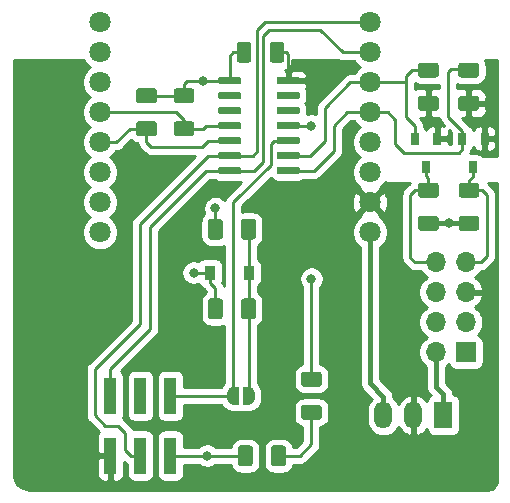
<source format=gtl>
G04 #@! TF.GenerationSoftware,KiCad,Pcbnew,(5.1.5-0-10_14)*
G04 #@! TF.CreationDate,2020-04-22T00:34:19+02:00*
G04 #@! TF.ProjectId,ithowifi,6974686f-7769-4666-992e-6b696361645f,rev?*
G04 #@! TF.SameCoordinates,Original*
G04 #@! TF.FileFunction,Copper,L1,Top*
G04 #@! TF.FilePolarity,Positive*
%FSLAX46Y46*%
G04 Gerber Fmt 4.6, Leading zero omitted, Abs format (unit mm)*
G04 Created by KiCad (PCBNEW (5.1.5-0-10_14)) date 2020-04-22 00:34:19*
%MOMM*%
%LPD*%
G04 APERTURE LIST*
%ADD10C,0.100000*%
%ADD11R,0.700000X1.000000*%
%ADD12R,1.000000X3.150000*%
%ADD13R,0.900000X1.200000*%
%ADD14O,1.500000X2.300000*%
%ADD15R,1.500000X2.300000*%
%ADD16C,1.800000*%
%ADD17R,1.700000X1.700000*%
%ADD18O,1.700000X1.700000*%
%ADD19C,0.800000*%
%ADD20C,0.254000*%
%ADD21C,0.406400*%
%ADD22C,0.250000*%
G04 APERTURE END LIST*
G04 #@! TA.AperFunction,SMDPad,CuDef*
D10*
G36*
X95645504Y-115451204D02*
G01*
X95669773Y-115454804D01*
X95693571Y-115460765D01*
X95716671Y-115469030D01*
X95738849Y-115479520D01*
X95759893Y-115492133D01*
X95779598Y-115506747D01*
X95797777Y-115523223D01*
X95814253Y-115541402D01*
X95828867Y-115561107D01*
X95841480Y-115582151D01*
X95851970Y-115604329D01*
X95860235Y-115627429D01*
X95866196Y-115651227D01*
X95869796Y-115675496D01*
X95871000Y-115700000D01*
X95871000Y-116450000D01*
X95869796Y-116474504D01*
X95866196Y-116498773D01*
X95860235Y-116522571D01*
X95851970Y-116545671D01*
X95841480Y-116567849D01*
X95828867Y-116588893D01*
X95814253Y-116608598D01*
X95797777Y-116626777D01*
X95779598Y-116643253D01*
X95759893Y-116657867D01*
X95738849Y-116670480D01*
X95716671Y-116680970D01*
X95693571Y-116689235D01*
X95669773Y-116695196D01*
X95645504Y-116698796D01*
X95621000Y-116700000D01*
X94371000Y-116700000D01*
X94346496Y-116698796D01*
X94322227Y-116695196D01*
X94298429Y-116689235D01*
X94275329Y-116680970D01*
X94253151Y-116670480D01*
X94232107Y-116657867D01*
X94212402Y-116643253D01*
X94194223Y-116626777D01*
X94177747Y-116608598D01*
X94163133Y-116588893D01*
X94150520Y-116567849D01*
X94140030Y-116545671D01*
X94131765Y-116522571D01*
X94125804Y-116498773D01*
X94122204Y-116474504D01*
X94121000Y-116450000D01*
X94121000Y-115700000D01*
X94122204Y-115675496D01*
X94125804Y-115651227D01*
X94131765Y-115627429D01*
X94140030Y-115604329D01*
X94150520Y-115582151D01*
X94163133Y-115561107D01*
X94177747Y-115541402D01*
X94194223Y-115523223D01*
X94212402Y-115506747D01*
X94232107Y-115492133D01*
X94253151Y-115479520D01*
X94275329Y-115469030D01*
X94298429Y-115460765D01*
X94322227Y-115454804D01*
X94346496Y-115451204D01*
X94371000Y-115450000D01*
X95621000Y-115450000D01*
X95645504Y-115451204D01*
G37*
G04 #@! TD.AperFunction*
G04 #@! TA.AperFunction,SMDPad,CuDef*
G36*
X95645504Y-118251204D02*
G01*
X95669773Y-118254804D01*
X95693571Y-118260765D01*
X95716671Y-118269030D01*
X95738849Y-118279520D01*
X95759893Y-118292133D01*
X95779598Y-118306747D01*
X95797777Y-118323223D01*
X95814253Y-118341402D01*
X95828867Y-118361107D01*
X95841480Y-118382151D01*
X95851970Y-118404329D01*
X95860235Y-118427429D01*
X95866196Y-118451227D01*
X95869796Y-118475496D01*
X95871000Y-118500000D01*
X95871000Y-119250000D01*
X95869796Y-119274504D01*
X95866196Y-119298773D01*
X95860235Y-119322571D01*
X95851970Y-119345671D01*
X95841480Y-119367849D01*
X95828867Y-119388893D01*
X95814253Y-119408598D01*
X95797777Y-119426777D01*
X95779598Y-119443253D01*
X95759893Y-119457867D01*
X95738849Y-119470480D01*
X95716671Y-119480970D01*
X95693571Y-119489235D01*
X95669773Y-119495196D01*
X95645504Y-119498796D01*
X95621000Y-119500000D01*
X94371000Y-119500000D01*
X94346496Y-119498796D01*
X94322227Y-119495196D01*
X94298429Y-119489235D01*
X94275329Y-119480970D01*
X94253151Y-119470480D01*
X94232107Y-119457867D01*
X94212402Y-119443253D01*
X94194223Y-119426777D01*
X94177747Y-119408598D01*
X94163133Y-119388893D01*
X94150520Y-119367849D01*
X94140030Y-119345671D01*
X94131765Y-119322571D01*
X94125804Y-119298773D01*
X94122204Y-119274504D01*
X94121000Y-119250000D01*
X94121000Y-118500000D01*
X94122204Y-118475496D01*
X94125804Y-118451227D01*
X94131765Y-118427429D01*
X94140030Y-118404329D01*
X94150520Y-118382151D01*
X94163133Y-118361107D01*
X94177747Y-118341402D01*
X94194223Y-118323223D01*
X94212402Y-118306747D01*
X94232107Y-118292133D01*
X94253151Y-118279520D01*
X94275329Y-118269030D01*
X94298429Y-118260765D01*
X94322227Y-118254804D01*
X94346496Y-118251204D01*
X94371000Y-118250000D01*
X95621000Y-118250000D01*
X95645504Y-118251204D01*
G37*
G04 #@! TD.AperFunction*
G04 #@! TA.AperFunction,SMDPad,CuDef*
G36*
X98820504Y-115451204D02*
G01*
X98844773Y-115454804D01*
X98868571Y-115460765D01*
X98891671Y-115469030D01*
X98913849Y-115479520D01*
X98934893Y-115492133D01*
X98954598Y-115506747D01*
X98972777Y-115523223D01*
X98989253Y-115541402D01*
X99003867Y-115561107D01*
X99016480Y-115582151D01*
X99026970Y-115604329D01*
X99035235Y-115627429D01*
X99041196Y-115651227D01*
X99044796Y-115675496D01*
X99046000Y-115700000D01*
X99046000Y-116450000D01*
X99044796Y-116474504D01*
X99041196Y-116498773D01*
X99035235Y-116522571D01*
X99026970Y-116545671D01*
X99016480Y-116567849D01*
X99003867Y-116588893D01*
X98989253Y-116608598D01*
X98972777Y-116626777D01*
X98954598Y-116643253D01*
X98934893Y-116657867D01*
X98913849Y-116670480D01*
X98891671Y-116680970D01*
X98868571Y-116689235D01*
X98844773Y-116695196D01*
X98820504Y-116698796D01*
X98796000Y-116700000D01*
X97546000Y-116700000D01*
X97521496Y-116698796D01*
X97497227Y-116695196D01*
X97473429Y-116689235D01*
X97450329Y-116680970D01*
X97428151Y-116670480D01*
X97407107Y-116657867D01*
X97387402Y-116643253D01*
X97369223Y-116626777D01*
X97352747Y-116608598D01*
X97338133Y-116588893D01*
X97325520Y-116567849D01*
X97315030Y-116545671D01*
X97306765Y-116522571D01*
X97300804Y-116498773D01*
X97297204Y-116474504D01*
X97296000Y-116450000D01*
X97296000Y-115700000D01*
X97297204Y-115675496D01*
X97300804Y-115651227D01*
X97306765Y-115627429D01*
X97315030Y-115604329D01*
X97325520Y-115582151D01*
X97338133Y-115561107D01*
X97352747Y-115541402D01*
X97369223Y-115523223D01*
X97387402Y-115506747D01*
X97407107Y-115492133D01*
X97428151Y-115479520D01*
X97450329Y-115469030D01*
X97473429Y-115460765D01*
X97497227Y-115454804D01*
X97521496Y-115451204D01*
X97546000Y-115450000D01*
X98796000Y-115450000D01*
X98820504Y-115451204D01*
G37*
G04 #@! TD.AperFunction*
G04 #@! TA.AperFunction,SMDPad,CuDef*
G36*
X98820504Y-118251204D02*
G01*
X98844773Y-118254804D01*
X98868571Y-118260765D01*
X98891671Y-118269030D01*
X98913849Y-118279520D01*
X98934893Y-118292133D01*
X98954598Y-118306747D01*
X98972777Y-118323223D01*
X98989253Y-118341402D01*
X99003867Y-118361107D01*
X99016480Y-118382151D01*
X99026970Y-118404329D01*
X99035235Y-118427429D01*
X99041196Y-118451227D01*
X99044796Y-118475496D01*
X99046000Y-118500000D01*
X99046000Y-119250000D01*
X99044796Y-119274504D01*
X99041196Y-119298773D01*
X99035235Y-119322571D01*
X99026970Y-119345671D01*
X99016480Y-119367849D01*
X99003867Y-119388893D01*
X98989253Y-119408598D01*
X98972777Y-119426777D01*
X98954598Y-119443253D01*
X98934893Y-119457867D01*
X98913849Y-119470480D01*
X98891671Y-119480970D01*
X98868571Y-119489235D01*
X98844773Y-119495196D01*
X98820504Y-119498796D01*
X98796000Y-119500000D01*
X97546000Y-119500000D01*
X97521496Y-119498796D01*
X97497227Y-119495196D01*
X97473429Y-119489235D01*
X97450329Y-119480970D01*
X97428151Y-119470480D01*
X97407107Y-119457867D01*
X97387402Y-119443253D01*
X97369223Y-119426777D01*
X97352747Y-119408598D01*
X97338133Y-119388893D01*
X97325520Y-119367849D01*
X97315030Y-119345671D01*
X97306765Y-119322571D01*
X97300804Y-119298773D01*
X97297204Y-119274504D01*
X97296000Y-119250000D01*
X97296000Y-118500000D01*
X97297204Y-118475496D01*
X97300804Y-118451227D01*
X97306765Y-118427429D01*
X97315030Y-118404329D01*
X97325520Y-118382151D01*
X97338133Y-118361107D01*
X97352747Y-118341402D01*
X97369223Y-118323223D01*
X97387402Y-118306747D01*
X97407107Y-118292133D01*
X97428151Y-118279520D01*
X97450329Y-118269030D01*
X97473429Y-118260765D01*
X97497227Y-118254804D01*
X97521496Y-118251204D01*
X97546000Y-118250000D01*
X98796000Y-118250000D01*
X98820504Y-118251204D01*
G37*
G04 #@! TD.AperFunction*
D11*
X122682000Y-122104000D03*
X121732000Y-119704000D03*
X123632000Y-119704000D03*
G04 #@! TA.AperFunction,SMDPad,CuDef*
D10*
G36*
X106447504Y-111521204D02*
G01*
X106471773Y-111524804D01*
X106495571Y-111530765D01*
X106518671Y-111539030D01*
X106540849Y-111549520D01*
X106561893Y-111562133D01*
X106581598Y-111576747D01*
X106599777Y-111593223D01*
X106616253Y-111611402D01*
X106630867Y-111631107D01*
X106643480Y-111652151D01*
X106653970Y-111674329D01*
X106662235Y-111697429D01*
X106668196Y-111721227D01*
X106671796Y-111745496D01*
X106673000Y-111770000D01*
X106673000Y-113020000D01*
X106671796Y-113044504D01*
X106668196Y-113068773D01*
X106662235Y-113092571D01*
X106653970Y-113115671D01*
X106643480Y-113137849D01*
X106630867Y-113158893D01*
X106616253Y-113178598D01*
X106599777Y-113196777D01*
X106581598Y-113213253D01*
X106561893Y-113227867D01*
X106540849Y-113240480D01*
X106518671Y-113250970D01*
X106495571Y-113259235D01*
X106471773Y-113265196D01*
X106447504Y-113268796D01*
X106423000Y-113270000D01*
X105673000Y-113270000D01*
X105648496Y-113268796D01*
X105624227Y-113265196D01*
X105600429Y-113259235D01*
X105577329Y-113250970D01*
X105555151Y-113240480D01*
X105534107Y-113227867D01*
X105514402Y-113213253D01*
X105496223Y-113196777D01*
X105479747Y-113178598D01*
X105465133Y-113158893D01*
X105452520Y-113137849D01*
X105442030Y-113115671D01*
X105433765Y-113092571D01*
X105427804Y-113068773D01*
X105424204Y-113044504D01*
X105423000Y-113020000D01*
X105423000Y-111770000D01*
X105424204Y-111745496D01*
X105427804Y-111721227D01*
X105433765Y-111697429D01*
X105442030Y-111674329D01*
X105452520Y-111652151D01*
X105465133Y-111631107D01*
X105479747Y-111611402D01*
X105496223Y-111593223D01*
X105514402Y-111576747D01*
X105534107Y-111562133D01*
X105555151Y-111549520D01*
X105577329Y-111539030D01*
X105600429Y-111530765D01*
X105624227Y-111524804D01*
X105648496Y-111521204D01*
X105673000Y-111520000D01*
X106423000Y-111520000D01*
X106447504Y-111521204D01*
G37*
G04 #@! TD.AperFunction*
G04 #@! TA.AperFunction,SMDPad,CuDef*
G36*
X103647504Y-111521204D02*
G01*
X103671773Y-111524804D01*
X103695571Y-111530765D01*
X103718671Y-111539030D01*
X103740849Y-111549520D01*
X103761893Y-111562133D01*
X103781598Y-111576747D01*
X103799777Y-111593223D01*
X103816253Y-111611402D01*
X103830867Y-111631107D01*
X103843480Y-111652151D01*
X103853970Y-111674329D01*
X103862235Y-111697429D01*
X103868196Y-111721227D01*
X103871796Y-111745496D01*
X103873000Y-111770000D01*
X103873000Y-113020000D01*
X103871796Y-113044504D01*
X103868196Y-113068773D01*
X103862235Y-113092571D01*
X103853970Y-113115671D01*
X103843480Y-113137849D01*
X103830867Y-113158893D01*
X103816253Y-113178598D01*
X103799777Y-113196777D01*
X103781598Y-113213253D01*
X103761893Y-113227867D01*
X103740849Y-113240480D01*
X103718671Y-113250970D01*
X103695571Y-113259235D01*
X103671773Y-113265196D01*
X103647504Y-113268796D01*
X103623000Y-113270000D01*
X102873000Y-113270000D01*
X102848496Y-113268796D01*
X102824227Y-113265196D01*
X102800429Y-113259235D01*
X102777329Y-113250970D01*
X102755151Y-113240480D01*
X102734107Y-113227867D01*
X102714402Y-113213253D01*
X102696223Y-113196777D01*
X102679747Y-113178598D01*
X102665133Y-113158893D01*
X102652520Y-113137849D01*
X102642030Y-113115671D01*
X102633765Y-113092571D01*
X102627804Y-113068773D01*
X102624204Y-113044504D01*
X102623000Y-113020000D01*
X102623000Y-111770000D01*
X102624204Y-111745496D01*
X102627804Y-111721227D01*
X102633765Y-111697429D01*
X102642030Y-111674329D01*
X102652520Y-111652151D01*
X102665133Y-111631107D01*
X102679747Y-111611402D01*
X102696223Y-111593223D01*
X102714402Y-111576747D01*
X102734107Y-111562133D01*
X102755151Y-111549520D01*
X102777329Y-111539030D01*
X102800429Y-111530765D01*
X102824227Y-111524804D01*
X102848496Y-111521204D01*
X102873000Y-111520000D01*
X103623000Y-111520000D01*
X103647504Y-111521204D01*
G37*
G04 #@! TD.AperFunction*
G04 #@! TA.AperFunction,SMDPad,CuDef*
G36*
X107835703Y-114508722D02*
G01*
X107850264Y-114510882D01*
X107864543Y-114514459D01*
X107878403Y-114519418D01*
X107891710Y-114525712D01*
X107904336Y-114533280D01*
X107916159Y-114542048D01*
X107927066Y-114551934D01*
X107936952Y-114562841D01*
X107945720Y-114574664D01*
X107953288Y-114587290D01*
X107959582Y-114600597D01*
X107964541Y-114614457D01*
X107968118Y-114628736D01*
X107970278Y-114643297D01*
X107971000Y-114658000D01*
X107971000Y-114958000D01*
X107970278Y-114972703D01*
X107968118Y-114987264D01*
X107964541Y-115001543D01*
X107959582Y-115015403D01*
X107953288Y-115028710D01*
X107945720Y-115041336D01*
X107936952Y-115053159D01*
X107927066Y-115064066D01*
X107916159Y-115073952D01*
X107904336Y-115082720D01*
X107891710Y-115090288D01*
X107878403Y-115096582D01*
X107864543Y-115101541D01*
X107850264Y-115105118D01*
X107835703Y-115107278D01*
X107821000Y-115108000D01*
X106171000Y-115108000D01*
X106156297Y-115107278D01*
X106141736Y-115105118D01*
X106127457Y-115101541D01*
X106113597Y-115096582D01*
X106100290Y-115090288D01*
X106087664Y-115082720D01*
X106075841Y-115073952D01*
X106064934Y-115064066D01*
X106055048Y-115053159D01*
X106046280Y-115041336D01*
X106038712Y-115028710D01*
X106032418Y-115015403D01*
X106027459Y-115001543D01*
X106023882Y-114987264D01*
X106021722Y-114972703D01*
X106021000Y-114958000D01*
X106021000Y-114658000D01*
X106021722Y-114643297D01*
X106023882Y-114628736D01*
X106027459Y-114614457D01*
X106032418Y-114600597D01*
X106038712Y-114587290D01*
X106046280Y-114574664D01*
X106055048Y-114562841D01*
X106064934Y-114551934D01*
X106075841Y-114542048D01*
X106087664Y-114533280D01*
X106100290Y-114525712D01*
X106113597Y-114519418D01*
X106127457Y-114514459D01*
X106141736Y-114510882D01*
X106156297Y-114508722D01*
X106171000Y-114508000D01*
X107821000Y-114508000D01*
X107835703Y-114508722D01*
G37*
G04 #@! TD.AperFunction*
G04 #@! TA.AperFunction,SMDPad,CuDef*
G36*
X107835703Y-115778722D02*
G01*
X107850264Y-115780882D01*
X107864543Y-115784459D01*
X107878403Y-115789418D01*
X107891710Y-115795712D01*
X107904336Y-115803280D01*
X107916159Y-115812048D01*
X107927066Y-115821934D01*
X107936952Y-115832841D01*
X107945720Y-115844664D01*
X107953288Y-115857290D01*
X107959582Y-115870597D01*
X107964541Y-115884457D01*
X107968118Y-115898736D01*
X107970278Y-115913297D01*
X107971000Y-115928000D01*
X107971000Y-116228000D01*
X107970278Y-116242703D01*
X107968118Y-116257264D01*
X107964541Y-116271543D01*
X107959582Y-116285403D01*
X107953288Y-116298710D01*
X107945720Y-116311336D01*
X107936952Y-116323159D01*
X107927066Y-116334066D01*
X107916159Y-116343952D01*
X107904336Y-116352720D01*
X107891710Y-116360288D01*
X107878403Y-116366582D01*
X107864543Y-116371541D01*
X107850264Y-116375118D01*
X107835703Y-116377278D01*
X107821000Y-116378000D01*
X106171000Y-116378000D01*
X106156297Y-116377278D01*
X106141736Y-116375118D01*
X106127457Y-116371541D01*
X106113597Y-116366582D01*
X106100290Y-116360288D01*
X106087664Y-116352720D01*
X106075841Y-116343952D01*
X106064934Y-116334066D01*
X106055048Y-116323159D01*
X106046280Y-116311336D01*
X106038712Y-116298710D01*
X106032418Y-116285403D01*
X106027459Y-116271543D01*
X106023882Y-116257264D01*
X106021722Y-116242703D01*
X106021000Y-116228000D01*
X106021000Y-115928000D01*
X106021722Y-115913297D01*
X106023882Y-115898736D01*
X106027459Y-115884457D01*
X106032418Y-115870597D01*
X106038712Y-115857290D01*
X106046280Y-115844664D01*
X106055048Y-115832841D01*
X106064934Y-115821934D01*
X106075841Y-115812048D01*
X106087664Y-115803280D01*
X106100290Y-115795712D01*
X106113597Y-115789418D01*
X106127457Y-115784459D01*
X106141736Y-115780882D01*
X106156297Y-115778722D01*
X106171000Y-115778000D01*
X107821000Y-115778000D01*
X107835703Y-115778722D01*
G37*
G04 #@! TD.AperFunction*
G04 #@! TA.AperFunction,SMDPad,CuDef*
G36*
X107835703Y-117048722D02*
G01*
X107850264Y-117050882D01*
X107864543Y-117054459D01*
X107878403Y-117059418D01*
X107891710Y-117065712D01*
X107904336Y-117073280D01*
X107916159Y-117082048D01*
X107927066Y-117091934D01*
X107936952Y-117102841D01*
X107945720Y-117114664D01*
X107953288Y-117127290D01*
X107959582Y-117140597D01*
X107964541Y-117154457D01*
X107968118Y-117168736D01*
X107970278Y-117183297D01*
X107971000Y-117198000D01*
X107971000Y-117498000D01*
X107970278Y-117512703D01*
X107968118Y-117527264D01*
X107964541Y-117541543D01*
X107959582Y-117555403D01*
X107953288Y-117568710D01*
X107945720Y-117581336D01*
X107936952Y-117593159D01*
X107927066Y-117604066D01*
X107916159Y-117613952D01*
X107904336Y-117622720D01*
X107891710Y-117630288D01*
X107878403Y-117636582D01*
X107864543Y-117641541D01*
X107850264Y-117645118D01*
X107835703Y-117647278D01*
X107821000Y-117648000D01*
X106171000Y-117648000D01*
X106156297Y-117647278D01*
X106141736Y-117645118D01*
X106127457Y-117641541D01*
X106113597Y-117636582D01*
X106100290Y-117630288D01*
X106087664Y-117622720D01*
X106075841Y-117613952D01*
X106064934Y-117604066D01*
X106055048Y-117593159D01*
X106046280Y-117581336D01*
X106038712Y-117568710D01*
X106032418Y-117555403D01*
X106027459Y-117541543D01*
X106023882Y-117527264D01*
X106021722Y-117512703D01*
X106021000Y-117498000D01*
X106021000Y-117198000D01*
X106021722Y-117183297D01*
X106023882Y-117168736D01*
X106027459Y-117154457D01*
X106032418Y-117140597D01*
X106038712Y-117127290D01*
X106046280Y-117114664D01*
X106055048Y-117102841D01*
X106064934Y-117091934D01*
X106075841Y-117082048D01*
X106087664Y-117073280D01*
X106100290Y-117065712D01*
X106113597Y-117059418D01*
X106127457Y-117054459D01*
X106141736Y-117050882D01*
X106156297Y-117048722D01*
X106171000Y-117048000D01*
X107821000Y-117048000D01*
X107835703Y-117048722D01*
G37*
G04 #@! TD.AperFunction*
G04 #@! TA.AperFunction,SMDPad,CuDef*
G36*
X107835703Y-118318722D02*
G01*
X107850264Y-118320882D01*
X107864543Y-118324459D01*
X107878403Y-118329418D01*
X107891710Y-118335712D01*
X107904336Y-118343280D01*
X107916159Y-118352048D01*
X107927066Y-118361934D01*
X107936952Y-118372841D01*
X107945720Y-118384664D01*
X107953288Y-118397290D01*
X107959582Y-118410597D01*
X107964541Y-118424457D01*
X107968118Y-118438736D01*
X107970278Y-118453297D01*
X107971000Y-118468000D01*
X107971000Y-118768000D01*
X107970278Y-118782703D01*
X107968118Y-118797264D01*
X107964541Y-118811543D01*
X107959582Y-118825403D01*
X107953288Y-118838710D01*
X107945720Y-118851336D01*
X107936952Y-118863159D01*
X107927066Y-118874066D01*
X107916159Y-118883952D01*
X107904336Y-118892720D01*
X107891710Y-118900288D01*
X107878403Y-118906582D01*
X107864543Y-118911541D01*
X107850264Y-118915118D01*
X107835703Y-118917278D01*
X107821000Y-118918000D01*
X106171000Y-118918000D01*
X106156297Y-118917278D01*
X106141736Y-118915118D01*
X106127457Y-118911541D01*
X106113597Y-118906582D01*
X106100290Y-118900288D01*
X106087664Y-118892720D01*
X106075841Y-118883952D01*
X106064934Y-118874066D01*
X106055048Y-118863159D01*
X106046280Y-118851336D01*
X106038712Y-118838710D01*
X106032418Y-118825403D01*
X106027459Y-118811543D01*
X106023882Y-118797264D01*
X106021722Y-118782703D01*
X106021000Y-118768000D01*
X106021000Y-118468000D01*
X106021722Y-118453297D01*
X106023882Y-118438736D01*
X106027459Y-118424457D01*
X106032418Y-118410597D01*
X106038712Y-118397290D01*
X106046280Y-118384664D01*
X106055048Y-118372841D01*
X106064934Y-118361934D01*
X106075841Y-118352048D01*
X106087664Y-118343280D01*
X106100290Y-118335712D01*
X106113597Y-118329418D01*
X106127457Y-118324459D01*
X106141736Y-118320882D01*
X106156297Y-118318722D01*
X106171000Y-118318000D01*
X107821000Y-118318000D01*
X107835703Y-118318722D01*
G37*
G04 #@! TD.AperFunction*
G04 #@! TA.AperFunction,SMDPad,CuDef*
G36*
X107835703Y-119588722D02*
G01*
X107850264Y-119590882D01*
X107864543Y-119594459D01*
X107878403Y-119599418D01*
X107891710Y-119605712D01*
X107904336Y-119613280D01*
X107916159Y-119622048D01*
X107927066Y-119631934D01*
X107936952Y-119642841D01*
X107945720Y-119654664D01*
X107953288Y-119667290D01*
X107959582Y-119680597D01*
X107964541Y-119694457D01*
X107968118Y-119708736D01*
X107970278Y-119723297D01*
X107971000Y-119738000D01*
X107971000Y-120038000D01*
X107970278Y-120052703D01*
X107968118Y-120067264D01*
X107964541Y-120081543D01*
X107959582Y-120095403D01*
X107953288Y-120108710D01*
X107945720Y-120121336D01*
X107936952Y-120133159D01*
X107927066Y-120144066D01*
X107916159Y-120153952D01*
X107904336Y-120162720D01*
X107891710Y-120170288D01*
X107878403Y-120176582D01*
X107864543Y-120181541D01*
X107850264Y-120185118D01*
X107835703Y-120187278D01*
X107821000Y-120188000D01*
X106171000Y-120188000D01*
X106156297Y-120187278D01*
X106141736Y-120185118D01*
X106127457Y-120181541D01*
X106113597Y-120176582D01*
X106100290Y-120170288D01*
X106087664Y-120162720D01*
X106075841Y-120153952D01*
X106064934Y-120144066D01*
X106055048Y-120133159D01*
X106046280Y-120121336D01*
X106038712Y-120108710D01*
X106032418Y-120095403D01*
X106027459Y-120081543D01*
X106023882Y-120067264D01*
X106021722Y-120052703D01*
X106021000Y-120038000D01*
X106021000Y-119738000D01*
X106021722Y-119723297D01*
X106023882Y-119708736D01*
X106027459Y-119694457D01*
X106032418Y-119680597D01*
X106038712Y-119667290D01*
X106046280Y-119654664D01*
X106055048Y-119642841D01*
X106064934Y-119631934D01*
X106075841Y-119622048D01*
X106087664Y-119613280D01*
X106100290Y-119605712D01*
X106113597Y-119599418D01*
X106127457Y-119594459D01*
X106141736Y-119590882D01*
X106156297Y-119588722D01*
X106171000Y-119588000D01*
X107821000Y-119588000D01*
X107835703Y-119588722D01*
G37*
G04 #@! TD.AperFunction*
G04 #@! TA.AperFunction,SMDPad,CuDef*
G36*
X107835703Y-120858722D02*
G01*
X107850264Y-120860882D01*
X107864543Y-120864459D01*
X107878403Y-120869418D01*
X107891710Y-120875712D01*
X107904336Y-120883280D01*
X107916159Y-120892048D01*
X107927066Y-120901934D01*
X107936952Y-120912841D01*
X107945720Y-120924664D01*
X107953288Y-120937290D01*
X107959582Y-120950597D01*
X107964541Y-120964457D01*
X107968118Y-120978736D01*
X107970278Y-120993297D01*
X107971000Y-121008000D01*
X107971000Y-121308000D01*
X107970278Y-121322703D01*
X107968118Y-121337264D01*
X107964541Y-121351543D01*
X107959582Y-121365403D01*
X107953288Y-121378710D01*
X107945720Y-121391336D01*
X107936952Y-121403159D01*
X107927066Y-121414066D01*
X107916159Y-121423952D01*
X107904336Y-121432720D01*
X107891710Y-121440288D01*
X107878403Y-121446582D01*
X107864543Y-121451541D01*
X107850264Y-121455118D01*
X107835703Y-121457278D01*
X107821000Y-121458000D01*
X106171000Y-121458000D01*
X106156297Y-121457278D01*
X106141736Y-121455118D01*
X106127457Y-121451541D01*
X106113597Y-121446582D01*
X106100290Y-121440288D01*
X106087664Y-121432720D01*
X106075841Y-121423952D01*
X106064934Y-121414066D01*
X106055048Y-121403159D01*
X106046280Y-121391336D01*
X106038712Y-121378710D01*
X106032418Y-121365403D01*
X106027459Y-121351543D01*
X106023882Y-121337264D01*
X106021722Y-121322703D01*
X106021000Y-121308000D01*
X106021000Y-121008000D01*
X106021722Y-120993297D01*
X106023882Y-120978736D01*
X106027459Y-120964457D01*
X106032418Y-120950597D01*
X106038712Y-120937290D01*
X106046280Y-120924664D01*
X106055048Y-120912841D01*
X106064934Y-120901934D01*
X106075841Y-120892048D01*
X106087664Y-120883280D01*
X106100290Y-120875712D01*
X106113597Y-120869418D01*
X106127457Y-120864459D01*
X106141736Y-120860882D01*
X106156297Y-120858722D01*
X106171000Y-120858000D01*
X107821000Y-120858000D01*
X107835703Y-120858722D01*
G37*
G04 #@! TD.AperFunction*
G04 #@! TA.AperFunction,SMDPad,CuDef*
G36*
X107835703Y-122128722D02*
G01*
X107850264Y-122130882D01*
X107864543Y-122134459D01*
X107878403Y-122139418D01*
X107891710Y-122145712D01*
X107904336Y-122153280D01*
X107916159Y-122162048D01*
X107927066Y-122171934D01*
X107936952Y-122182841D01*
X107945720Y-122194664D01*
X107953288Y-122207290D01*
X107959582Y-122220597D01*
X107964541Y-122234457D01*
X107968118Y-122248736D01*
X107970278Y-122263297D01*
X107971000Y-122278000D01*
X107971000Y-122578000D01*
X107970278Y-122592703D01*
X107968118Y-122607264D01*
X107964541Y-122621543D01*
X107959582Y-122635403D01*
X107953288Y-122648710D01*
X107945720Y-122661336D01*
X107936952Y-122673159D01*
X107927066Y-122684066D01*
X107916159Y-122693952D01*
X107904336Y-122702720D01*
X107891710Y-122710288D01*
X107878403Y-122716582D01*
X107864543Y-122721541D01*
X107850264Y-122725118D01*
X107835703Y-122727278D01*
X107821000Y-122728000D01*
X106171000Y-122728000D01*
X106156297Y-122727278D01*
X106141736Y-122725118D01*
X106127457Y-122721541D01*
X106113597Y-122716582D01*
X106100290Y-122710288D01*
X106087664Y-122702720D01*
X106075841Y-122693952D01*
X106064934Y-122684066D01*
X106055048Y-122673159D01*
X106046280Y-122661336D01*
X106038712Y-122648710D01*
X106032418Y-122635403D01*
X106027459Y-122621543D01*
X106023882Y-122607264D01*
X106021722Y-122592703D01*
X106021000Y-122578000D01*
X106021000Y-122278000D01*
X106021722Y-122263297D01*
X106023882Y-122248736D01*
X106027459Y-122234457D01*
X106032418Y-122220597D01*
X106038712Y-122207290D01*
X106046280Y-122194664D01*
X106055048Y-122182841D01*
X106064934Y-122171934D01*
X106075841Y-122162048D01*
X106087664Y-122153280D01*
X106100290Y-122145712D01*
X106113597Y-122139418D01*
X106127457Y-122134459D01*
X106141736Y-122130882D01*
X106156297Y-122128722D01*
X106171000Y-122128000D01*
X107821000Y-122128000D01*
X107835703Y-122128722D01*
G37*
G04 #@! TD.AperFunction*
G04 #@! TA.AperFunction,SMDPad,CuDef*
G36*
X102885703Y-122128722D02*
G01*
X102900264Y-122130882D01*
X102914543Y-122134459D01*
X102928403Y-122139418D01*
X102941710Y-122145712D01*
X102954336Y-122153280D01*
X102966159Y-122162048D01*
X102977066Y-122171934D01*
X102986952Y-122182841D01*
X102995720Y-122194664D01*
X103003288Y-122207290D01*
X103009582Y-122220597D01*
X103014541Y-122234457D01*
X103018118Y-122248736D01*
X103020278Y-122263297D01*
X103021000Y-122278000D01*
X103021000Y-122578000D01*
X103020278Y-122592703D01*
X103018118Y-122607264D01*
X103014541Y-122621543D01*
X103009582Y-122635403D01*
X103003288Y-122648710D01*
X102995720Y-122661336D01*
X102986952Y-122673159D01*
X102977066Y-122684066D01*
X102966159Y-122693952D01*
X102954336Y-122702720D01*
X102941710Y-122710288D01*
X102928403Y-122716582D01*
X102914543Y-122721541D01*
X102900264Y-122725118D01*
X102885703Y-122727278D01*
X102871000Y-122728000D01*
X101221000Y-122728000D01*
X101206297Y-122727278D01*
X101191736Y-122725118D01*
X101177457Y-122721541D01*
X101163597Y-122716582D01*
X101150290Y-122710288D01*
X101137664Y-122702720D01*
X101125841Y-122693952D01*
X101114934Y-122684066D01*
X101105048Y-122673159D01*
X101096280Y-122661336D01*
X101088712Y-122648710D01*
X101082418Y-122635403D01*
X101077459Y-122621543D01*
X101073882Y-122607264D01*
X101071722Y-122592703D01*
X101071000Y-122578000D01*
X101071000Y-122278000D01*
X101071722Y-122263297D01*
X101073882Y-122248736D01*
X101077459Y-122234457D01*
X101082418Y-122220597D01*
X101088712Y-122207290D01*
X101096280Y-122194664D01*
X101105048Y-122182841D01*
X101114934Y-122171934D01*
X101125841Y-122162048D01*
X101137664Y-122153280D01*
X101150290Y-122145712D01*
X101163597Y-122139418D01*
X101177457Y-122134459D01*
X101191736Y-122130882D01*
X101206297Y-122128722D01*
X101221000Y-122128000D01*
X102871000Y-122128000D01*
X102885703Y-122128722D01*
G37*
G04 #@! TD.AperFunction*
G04 #@! TA.AperFunction,SMDPad,CuDef*
G36*
X102885703Y-120858722D02*
G01*
X102900264Y-120860882D01*
X102914543Y-120864459D01*
X102928403Y-120869418D01*
X102941710Y-120875712D01*
X102954336Y-120883280D01*
X102966159Y-120892048D01*
X102977066Y-120901934D01*
X102986952Y-120912841D01*
X102995720Y-120924664D01*
X103003288Y-120937290D01*
X103009582Y-120950597D01*
X103014541Y-120964457D01*
X103018118Y-120978736D01*
X103020278Y-120993297D01*
X103021000Y-121008000D01*
X103021000Y-121308000D01*
X103020278Y-121322703D01*
X103018118Y-121337264D01*
X103014541Y-121351543D01*
X103009582Y-121365403D01*
X103003288Y-121378710D01*
X102995720Y-121391336D01*
X102986952Y-121403159D01*
X102977066Y-121414066D01*
X102966159Y-121423952D01*
X102954336Y-121432720D01*
X102941710Y-121440288D01*
X102928403Y-121446582D01*
X102914543Y-121451541D01*
X102900264Y-121455118D01*
X102885703Y-121457278D01*
X102871000Y-121458000D01*
X101221000Y-121458000D01*
X101206297Y-121457278D01*
X101191736Y-121455118D01*
X101177457Y-121451541D01*
X101163597Y-121446582D01*
X101150290Y-121440288D01*
X101137664Y-121432720D01*
X101125841Y-121423952D01*
X101114934Y-121414066D01*
X101105048Y-121403159D01*
X101096280Y-121391336D01*
X101088712Y-121378710D01*
X101082418Y-121365403D01*
X101077459Y-121351543D01*
X101073882Y-121337264D01*
X101071722Y-121322703D01*
X101071000Y-121308000D01*
X101071000Y-121008000D01*
X101071722Y-120993297D01*
X101073882Y-120978736D01*
X101077459Y-120964457D01*
X101082418Y-120950597D01*
X101088712Y-120937290D01*
X101096280Y-120924664D01*
X101105048Y-120912841D01*
X101114934Y-120901934D01*
X101125841Y-120892048D01*
X101137664Y-120883280D01*
X101150290Y-120875712D01*
X101163597Y-120869418D01*
X101177457Y-120864459D01*
X101191736Y-120860882D01*
X101206297Y-120858722D01*
X101221000Y-120858000D01*
X102871000Y-120858000D01*
X102885703Y-120858722D01*
G37*
G04 #@! TD.AperFunction*
G04 #@! TA.AperFunction,SMDPad,CuDef*
G36*
X102885703Y-119588722D02*
G01*
X102900264Y-119590882D01*
X102914543Y-119594459D01*
X102928403Y-119599418D01*
X102941710Y-119605712D01*
X102954336Y-119613280D01*
X102966159Y-119622048D01*
X102977066Y-119631934D01*
X102986952Y-119642841D01*
X102995720Y-119654664D01*
X103003288Y-119667290D01*
X103009582Y-119680597D01*
X103014541Y-119694457D01*
X103018118Y-119708736D01*
X103020278Y-119723297D01*
X103021000Y-119738000D01*
X103021000Y-120038000D01*
X103020278Y-120052703D01*
X103018118Y-120067264D01*
X103014541Y-120081543D01*
X103009582Y-120095403D01*
X103003288Y-120108710D01*
X102995720Y-120121336D01*
X102986952Y-120133159D01*
X102977066Y-120144066D01*
X102966159Y-120153952D01*
X102954336Y-120162720D01*
X102941710Y-120170288D01*
X102928403Y-120176582D01*
X102914543Y-120181541D01*
X102900264Y-120185118D01*
X102885703Y-120187278D01*
X102871000Y-120188000D01*
X101221000Y-120188000D01*
X101206297Y-120187278D01*
X101191736Y-120185118D01*
X101177457Y-120181541D01*
X101163597Y-120176582D01*
X101150290Y-120170288D01*
X101137664Y-120162720D01*
X101125841Y-120153952D01*
X101114934Y-120144066D01*
X101105048Y-120133159D01*
X101096280Y-120121336D01*
X101088712Y-120108710D01*
X101082418Y-120095403D01*
X101077459Y-120081543D01*
X101073882Y-120067264D01*
X101071722Y-120052703D01*
X101071000Y-120038000D01*
X101071000Y-119738000D01*
X101071722Y-119723297D01*
X101073882Y-119708736D01*
X101077459Y-119694457D01*
X101082418Y-119680597D01*
X101088712Y-119667290D01*
X101096280Y-119654664D01*
X101105048Y-119642841D01*
X101114934Y-119631934D01*
X101125841Y-119622048D01*
X101137664Y-119613280D01*
X101150290Y-119605712D01*
X101163597Y-119599418D01*
X101177457Y-119594459D01*
X101191736Y-119590882D01*
X101206297Y-119588722D01*
X101221000Y-119588000D01*
X102871000Y-119588000D01*
X102885703Y-119588722D01*
G37*
G04 #@! TD.AperFunction*
G04 #@! TA.AperFunction,SMDPad,CuDef*
G36*
X102885703Y-118318722D02*
G01*
X102900264Y-118320882D01*
X102914543Y-118324459D01*
X102928403Y-118329418D01*
X102941710Y-118335712D01*
X102954336Y-118343280D01*
X102966159Y-118352048D01*
X102977066Y-118361934D01*
X102986952Y-118372841D01*
X102995720Y-118384664D01*
X103003288Y-118397290D01*
X103009582Y-118410597D01*
X103014541Y-118424457D01*
X103018118Y-118438736D01*
X103020278Y-118453297D01*
X103021000Y-118468000D01*
X103021000Y-118768000D01*
X103020278Y-118782703D01*
X103018118Y-118797264D01*
X103014541Y-118811543D01*
X103009582Y-118825403D01*
X103003288Y-118838710D01*
X102995720Y-118851336D01*
X102986952Y-118863159D01*
X102977066Y-118874066D01*
X102966159Y-118883952D01*
X102954336Y-118892720D01*
X102941710Y-118900288D01*
X102928403Y-118906582D01*
X102914543Y-118911541D01*
X102900264Y-118915118D01*
X102885703Y-118917278D01*
X102871000Y-118918000D01*
X101221000Y-118918000D01*
X101206297Y-118917278D01*
X101191736Y-118915118D01*
X101177457Y-118911541D01*
X101163597Y-118906582D01*
X101150290Y-118900288D01*
X101137664Y-118892720D01*
X101125841Y-118883952D01*
X101114934Y-118874066D01*
X101105048Y-118863159D01*
X101096280Y-118851336D01*
X101088712Y-118838710D01*
X101082418Y-118825403D01*
X101077459Y-118811543D01*
X101073882Y-118797264D01*
X101071722Y-118782703D01*
X101071000Y-118768000D01*
X101071000Y-118468000D01*
X101071722Y-118453297D01*
X101073882Y-118438736D01*
X101077459Y-118424457D01*
X101082418Y-118410597D01*
X101088712Y-118397290D01*
X101096280Y-118384664D01*
X101105048Y-118372841D01*
X101114934Y-118361934D01*
X101125841Y-118352048D01*
X101137664Y-118343280D01*
X101150290Y-118335712D01*
X101163597Y-118329418D01*
X101177457Y-118324459D01*
X101191736Y-118320882D01*
X101206297Y-118318722D01*
X101221000Y-118318000D01*
X102871000Y-118318000D01*
X102885703Y-118318722D01*
G37*
G04 #@! TD.AperFunction*
G04 #@! TA.AperFunction,SMDPad,CuDef*
G36*
X102885703Y-117048722D02*
G01*
X102900264Y-117050882D01*
X102914543Y-117054459D01*
X102928403Y-117059418D01*
X102941710Y-117065712D01*
X102954336Y-117073280D01*
X102966159Y-117082048D01*
X102977066Y-117091934D01*
X102986952Y-117102841D01*
X102995720Y-117114664D01*
X103003288Y-117127290D01*
X103009582Y-117140597D01*
X103014541Y-117154457D01*
X103018118Y-117168736D01*
X103020278Y-117183297D01*
X103021000Y-117198000D01*
X103021000Y-117498000D01*
X103020278Y-117512703D01*
X103018118Y-117527264D01*
X103014541Y-117541543D01*
X103009582Y-117555403D01*
X103003288Y-117568710D01*
X102995720Y-117581336D01*
X102986952Y-117593159D01*
X102977066Y-117604066D01*
X102966159Y-117613952D01*
X102954336Y-117622720D01*
X102941710Y-117630288D01*
X102928403Y-117636582D01*
X102914543Y-117641541D01*
X102900264Y-117645118D01*
X102885703Y-117647278D01*
X102871000Y-117648000D01*
X101221000Y-117648000D01*
X101206297Y-117647278D01*
X101191736Y-117645118D01*
X101177457Y-117641541D01*
X101163597Y-117636582D01*
X101150290Y-117630288D01*
X101137664Y-117622720D01*
X101125841Y-117613952D01*
X101114934Y-117604066D01*
X101105048Y-117593159D01*
X101096280Y-117581336D01*
X101088712Y-117568710D01*
X101082418Y-117555403D01*
X101077459Y-117541543D01*
X101073882Y-117527264D01*
X101071722Y-117512703D01*
X101071000Y-117498000D01*
X101071000Y-117198000D01*
X101071722Y-117183297D01*
X101073882Y-117168736D01*
X101077459Y-117154457D01*
X101082418Y-117140597D01*
X101088712Y-117127290D01*
X101096280Y-117114664D01*
X101105048Y-117102841D01*
X101114934Y-117091934D01*
X101125841Y-117082048D01*
X101137664Y-117073280D01*
X101150290Y-117065712D01*
X101163597Y-117059418D01*
X101177457Y-117054459D01*
X101191736Y-117050882D01*
X101206297Y-117048722D01*
X101221000Y-117048000D01*
X102871000Y-117048000D01*
X102885703Y-117048722D01*
G37*
G04 #@! TD.AperFunction*
G04 #@! TA.AperFunction,SMDPad,CuDef*
G36*
X102885703Y-115778722D02*
G01*
X102900264Y-115780882D01*
X102914543Y-115784459D01*
X102928403Y-115789418D01*
X102941710Y-115795712D01*
X102954336Y-115803280D01*
X102966159Y-115812048D01*
X102977066Y-115821934D01*
X102986952Y-115832841D01*
X102995720Y-115844664D01*
X103003288Y-115857290D01*
X103009582Y-115870597D01*
X103014541Y-115884457D01*
X103018118Y-115898736D01*
X103020278Y-115913297D01*
X103021000Y-115928000D01*
X103021000Y-116228000D01*
X103020278Y-116242703D01*
X103018118Y-116257264D01*
X103014541Y-116271543D01*
X103009582Y-116285403D01*
X103003288Y-116298710D01*
X102995720Y-116311336D01*
X102986952Y-116323159D01*
X102977066Y-116334066D01*
X102966159Y-116343952D01*
X102954336Y-116352720D01*
X102941710Y-116360288D01*
X102928403Y-116366582D01*
X102914543Y-116371541D01*
X102900264Y-116375118D01*
X102885703Y-116377278D01*
X102871000Y-116378000D01*
X101221000Y-116378000D01*
X101206297Y-116377278D01*
X101191736Y-116375118D01*
X101177457Y-116371541D01*
X101163597Y-116366582D01*
X101150290Y-116360288D01*
X101137664Y-116352720D01*
X101125841Y-116343952D01*
X101114934Y-116334066D01*
X101105048Y-116323159D01*
X101096280Y-116311336D01*
X101088712Y-116298710D01*
X101082418Y-116285403D01*
X101077459Y-116271543D01*
X101073882Y-116257264D01*
X101071722Y-116242703D01*
X101071000Y-116228000D01*
X101071000Y-115928000D01*
X101071722Y-115913297D01*
X101073882Y-115898736D01*
X101077459Y-115884457D01*
X101082418Y-115870597D01*
X101088712Y-115857290D01*
X101096280Y-115844664D01*
X101105048Y-115832841D01*
X101114934Y-115821934D01*
X101125841Y-115812048D01*
X101137664Y-115803280D01*
X101150290Y-115795712D01*
X101163597Y-115789418D01*
X101177457Y-115784459D01*
X101191736Y-115780882D01*
X101206297Y-115778722D01*
X101221000Y-115778000D01*
X102871000Y-115778000D01*
X102885703Y-115778722D01*
G37*
G04 #@! TD.AperFunction*
G04 #@! TA.AperFunction,SMDPad,CuDef*
G36*
X102885703Y-114508722D02*
G01*
X102900264Y-114510882D01*
X102914543Y-114514459D01*
X102928403Y-114519418D01*
X102941710Y-114525712D01*
X102954336Y-114533280D01*
X102966159Y-114542048D01*
X102977066Y-114551934D01*
X102986952Y-114562841D01*
X102995720Y-114574664D01*
X103003288Y-114587290D01*
X103009582Y-114600597D01*
X103014541Y-114614457D01*
X103018118Y-114628736D01*
X103020278Y-114643297D01*
X103021000Y-114658000D01*
X103021000Y-114958000D01*
X103020278Y-114972703D01*
X103018118Y-114987264D01*
X103014541Y-115001543D01*
X103009582Y-115015403D01*
X103003288Y-115028710D01*
X102995720Y-115041336D01*
X102986952Y-115053159D01*
X102977066Y-115064066D01*
X102966159Y-115073952D01*
X102954336Y-115082720D01*
X102941710Y-115090288D01*
X102928403Y-115096582D01*
X102914543Y-115101541D01*
X102900264Y-115105118D01*
X102885703Y-115107278D01*
X102871000Y-115108000D01*
X101221000Y-115108000D01*
X101206297Y-115107278D01*
X101191736Y-115105118D01*
X101177457Y-115101541D01*
X101163597Y-115096582D01*
X101150290Y-115090288D01*
X101137664Y-115082720D01*
X101125841Y-115073952D01*
X101114934Y-115064066D01*
X101105048Y-115053159D01*
X101096280Y-115041336D01*
X101088712Y-115028710D01*
X101082418Y-115015403D01*
X101077459Y-115001543D01*
X101073882Y-114987264D01*
X101071722Y-114972703D01*
X101071000Y-114958000D01*
X101071000Y-114658000D01*
X101071722Y-114643297D01*
X101073882Y-114628736D01*
X101077459Y-114614457D01*
X101082418Y-114600597D01*
X101088712Y-114587290D01*
X101096280Y-114574664D01*
X101105048Y-114562841D01*
X101114934Y-114551934D01*
X101125841Y-114542048D01*
X101137664Y-114533280D01*
X101150290Y-114525712D01*
X101163597Y-114519418D01*
X101177457Y-114514459D01*
X101191736Y-114510882D01*
X101206297Y-114508722D01*
X101221000Y-114508000D01*
X102871000Y-114508000D01*
X102885703Y-114508722D01*
G37*
G04 #@! TD.AperFunction*
G04 #@! TA.AperFunction,SMDPad,CuDef*
G36*
X101237504Y-133238204D02*
G01*
X101261773Y-133241804D01*
X101285571Y-133247765D01*
X101308671Y-133256030D01*
X101330849Y-133266520D01*
X101351893Y-133279133D01*
X101371598Y-133293747D01*
X101389777Y-133310223D01*
X101406253Y-133328402D01*
X101420867Y-133348107D01*
X101433480Y-133369151D01*
X101443970Y-133391329D01*
X101452235Y-133414429D01*
X101458196Y-133438227D01*
X101461796Y-133462496D01*
X101463000Y-133487000D01*
X101463000Y-134737000D01*
X101461796Y-134761504D01*
X101458196Y-134785773D01*
X101452235Y-134809571D01*
X101443970Y-134832671D01*
X101433480Y-134854849D01*
X101420867Y-134875893D01*
X101406253Y-134895598D01*
X101389777Y-134913777D01*
X101371598Y-134930253D01*
X101351893Y-134944867D01*
X101330849Y-134957480D01*
X101308671Y-134967970D01*
X101285571Y-134976235D01*
X101261773Y-134982196D01*
X101237504Y-134985796D01*
X101213000Y-134987000D01*
X100463000Y-134987000D01*
X100438496Y-134985796D01*
X100414227Y-134982196D01*
X100390429Y-134976235D01*
X100367329Y-134967970D01*
X100345151Y-134957480D01*
X100324107Y-134944867D01*
X100304402Y-134930253D01*
X100286223Y-134913777D01*
X100269747Y-134895598D01*
X100255133Y-134875893D01*
X100242520Y-134854849D01*
X100232030Y-134832671D01*
X100223765Y-134809571D01*
X100217804Y-134785773D01*
X100214204Y-134761504D01*
X100213000Y-134737000D01*
X100213000Y-133487000D01*
X100214204Y-133462496D01*
X100217804Y-133438227D01*
X100223765Y-133414429D01*
X100232030Y-133391329D01*
X100242520Y-133369151D01*
X100255133Y-133348107D01*
X100269747Y-133328402D01*
X100286223Y-133310223D01*
X100304402Y-133293747D01*
X100324107Y-133279133D01*
X100345151Y-133266520D01*
X100367329Y-133256030D01*
X100390429Y-133247765D01*
X100414227Y-133241804D01*
X100438496Y-133238204D01*
X100463000Y-133237000D01*
X101213000Y-133237000D01*
X101237504Y-133238204D01*
G37*
G04 #@! TD.AperFunction*
G04 #@! TA.AperFunction,SMDPad,CuDef*
G36*
X104037504Y-133238204D02*
G01*
X104061773Y-133241804D01*
X104085571Y-133247765D01*
X104108671Y-133256030D01*
X104130849Y-133266520D01*
X104151893Y-133279133D01*
X104171598Y-133293747D01*
X104189777Y-133310223D01*
X104206253Y-133328402D01*
X104220867Y-133348107D01*
X104233480Y-133369151D01*
X104243970Y-133391329D01*
X104252235Y-133414429D01*
X104258196Y-133438227D01*
X104261796Y-133462496D01*
X104263000Y-133487000D01*
X104263000Y-134737000D01*
X104261796Y-134761504D01*
X104258196Y-134785773D01*
X104252235Y-134809571D01*
X104243970Y-134832671D01*
X104233480Y-134854849D01*
X104220867Y-134875893D01*
X104206253Y-134895598D01*
X104189777Y-134913777D01*
X104171598Y-134930253D01*
X104151893Y-134944867D01*
X104130849Y-134957480D01*
X104108671Y-134967970D01*
X104085571Y-134976235D01*
X104061773Y-134982196D01*
X104037504Y-134985796D01*
X104013000Y-134987000D01*
X103263000Y-134987000D01*
X103238496Y-134985796D01*
X103214227Y-134982196D01*
X103190429Y-134976235D01*
X103167329Y-134967970D01*
X103145151Y-134957480D01*
X103124107Y-134944867D01*
X103104402Y-134930253D01*
X103086223Y-134913777D01*
X103069747Y-134895598D01*
X103055133Y-134875893D01*
X103042520Y-134854849D01*
X103032030Y-134832671D01*
X103023765Y-134809571D01*
X103017804Y-134785773D01*
X103014204Y-134761504D01*
X103013000Y-134737000D01*
X103013000Y-133487000D01*
X103014204Y-133462496D01*
X103017804Y-133438227D01*
X103023765Y-133414429D01*
X103032030Y-133391329D01*
X103042520Y-133369151D01*
X103055133Y-133348107D01*
X103069747Y-133328402D01*
X103086223Y-133310223D01*
X103104402Y-133293747D01*
X103124107Y-133279133D01*
X103145151Y-133266520D01*
X103167329Y-133256030D01*
X103190429Y-133247765D01*
X103214227Y-133241804D01*
X103238496Y-133238204D01*
X103263000Y-133237000D01*
X104013000Y-133237000D01*
X104037504Y-133238204D01*
G37*
G04 #@! TD.AperFunction*
D11*
X118684000Y-122104000D03*
X117734000Y-119704000D03*
X119634000Y-119704000D03*
G04 #@! TA.AperFunction,SMDPad,CuDef*
D10*
G36*
X102347000Y-142227398D02*
G01*
X102322466Y-142227398D01*
X102273635Y-142222588D01*
X102225510Y-142213016D01*
X102178555Y-142198772D01*
X102133222Y-142179995D01*
X102089949Y-142156864D01*
X102049150Y-142129604D01*
X102011221Y-142098476D01*
X101976524Y-142063779D01*
X101945396Y-142025850D01*
X101918136Y-141985051D01*
X101895005Y-141941778D01*
X101876228Y-141896445D01*
X101861984Y-141849490D01*
X101852412Y-141801365D01*
X101847602Y-141752534D01*
X101847602Y-141728000D01*
X101847000Y-141728000D01*
X101847000Y-141228000D01*
X101847602Y-141228000D01*
X101847602Y-141203466D01*
X101852412Y-141154635D01*
X101861984Y-141106510D01*
X101876228Y-141059555D01*
X101895005Y-141014222D01*
X101918136Y-140970949D01*
X101945396Y-140930150D01*
X101976524Y-140892221D01*
X102011221Y-140857524D01*
X102049150Y-140826396D01*
X102089949Y-140799136D01*
X102133222Y-140776005D01*
X102178555Y-140757228D01*
X102225510Y-140742984D01*
X102273635Y-140733412D01*
X102322466Y-140728602D01*
X102347000Y-140728602D01*
X102347000Y-140728000D01*
X102847000Y-140728000D01*
X102847000Y-142228000D01*
X102347000Y-142228000D01*
X102347000Y-142227398D01*
G37*
G04 #@! TD.AperFunction*
G04 #@! TA.AperFunction,SMDPad,CuDef*
G36*
X103147000Y-140728000D02*
G01*
X103647000Y-140728000D01*
X103647000Y-140728602D01*
X103671534Y-140728602D01*
X103720365Y-140733412D01*
X103768490Y-140742984D01*
X103815445Y-140757228D01*
X103860778Y-140776005D01*
X103904051Y-140799136D01*
X103944850Y-140826396D01*
X103982779Y-140857524D01*
X104017476Y-140892221D01*
X104048604Y-140930150D01*
X104075864Y-140970949D01*
X104098995Y-141014222D01*
X104117772Y-141059555D01*
X104132016Y-141106510D01*
X104141588Y-141154635D01*
X104146398Y-141203466D01*
X104146398Y-141228000D01*
X104147000Y-141228000D01*
X104147000Y-141728000D01*
X104146398Y-141728000D01*
X104146398Y-141752534D01*
X104141588Y-141801365D01*
X104132016Y-141849490D01*
X104117772Y-141896445D01*
X104098995Y-141941778D01*
X104075864Y-141985051D01*
X104048604Y-142025850D01*
X104017476Y-142063779D01*
X103982779Y-142098476D01*
X103944850Y-142129604D01*
X103904051Y-142156864D01*
X103860778Y-142179995D01*
X103815445Y-142198772D01*
X103768490Y-142213016D01*
X103720365Y-142222588D01*
X103671534Y-142227398D01*
X103647000Y-142227398D01*
X103647000Y-142228000D01*
X103147000Y-142228000D01*
X103147000Y-140728000D01*
G37*
G04 #@! TD.AperFunction*
D12*
X91948000Y-146543000D03*
X91948000Y-141493000D03*
X94488000Y-146543000D03*
X94488000Y-141493000D03*
X97028000Y-146543000D03*
X97028000Y-141493000D03*
D13*
X103666000Y-131064000D03*
X100366000Y-131064000D03*
G04 #@! TA.AperFunction,SMDPad,CuDef*
D10*
G36*
X104034504Y-126507204D02*
G01*
X104058773Y-126510804D01*
X104082571Y-126516765D01*
X104105671Y-126525030D01*
X104127849Y-126535520D01*
X104148893Y-126548133D01*
X104168598Y-126562747D01*
X104186777Y-126579223D01*
X104203253Y-126597402D01*
X104217867Y-126617107D01*
X104230480Y-126638151D01*
X104240970Y-126660329D01*
X104249235Y-126683429D01*
X104255196Y-126707227D01*
X104258796Y-126731496D01*
X104260000Y-126756000D01*
X104260000Y-128006000D01*
X104258796Y-128030504D01*
X104255196Y-128054773D01*
X104249235Y-128078571D01*
X104240970Y-128101671D01*
X104230480Y-128123849D01*
X104217867Y-128144893D01*
X104203253Y-128164598D01*
X104186777Y-128182777D01*
X104168598Y-128199253D01*
X104148893Y-128213867D01*
X104127849Y-128226480D01*
X104105671Y-128236970D01*
X104082571Y-128245235D01*
X104058773Y-128251196D01*
X104034504Y-128254796D01*
X104010000Y-128256000D01*
X103260000Y-128256000D01*
X103235496Y-128254796D01*
X103211227Y-128251196D01*
X103187429Y-128245235D01*
X103164329Y-128236970D01*
X103142151Y-128226480D01*
X103121107Y-128213867D01*
X103101402Y-128199253D01*
X103083223Y-128182777D01*
X103066747Y-128164598D01*
X103052133Y-128144893D01*
X103039520Y-128123849D01*
X103029030Y-128101671D01*
X103020765Y-128078571D01*
X103014804Y-128054773D01*
X103011204Y-128030504D01*
X103010000Y-128006000D01*
X103010000Y-126756000D01*
X103011204Y-126731496D01*
X103014804Y-126707227D01*
X103020765Y-126683429D01*
X103029030Y-126660329D01*
X103039520Y-126638151D01*
X103052133Y-126617107D01*
X103066747Y-126597402D01*
X103083223Y-126579223D01*
X103101402Y-126562747D01*
X103121107Y-126548133D01*
X103142151Y-126535520D01*
X103164329Y-126525030D01*
X103187429Y-126516765D01*
X103211227Y-126510804D01*
X103235496Y-126507204D01*
X103260000Y-126506000D01*
X104010000Y-126506000D01*
X104034504Y-126507204D01*
G37*
G04 #@! TD.AperFunction*
G04 #@! TA.AperFunction,SMDPad,CuDef*
G36*
X101234504Y-126507204D02*
G01*
X101258773Y-126510804D01*
X101282571Y-126516765D01*
X101305671Y-126525030D01*
X101327849Y-126535520D01*
X101348893Y-126548133D01*
X101368598Y-126562747D01*
X101386777Y-126579223D01*
X101403253Y-126597402D01*
X101417867Y-126617107D01*
X101430480Y-126638151D01*
X101440970Y-126660329D01*
X101449235Y-126683429D01*
X101455196Y-126707227D01*
X101458796Y-126731496D01*
X101460000Y-126756000D01*
X101460000Y-128006000D01*
X101458796Y-128030504D01*
X101455196Y-128054773D01*
X101449235Y-128078571D01*
X101440970Y-128101671D01*
X101430480Y-128123849D01*
X101417867Y-128144893D01*
X101403253Y-128164598D01*
X101386777Y-128182777D01*
X101368598Y-128199253D01*
X101348893Y-128213867D01*
X101327849Y-128226480D01*
X101305671Y-128236970D01*
X101282571Y-128245235D01*
X101258773Y-128251196D01*
X101234504Y-128254796D01*
X101210000Y-128256000D01*
X100460000Y-128256000D01*
X100435496Y-128254796D01*
X100411227Y-128251196D01*
X100387429Y-128245235D01*
X100364329Y-128236970D01*
X100342151Y-128226480D01*
X100321107Y-128213867D01*
X100301402Y-128199253D01*
X100283223Y-128182777D01*
X100266747Y-128164598D01*
X100252133Y-128144893D01*
X100239520Y-128123849D01*
X100229030Y-128101671D01*
X100220765Y-128078571D01*
X100214804Y-128054773D01*
X100211204Y-128030504D01*
X100210000Y-128006000D01*
X100210000Y-126756000D01*
X100211204Y-126731496D01*
X100214804Y-126707227D01*
X100220765Y-126683429D01*
X100229030Y-126660329D01*
X100239520Y-126638151D01*
X100252133Y-126617107D01*
X100266747Y-126597402D01*
X100283223Y-126579223D01*
X100301402Y-126562747D01*
X100321107Y-126548133D01*
X100342151Y-126535520D01*
X100364329Y-126525030D01*
X100387429Y-126516765D01*
X100411227Y-126510804D01*
X100435496Y-126507204D01*
X100460000Y-126506000D01*
X101210000Y-126506000D01*
X101234504Y-126507204D01*
G37*
G04 #@! TD.AperFunction*
G04 #@! TA.AperFunction,SMDPad,CuDef*
G36*
X106574504Y-145684204D02*
G01*
X106598773Y-145687804D01*
X106622571Y-145693765D01*
X106645671Y-145702030D01*
X106667849Y-145712520D01*
X106688893Y-145725133D01*
X106708598Y-145739747D01*
X106726777Y-145756223D01*
X106743253Y-145774402D01*
X106757867Y-145794107D01*
X106770480Y-145815151D01*
X106780970Y-145837329D01*
X106789235Y-145860429D01*
X106795196Y-145884227D01*
X106798796Y-145908496D01*
X106800000Y-145933000D01*
X106800000Y-147183000D01*
X106798796Y-147207504D01*
X106795196Y-147231773D01*
X106789235Y-147255571D01*
X106780970Y-147278671D01*
X106770480Y-147300849D01*
X106757867Y-147321893D01*
X106743253Y-147341598D01*
X106726777Y-147359777D01*
X106708598Y-147376253D01*
X106688893Y-147390867D01*
X106667849Y-147403480D01*
X106645671Y-147413970D01*
X106622571Y-147422235D01*
X106598773Y-147428196D01*
X106574504Y-147431796D01*
X106550000Y-147433000D01*
X105800000Y-147433000D01*
X105775496Y-147431796D01*
X105751227Y-147428196D01*
X105727429Y-147422235D01*
X105704329Y-147413970D01*
X105682151Y-147403480D01*
X105661107Y-147390867D01*
X105641402Y-147376253D01*
X105623223Y-147359777D01*
X105606747Y-147341598D01*
X105592133Y-147321893D01*
X105579520Y-147300849D01*
X105569030Y-147278671D01*
X105560765Y-147255571D01*
X105554804Y-147231773D01*
X105551204Y-147207504D01*
X105550000Y-147183000D01*
X105550000Y-145933000D01*
X105551204Y-145908496D01*
X105554804Y-145884227D01*
X105560765Y-145860429D01*
X105569030Y-145837329D01*
X105579520Y-145815151D01*
X105592133Y-145794107D01*
X105606747Y-145774402D01*
X105623223Y-145756223D01*
X105641402Y-145739747D01*
X105661107Y-145725133D01*
X105682151Y-145712520D01*
X105704329Y-145702030D01*
X105727429Y-145693765D01*
X105751227Y-145687804D01*
X105775496Y-145684204D01*
X105800000Y-145683000D01*
X106550000Y-145683000D01*
X106574504Y-145684204D01*
G37*
G04 #@! TD.AperFunction*
G04 #@! TA.AperFunction,SMDPad,CuDef*
G36*
X103774504Y-145684204D02*
G01*
X103798773Y-145687804D01*
X103822571Y-145693765D01*
X103845671Y-145702030D01*
X103867849Y-145712520D01*
X103888893Y-145725133D01*
X103908598Y-145739747D01*
X103926777Y-145756223D01*
X103943253Y-145774402D01*
X103957867Y-145794107D01*
X103970480Y-145815151D01*
X103980970Y-145837329D01*
X103989235Y-145860429D01*
X103995196Y-145884227D01*
X103998796Y-145908496D01*
X104000000Y-145933000D01*
X104000000Y-147183000D01*
X103998796Y-147207504D01*
X103995196Y-147231773D01*
X103989235Y-147255571D01*
X103980970Y-147278671D01*
X103970480Y-147300849D01*
X103957867Y-147321893D01*
X103943253Y-147341598D01*
X103926777Y-147359777D01*
X103908598Y-147376253D01*
X103888893Y-147390867D01*
X103867849Y-147403480D01*
X103845671Y-147413970D01*
X103822571Y-147422235D01*
X103798773Y-147428196D01*
X103774504Y-147431796D01*
X103750000Y-147433000D01*
X103000000Y-147433000D01*
X102975496Y-147431796D01*
X102951227Y-147428196D01*
X102927429Y-147422235D01*
X102904329Y-147413970D01*
X102882151Y-147403480D01*
X102861107Y-147390867D01*
X102841402Y-147376253D01*
X102823223Y-147359777D01*
X102806747Y-147341598D01*
X102792133Y-147321893D01*
X102779520Y-147300849D01*
X102769030Y-147278671D01*
X102760765Y-147255571D01*
X102754804Y-147231773D01*
X102751204Y-147207504D01*
X102750000Y-147183000D01*
X102750000Y-145933000D01*
X102751204Y-145908496D01*
X102754804Y-145884227D01*
X102760765Y-145860429D01*
X102769030Y-145837329D01*
X102779520Y-145815151D01*
X102792133Y-145794107D01*
X102806747Y-145774402D01*
X102823223Y-145756223D01*
X102841402Y-145739747D01*
X102861107Y-145725133D01*
X102882151Y-145712520D01*
X102904329Y-145702030D01*
X102927429Y-145693765D01*
X102951227Y-145687804D01*
X102975496Y-145684204D01*
X103000000Y-145683000D01*
X103750000Y-145683000D01*
X103774504Y-145684204D01*
G37*
G04 #@! TD.AperFunction*
G04 #@! TA.AperFunction,SMDPad,CuDef*
G36*
X109615504Y-142254204D02*
G01*
X109639773Y-142257804D01*
X109663571Y-142263765D01*
X109686671Y-142272030D01*
X109708849Y-142282520D01*
X109729893Y-142295133D01*
X109749598Y-142309747D01*
X109767777Y-142326223D01*
X109784253Y-142344402D01*
X109798867Y-142364107D01*
X109811480Y-142385151D01*
X109821970Y-142407329D01*
X109830235Y-142430429D01*
X109836196Y-142454227D01*
X109839796Y-142478496D01*
X109841000Y-142503000D01*
X109841000Y-143253000D01*
X109839796Y-143277504D01*
X109836196Y-143301773D01*
X109830235Y-143325571D01*
X109821970Y-143348671D01*
X109811480Y-143370849D01*
X109798867Y-143391893D01*
X109784253Y-143411598D01*
X109767777Y-143429777D01*
X109749598Y-143446253D01*
X109729893Y-143460867D01*
X109708849Y-143473480D01*
X109686671Y-143483970D01*
X109663571Y-143492235D01*
X109639773Y-143498196D01*
X109615504Y-143501796D01*
X109591000Y-143503000D01*
X108341000Y-143503000D01*
X108316496Y-143501796D01*
X108292227Y-143498196D01*
X108268429Y-143492235D01*
X108245329Y-143483970D01*
X108223151Y-143473480D01*
X108202107Y-143460867D01*
X108182402Y-143446253D01*
X108164223Y-143429777D01*
X108147747Y-143411598D01*
X108133133Y-143391893D01*
X108120520Y-143370849D01*
X108110030Y-143348671D01*
X108101765Y-143325571D01*
X108095804Y-143301773D01*
X108092204Y-143277504D01*
X108091000Y-143253000D01*
X108091000Y-142503000D01*
X108092204Y-142478496D01*
X108095804Y-142454227D01*
X108101765Y-142430429D01*
X108110030Y-142407329D01*
X108120520Y-142385151D01*
X108133133Y-142364107D01*
X108147747Y-142344402D01*
X108164223Y-142326223D01*
X108182402Y-142309747D01*
X108202107Y-142295133D01*
X108223151Y-142282520D01*
X108245329Y-142272030D01*
X108268429Y-142263765D01*
X108292227Y-142257804D01*
X108316496Y-142254204D01*
X108341000Y-142253000D01*
X109591000Y-142253000D01*
X109615504Y-142254204D01*
G37*
G04 #@! TD.AperFunction*
G04 #@! TA.AperFunction,SMDPad,CuDef*
G36*
X109615504Y-139454204D02*
G01*
X109639773Y-139457804D01*
X109663571Y-139463765D01*
X109686671Y-139472030D01*
X109708849Y-139482520D01*
X109729893Y-139495133D01*
X109749598Y-139509747D01*
X109767777Y-139526223D01*
X109784253Y-139544402D01*
X109798867Y-139564107D01*
X109811480Y-139585151D01*
X109821970Y-139607329D01*
X109830235Y-139630429D01*
X109836196Y-139654227D01*
X109839796Y-139678496D01*
X109841000Y-139703000D01*
X109841000Y-140453000D01*
X109839796Y-140477504D01*
X109836196Y-140501773D01*
X109830235Y-140525571D01*
X109821970Y-140548671D01*
X109811480Y-140570849D01*
X109798867Y-140591893D01*
X109784253Y-140611598D01*
X109767777Y-140629777D01*
X109749598Y-140646253D01*
X109729893Y-140660867D01*
X109708849Y-140673480D01*
X109686671Y-140683970D01*
X109663571Y-140692235D01*
X109639773Y-140698196D01*
X109615504Y-140701796D01*
X109591000Y-140703000D01*
X108341000Y-140703000D01*
X108316496Y-140701796D01*
X108292227Y-140698196D01*
X108268429Y-140692235D01*
X108245329Y-140683970D01*
X108223151Y-140673480D01*
X108202107Y-140660867D01*
X108182402Y-140646253D01*
X108164223Y-140629777D01*
X108147747Y-140611598D01*
X108133133Y-140591893D01*
X108120520Y-140570849D01*
X108110030Y-140548671D01*
X108101765Y-140525571D01*
X108095804Y-140501773D01*
X108092204Y-140477504D01*
X108091000Y-140453000D01*
X108091000Y-139703000D01*
X108092204Y-139678496D01*
X108095804Y-139654227D01*
X108101765Y-139630429D01*
X108110030Y-139607329D01*
X108120520Y-139585151D01*
X108133133Y-139564107D01*
X108147747Y-139544402D01*
X108164223Y-139526223D01*
X108182402Y-139509747D01*
X108202107Y-139495133D01*
X108223151Y-139482520D01*
X108245329Y-139472030D01*
X108268429Y-139463765D01*
X108292227Y-139457804D01*
X108316496Y-139454204D01*
X108341000Y-139453000D01*
X109591000Y-139453000D01*
X109615504Y-139454204D01*
G37*
G04 #@! TD.AperFunction*
G04 #@! TA.AperFunction,SMDPad,CuDef*
G36*
X119521504Y-126252204D02*
G01*
X119545773Y-126255804D01*
X119569571Y-126261765D01*
X119592671Y-126270030D01*
X119614849Y-126280520D01*
X119635893Y-126293133D01*
X119655598Y-126307747D01*
X119673777Y-126324223D01*
X119690253Y-126342402D01*
X119704867Y-126362107D01*
X119717480Y-126383151D01*
X119727970Y-126405329D01*
X119736235Y-126428429D01*
X119742196Y-126452227D01*
X119745796Y-126476496D01*
X119747000Y-126501000D01*
X119747000Y-127251000D01*
X119745796Y-127275504D01*
X119742196Y-127299773D01*
X119736235Y-127323571D01*
X119727970Y-127346671D01*
X119717480Y-127368849D01*
X119704867Y-127389893D01*
X119690253Y-127409598D01*
X119673777Y-127427777D01*
X119655598Y-127444253D01*
X119635893Y-127458867D01*
X119614849Y-127471480D01*
X119592671Y-127481970D01*
X119569571Y-127490235D01*
X119545773Y-127496196D01*
X119521504Y-127499796D01*
X119497000Y-127501000D01*
X118247000Y-127501000D01*
X118222496Y-127499796D01*
X118198227Y-127496196D01*
X118174429Y-127490235D01*
X118151329Y-127481970D01*
X118129151Y-127471480D01*
X118108107Y-127458867D01*
X118088402Y-127444253D01*
X118070223Y-127427777D01*
X118053747Y-127409598D01*
X118039133Y-127389893D01*
X118026520Y-127368849D01*
X118016030Y-127346671D01*
X118007765Y-127323571D01*
X118001804Y-127299773D01*
X117998204Y-127275504D01*
X117997000Y-127251000D01*
X117997000Y-126501000D01*
X117998204Y-126476496D01*
X118001804Y-126452227D01*
X118007765Y-126428429D01*
X118016030Y-126405329D01*
X118026520Y-126383151D01*
X118039133Y-126362107D01*
X118053747Y-126342402D01*
X118070223Y-126324223D01*
X118088402Y-126307747D01*
X118108107Y-126293133D01*
X118129151Y-126280520D01*
X118151329Y-126270030D01*
X118174429Y-126261765D01*
X118198227Y-126255804D01*
X118222496Y-126252204D01*
X118247000Y-126251000D01*
X119497000Y-126251000D01*
X119521504Y-126252204D01*
G37*
G04 #@! TD.AperFunction*
G04 #@! TA.AperFunction,SMDPad,CuDef*
G36*
X119521504Y-123452204D02*
G01*
X119545773Y-123455804D01*
X119569571Y-123461765D01*
X119592671Y-123470030D01*
X119614849Y-123480520D01*
X119635893Y-123493133D01*
X119655598Y-123507747D01*
X119673777Y-123524223D01*
X119690253Y-123542402D01*
X119704867Y-123562107D01*
X119717480Y-123583151D01*
X119727970Y-123605329D01*
X119736235Y-123628429D01*
X119742196Y-123652227D01*
X119745796Y-123676496D01*
X119747000Y-123701000D01*
X119747000Y-124451000D01*
X119745796Y-124475504D01*
X119742196Y-124499773D01*
X119736235Y-124523571D01*
X119727970Y-124546671D01*
X119717480Y-124568849D01*
X119704867Y-124589893D01*
X119690253Y-124609598D01*
X119673777Y-124627777D01*
X119655598Y-124644253D01*
X119635893Y-124658867D01*
X119614849Y-124671480D01*
X119592671Y-124681970D01*
X119569571Y-124690235D01*
X119545773Y-124696196D01*
X119521504Y-124699796D01*
X119497000Y-124701000D01*
X118247000Y-124701000D01*
X118222496Y-124699796D01*
X118198227Y-124696196D01*
X118174429Y-124690235D01*
X118151329Y-124681970D01*
X118129151Y-124671480D01*
X118108107Y-124658867D01*
X118088402Y-124644253D01*
X118070223Y-124627777D01*
X118053747Y-124609598D01*
X118039133Y-124589893D01*
X118026520Y-124568849D01*
X118016030Y-124546671D01*
X118007765Y-124523571D01*
X118001804Y-124499773D01*
X117998204Y-124475504D01*
X117997000Y-124451000D01*
X117997000Y-123701000D01*
X117998204Y-123676496D01*
X118001804Y-123652227D01*
X118007765Y-123628429D01*
X118016030Y-123605329D01*
X118026520Y-123583151D01*
X118039133Y-123562107D01*
X118053747Y-123542402D01*
X118070223Y-123524223D01*
X118088402Y-123507747D01*
X118108107Y-123493133D01*
X118129151Y-123480520D01*
X118151329Y-123470030D01*
X118174429Y-123461765D01*
X118198227Y-123455804D01*
X118222496Y-123452204D01*
X118247000Y-123451000D01*
X119497000Y-123451000D01*
X119521504Y-123452204D01*
G37*
G04 #@! TD.AperFunction*
G04 #@! TA.AperFunction,SMDPad,CuDef*
G36*
X122950504Y-126252204D02*
G01*
X122974773Y-126255804D01*
X122998571Y-126261765D01*
X123021671Y-126270030D01*
X123043849Y-126280520D01*
X123064893Y-126293133D01*
X123084598Y-126307747D01*
X123102777Y-126324223D01*
X123119253Y-126342402D01*
X123133867Y-126362107D01*
X123146480Y-126383151D01*
X123156970Y-126405329D01*
X123165235Y-126428429D01*
X123171196Y-126452227D01*
X123174796Y-126476496D01*
X123176000Y-126501000D01*
X123176000Y-127251000D01*
X123174796Y-127275504D01*
X123171196Y-127299773D01*
X123165235Y-127323571D01*
X123156970Y-127346671D01*
X123146480Y-127368849D01*
X123133867Y-127389893D01*
X123119253Y-127409598D01*
X123102777Y-127427777D01*
X123084598Y-127444253D01*
X123064893Y-127458867D01*
X123043849Y-127471480D01*
X123021671Y-127481970D01*
X122998571Y-127490235D01*
X122974773Y-127496196D01*
X122950504Y-127499796D01*
X122926000Y-127501000D01*
X121676000Y-127501000D01*
X121651496Y-127499796D01*
X121627227Y-127496196D01*
X121603429Y-127490235D01*
X121580329Y-127481970D01*
X121558151Y-127471480D01*
X121537107Y-127458867D01*
X121517402Y-127444253D01*
X121499223Y-127427777D01*
X121482747Y-127409598D01*
X121468133Y-127389893D01*
X121455520Y-127368849D01*
X121445030Y-127346671D01*
X121436765Y-127323571D01*
X121430804Y-127299773D01*
X121427204Y-127275504D01*
X121426000Y-127251000D01*
X121426000Y-126501000D01*
X121427204Y-126476496D01*
X121430804Y-126452227D01*
X121436765Y-126428429D01*
X121445030Y-126405329D01*
X121455520Y-126383151D01*
X121468133Y-126362107D01*
X121482747Y-126342402D01*
X121499223Y-126324223D01*
X121517402Y-126307747D01*
X121537107Y-126293133D01*
X121558151Y-126280520D01*
X121580329Y-126270030D01*
X121603429Y-126261765D01*
X121627227Y-126255804D01*
X121651496Y-126252204D01*
X121676000Y-126251000D01*
X122926000Y-126251000D01*
X122950504Y-126252204D01*
G37*
G04 #@! TD.AperFunction*
G04 #@! TA.AperFunction,SMDPad,CuDef*
G36*
X122950504Y-123452204D02*
G01*
X122974773Y-123455804D01*
X122998571Y-123461765D01*
X123021671Y-123470030D01*
X123043849Y-123480520D01*
X123064893Y-123493133D01*
X123084598Y-123507747D01*
X123102777Y-123524223D01*
X123119253Y-123542402D01*
X123133867Y-123562107D01*
X123146480Y-123583151D01*
X123156970Y-123605329D01*
X123165235Y-123628429D01*
X123171196Y-123652227D01*
X123174796Y-123676496D01*
X123176000Y-123701000D01*
X123176000Y-124451000D01*
X123174796Y-124475504D01*
X123171196Y-124499773D01*
X123165235Y-124523571D01*
X123156970Y-124546671D01*
X123146480Y-124568849D01*
X123133867Y-124589893D01*
X123119253Y-124609598D01*
X123102777Y-124627777D01*
X123084598Y-124644253D01*
X123064893Y-124658867D01*
X123043849Y-124671480D01*
X123021671Y-124681970D01*
X122998571Y-124690235D01*
X122974773Y-124696196D01*
X122950504Y-124699796D01*
X122926000Y-124701000D01*
X121676000Y-124701000D01*
X121651496Y-124699796D01*
X121627227Y-124696196D01*
X121603429Y-124690235D01*
X121580329Y-124681970D01*
X121558151Y-124671480D01*
X121537107Y-124658867D01*
X121517402Y-124644253D01*
X121499223Y-124627777D01*
X121482747Y-124609598D01*
X121468133Y-124589893D01*
X121455520Y-124568849D01*
X121445030Y-124546671D01*
X121436765Y-124523571D01*
X121430804Y-124499773D01*
X121427204Y-124475504D01*
X121426000Y-124451000D01*
X121426000Y-123701000D01*
X121427204Y-123676496D01*
X121430804Y-123652227D01*
X121436765Y-123628429D01*
X121445030Y-123605329D01*
X121455520Y-123583151D01*
X121468133Y-123562107D01*
X121482747Y-123542402D01*
X121499223Y-123524223D01*
X121517402Y-123507747D01*
X121537107Y-123493133D01*
X121558151Y-123480520D01*
X121580329Y-123470030D01*
X121603429Y-123461765D01*
X121627227Y-123455804D01*
X121651496Y-123452204D01*
X121676000Y-123451000D01*
X122926000Y-123451000D01*
X122950504Y-123452204D01*
G37*
G04 #@! TD.AperFunction*
G04 #@! TA.AperFunction,SMDPad,CuDef*
G36*
X122925104Y-113289204D02*
G01*
X122949373Y-113292804D01*
X122973171Y-113298765D01*
X122996271Y-113307030D01*
X123018449Y-113317520D01*
X123039493Y-113330133D01*
X123059198Y-113344747D01*
X123077377Y-113361223D01*
X123093853Y-113379402D01*
X123108467Y-113399107D01*
X123121080Y-113420151D01*
X123131570Y-113442329D01*
X123139835Y-113465429D01*
X123145796Y-113489227D01*
X123149396Y-113513496D01*
X123150600Y-113538000D01*
X123150600Y-114288000D01*
X123149396Y-114312504D01*
X123145796Y-114336773D01*
X123139835Y-114360571D01*
X123131570Y-114383671D01*
X123121080Y-114405849D01*
X123108467Y-114426893D01*
X123093853Y-114446598D01*
X123077377Y-114464777D01*
X123059198Y-114481253D01*
X123039493Y-114495867D01*
X123018449Y-114508480D01*
X122996271Y-114518970D01*
X122973171Y-114527235D01*
X122949373Y-114533196D01*
X122925104Y-114536796D01*
X122900600Y-114538000D01*
X121650600Y-114538000D01*
X121626096Y-114536796D01*
X121601827Y-114533196D01*
X121578029Y-114527235D01*
X121554929Y-114518970D01*
X121532751Y-114508480D01*
X121511707Y-114495867D01*
X121492002Y-114481253D01*
X121473823Y-114464777D01*
X121457347Y-114446598D01*
X121442733Y-114426893D01*
X121430120Y-114405849D01*
X121419630Y-114383671D01*
X121411365Y-114360571D01*
X121405404Y-114336773D01*
X121401804Y-114312504D01*
X121400600Y-114288000D01*
X121400600Y-113538000D01*
X121401804Y-113513496D01*
X121405404Y-113489227D01*
X121411365Y-113465429D01*
X121419630Y-113442329D01*
X121430120Y-113420151D01*
X121442733Y-113399107D01*
X121457347Y-113379402D01*
X121473823Y-113361223D01*
X121492002Y-113344747D01*
X121511707Y-113330133D01*
X121532751Y-113317520D01*
X121554929Y-113307030D01*
X121578029Y-113298765D01*
X121601827Y-113292804D01*
X121626096Y-113289204D01*
X121650600Y-113288000D01*
X122900600Y-113288000D01*
X122925104Y-113289204D01*
G37*
G04 #@! TD.AperFunction*
G04 #@! TA.AperFunction,SMDPad,CuDef*
G36*
X122925104Y-116089204D02*
G01*
X122949373Y-116092804D01*
X122973171Y-116098765D01*
X122996271Y-116107030D01*
X123018449Y-116117520D01*
X123039493Y-116130133D01*
X123059198Y-116144747D01*
X123077377Y-116161223D01*
X123093853Y-116179402D01*
X123108467Y-116199107D01*
X123121080Y-116220151D01*
X123131570Y-116242329D01*
X123139835Y-116265429D01*
X123145796Y-116289227D01*
X123149396Y-116313496D01*
X123150600Y-116338000D01*
X123150600Y-117088000D01*
X123149396Y-117112504D01*
X123145796Y-117136773D01*
X123139835Y-117160571D01*
X123131570Y-117183671D01*
X123121080Y-117205849D01*
X123108467Y-117226893D01*
X123093853Y-117246598D01*
X123077377Y-117264777D01*
X123059198Y-117281253D01*
X123039493Y-117295867D01*
X123018449Y-117308480D01*
X122996271Y-117318970D01*
X122973171Y-117327235D01*
X122949373Y-117333196D01*
X122925104Y-117336796D01*
X122900600Y-117338000D01*
X121650600Y-117338000D01*
X121626096Y-117336796D01*
X121601827Y-117333196D01*
X121578029Y-117327235D01*
X121554929Y-117318970D01*
X121532751Y-117308480D01*
X121511707Y-117295867D01*
X121492002Y-117281253D01*
X121473823Y-117264777D01*
X121457347Y-117246598D01*
X121442733Y-117226893D01*
X121430120Y-117205849D01*
X121419630Y-117183671D01*
X121411365Y-117160571D01*
X121405404Y-117136773D01*
X121401804Y-117112504D01*
X121400600Y-117088000D01*
X121400600Y-116338000D01*
X121401804Y-116313496D01*
X121405404Y-116289227D01*
X121411365Y-116265429D01*
X121419630Y-116242329D01*
X121430120Y-116220151D01*
X121442733Y-116199107D01*
X121457347Y-116179402D01*
X121473823Y-116161223D01*
X121492002Y-116144747D01*
X121511707Y-116130133D01*
X121532751Y-116117520D01*
X121554929Y-116107030D01*
X121578029Y-116098765D01*
X121601827Y-116092804D01*
X121626096Y-116089204D01*
X121650600Y-116088000D01*
X122900600Y-116088000D01*
X122925104Y-116089204D01*
G37*
G04 #@! TD.AperFunction*
G04 #@! TA.AperFunction,SMDPad,CuDef*
G36*
X119521504Y-113289204D02*
G01*
X119545773Y-113292804D01*
X119569571Y-113298765D01*
X119592671Y-113307030D01*
X119614849Y-113317520D01*
X119635893Y-113330133D01*
X119655598Y-113344747D01*
X119673777Y-113361223D01*
X119690253Y-113379402D01*
X119704867Y-113399107D01*
X119717480Y-113420151D01*
X119727970Y-113442329D01*
X119736235Y-113465429D01*
X119742196Y-113489227D01*
X119745796Y-113513496D01*
X119747000Y-113538000D01*
X119747000Y-114288000D01*
X119745796Y-114312504D01*
X119742196Y-114336773D01*
X119736235Y-114360571D01*
X119727970Y-114383671D01*
X119717480Y-114405849D01*
X119704867Y-114426893D01*
X119690253Y-114446598D01*
X119673777Y-114464777D01*
X119655598Y-114481253D01*
X119635893Y-114495867D01*
X119614849Y-114508480D01*
X119592671Y-114518970D01*
X119569571Y-114527235D01*
X119545773Y-114533196D01*
X119521504Y-114536796D01*
X119497000Y-114538000D01*
X118247000Y-114538000D01*
X118222496Y-114536796D01*
X118198227Y-114533196D01*
X118174429Y-114527235D01*
X118151329Y-114518970D01*
X118129151Y-114508480D01*
X118108107Y-114495867D01*
X118088402Y-114481253D01*
X118070223Y-114464777D01*
X118053747Y-114446598D01*
X118039133Y-114426893D01*
X118026520Y-114405849D01*
X118016030Y-114383671D01*
X118007765Y-114360571D01*
X118001804Y-114336773D01*
X117998204Y-114312504D01*
X117997000Y-114288000D01*
X117997000Y-113538000D01*
X117998204Y-113513496D01*
X118001804Y-113489227D01*
X118007765Y-113465429D01*
X118016030Y-113442329D01*
X118026520Y-113420151D01*
X118039133Y-113399107D01*
X118053747Y-113379402D01*
X118070223Y-113361223D01*
X118088402Y-113344747D01*
X118108107Y-113330133D01*
X118129151Y-113317520D01*
X118151329Y-113307030D01*
X118174429Y-113298765D01*
X118198227Y-113292804D01*
X118222496Y-113289204D01*
X118247000Y-113288000D01*
X119497000Y-113288000D01*
X119521504Y-113289204D01*
G37*
G04 #@! TD.AperFunction*
G04 #@! TA.AperFunction,SMDPad,CuDef*
G36*
X119521504Y-116089204D02*
G01*
X119545773Y-116092804D01*
X119569571Y-116098765D01*
X119592671Y-116107030D01*
X119614849Y-116117520D01*
X119635893Y-116130133D01*
X119655598Y-116144747D01*
X119673777Y-116161223D01*
X119690253Y-116179402D01*
X119704867Y-116199107D01*
X119717480Y-116220151D01*
X119727970Y-116242329D01*
X119736235Y-116265429D01*
X119742196Y-116289227D01*
X119745796Y-116313496D01*
X119747000Y-116338000D01*
X119747000Y-117088000D01*
X119745796Y-117112504D01*
X119742196Y-117136773D01*
X119736235Y-117160571D01*
X119727970Y-117183671D01*
X119717480Y-117205849D01*
X119704867Y-117226893D01*
X119690253Y-117246598D01*
X119673777Y-117264777D01*
X119655598Y-117281253D01*
X119635893Y-117295867D01*
X119614849Y-117308480D01*
X119592671Y-117318970D01*
X119569571Y-117327235D01*
X119545773Y-117333196D01*
X119521504Y-117336796D01*
X119497000Y-117338000D01*
X118247000Y-117338000D01*
X118222496Y-117336796D01*
X118198227Y-117333196D01*
X118174429Y-117327235D01*
X118151329Y-117318970D01*
X118129151Y-117308480D01*
X118108107Y-117295867D01*
X118088402Y-117281253D01*
X118070223Y-117264777D01*
X118053747Y-117246598D01*
X118039133Y-117226893D01*
X118026520Y-117205849D01*
X118016030Y-117183671D01*
X118007765Y-117160571D01*
X118001804Y-117136773D01*
X117998204Y-117112504D01*
X117997000Y-117088000D01*
X117997000Y-116338000D01*
X117998204Y-116313496D01*
X118001804Y-116289227D01*
X118007765Y-116265429D01*
X118016030Y-116242329D01*
X118026520Y-116220151D01*
X118039133Y-116199107D01*
X118053747Y-116179402D01*
X118070223Y-116161223D01*
X118088402Y-116144747D01*
X118108107Y-116130133D01*
X118129151Y-116117520D01*
X118151329Y-116107030D01*
X118174429Y-116098765D01*
X118198227Y-116092804D01*
X118222496Y-116089204D01*
X118247000Y-116088000D01*
X119497000Y-116088000D01*
X119521504Y-116089204D01*
G37*
G04 #@! TD.AperFunction*
D14*
X115062000Y-143129000D03*
X117602000Y-143129000D03*
D15*
X120142000Y-143129000D03*
D16*
X91059000Y-109855000D03*
X91059000Y-112395000D03*
X91059000Y-114935000D03*
X91059000Y-117475000D03*
X91059000Y-120015000D03*
X91059000Y-122555000D03*
X91059000Y-125095000D03*
X91059000Y-127635000D03*
X113919000Y-127635000D03*
X113919000Y-125095000D03*
X113919000Y-122555000D03*
X113919000Y-120015000D03*
X113919000Y-117475000D03*
X113919000Y-114935000D03*
X113919000Y-112395000D03*
X113919000Y-109855000D03*
D17*
X122047000Y-137795000D03*
D18*
X119507000Y-137795000D03*
X122047000Y-135255000D03*
X119507000Y-135255000D03*
X122047000Y-132715000D03*
X119507000Y-132715000D03*
X122047000Y-130175000D03*
X119507000Y-130175000D03*
D19*
X110871000Y-114808000D03*
X120650000Y-126873000D03*
X123190000Y-118364000D03*
X118872000Y-118364000D03*
X98996500Y-131064000D03*
X99822000Y-114808000D03*
X100139500Y-146558000D03*
X100838000Y-125603000D03*
X108966000Y-131572000D03*
X108966000Y-118618000D03*
D20*
X110744000Y-114808000D02*
X110871000Y-114808000D01*
X106996000Y-114808000D02*
X110744000Y-114808000D01*
X106996000Y-112584000D02*
X106996000Y-114808000D01*
X106807000Y-112395000D02*
X106996000Y-112584000D01*
X106048000Y-112395000D02*
X106807000Y-112395000D01*
D21*
X118875000Y-126873000D02*
X118872000Y-126876000D01*
X120650000Y-126873000D02*
X118875000Y-126873000D01*
X122298000Y-126873000D02*
X122301000Y-126876000D01*
X120650000Y-126873000D02*
X122298000Y-126873000D01*
X113919000Y-140429600D02*
X113919000Y-127635000D01*
X115062000Y-141572600D02*
X113919000Y-140429600D01*
X115062000Y-143129000D02*
X115062000Y-141572600D01*
D20*
X99822000Y-114808000D02*
X102046000Y-114808000D01*
X100838000Y-132390000D02*
X100838000Y-134112000D01*
X100366000Y-131918000D02*
X100838000Y-132390000D01*
X100366000Y-131064000D02*
X100366000Y-131918000D01*
X100393500Y-131036500D02*
X100366000Y-131064000D01*
X98996500Y-131064000D02*
X100366000Y-131064000D01*
X97043000Y-146558000D02*
X97028000Y-146543000D01*
X103375000Y-146558000D02*
X100139500Y-146558000D01*
X100139500Y-146558000D02*
X97043000Y-146558000D01*
X102046000Y-112711000D02*
X102362000Y-112395000D01*
X102362000Y-112395000D02*
X103248000Y-112395000D01*
X102046000Y-114808000D02*
X102046000Y-112711000D01*
X94996000Y-116075000D02*
X98171000Y-116075000D01*
X99822000Y-114808000D02*
X98425000Y-114808000D01*
X98171000Y-115062000D02*
X98171000Y-116075000D01*
X98425000Y-114808000D02*
X98171000Y-115062000D01*
D21*
X120142000Y-143129000D02*
X120142000Y-141351000D01*
X119507000Y-140716000D02*
X119507000Y-137795000D01*
X120142000Y-141351000D02*
X119507000Y-140716000D01*
D20*
X123317000Y-130175000D02*
X122047000Y-130175000D01*
X123825000Y-129667000D02*
X123317000Y-130175000D01*
X123441000Y-124076000D02*
X123825000Y-124460000D01*
X123825000Y-124460000D02*
X123825000Y-129667000D01*
X122301000Y-124076000D02*
X123441000Y-124076000D01*
X122301000Y-123280000D02*
X122301000Y-124076000D01*
X122682000Y-122899000D02*
X122301000Y-123280000D01*
X122682000Y-121904000D02*
X122682000Y-122899000D01*
X117348000Y-129794000D02*
X117729000Y-130175000D01*
X117729000Y-130175000D02*
X119507000Y-130175000D01*
X117348000Y-124460000D02*
X117348000Y-129794000D01*
X117732000Y-124076000D02*
X117348000Y-124460000D01*
X118872000Y-124076000D02*
X117732000Y-124076000D01*
X118872000Y-123063000D02*
X118872000Y-124076000D01*
X118684000Y-122875000D02*
X118872000Y-123063000D01*
X118684000Y-121904000D02*
X118684000Y-122875000D01*
X106175000Y-146558000D02*
X108013500Y-146558000D01*
X108966000Y-145605500D02*
X108966000Y-142878000D01*
X108013500Y-146558000D02*
X108966000Y-145605500D01*
X103638000Y-131092000D02*
X103666000Y-131064000D01*
X103638000Y-134112000D02*
X103638000Y-131092000D01*
X103647000Y-134121000D02*
X103638000Y-134112000D01*
X103647000Y-138747500D02*
X103647000Y-134121000D01*
X103666000Y-127412000D02*
X103635000Y-127381000D01*
X103666000Y-131064000D02*
X103666000Y-127412000D01*
X103647000Y-138747500D02*
X103647000Y-141478000D01*
X100835000Y-125606000D02*
X100838000Y-125603000D01*
X100835000Y-127381000D02*
X100835000Y-125606000D01*
X108966000Y-118618000D02*
X106996000Y-118618000D01*
X108966000Y-132137685D02*
X108966000Y-140078000D01*
X108966000Y-131572000D02*
X108966000Y-132137685D01*
X105537000Y-120142000D02*
X105537000Y-121920000D01*
X105791000Y-119888000D02*
X105537000Y-120142000D01*
X106996000Y-119888000D02*
X105791000Y-119888000D01*
X102347000Y-125110000D02*
X102616000Y-124841000D01*
X102616000Y-124841000D02*
X102362000Y-125095000D01*
X102347000Y-138747500D02*
X102347000Y-125110000D01*
X105537000Y-121920000D02*
X102616000Y-124841000D01*
X102332000Y-141493000D02*
X102347000Y-141478000D01*
X97028000Y-141493000D02*
X102332000Y-141493000D01*
X102347000Y-138747500D02*
X102347000Y-141478000D01*
X115697000Y-114935000D02*
X113919000Y-114935000D01*
X117481000Y-113913000D02*
X118872000Y-113913000D01*
X116967000Y-114427000D02*
X117481000Y-113913000D01*
X117734000Y-118623000D02*
X116967000Y-117856000D01*
X117734000Y-119904000D02*
X117734000Y-118623000D01*
X115697000Y-114935000D02*
X116967000Y-114935000D01*
X116967000Y-114935000D02*
X116967000Y-114427000D01*
X116967000Y-117856000D02*
X116967000Y-114935000D01*
X112691999Y-114935000D02*
X113919000Y-114935000D01*
X112268000Y-114935000D02*
X112691999Y-114935000D01*
X106996000Y-121158000D02*
X108839000Y-121158000D01*
X110109000Y-117094000D02*
X112268000Y-114935000D01*
X110109000Y-119888000D02*
X110109000Y-117094000D01*
X108839000Y-121158000D02*
X110109000Y-119888000D01*
X113919000Y-117475000D02*
X115443000Y-117475000D01*
X115443000Y-117475000D02*
X116078000Y-118110000D01*
X116078000Y-118110000D02*
X116078000Y-120142000D01*
X116078000Y-120142000D02*
X116840000Y-120904000D01*
X121732000Y-120608000D02*
X121732000Y-119904000D01*
X121436000Y-120904000D02*
X121732000Y-120608000D01*
X116840000Y-120904000D02*
X121436000Y-120904000D01*
X121732000Y-119904000D02*
X121732000Y-119065000D01*
X121732000Y-119065000D02*
X120523000Y-117856000D01*
X120523000Y-117856000D02*
X120523000Y-114046000D01*
X120751600Y-113817400D02*
X122275600Y-113817400D01*
X120523000Y-114046000D02*
X120751600Y-113817400D01*
X112014000Y-117475000D02*
X112691999Y-117475000D01*
X110871000Y-118618000D02*
X112014000Y-117475000D01*
X112691999Y-117475000D02*
X113919000Y-117475000D01*
X109220000Y-122428000D02*
X110871000Y-120777000D01*
X110871000Y-120777000D02*
X110871000Y-118618000D01*
X106996000Y-122428000D02*
X109220000Y-122428000D01*
X104902000Y-121666000D02*
X104140000Y-122428000D01*
X104140000Y-122428000D02*
X102046000Y-122428000D01*
D22*
X111633000Y-112395000D02*
X113919000Y-112395000D01*
X109728000Y-110490000D02*
X111633000Y-112395000D01*
X105410000Y-110490000D02*
X109728000Y-110490000D01*
X104902000Y-110998000D02*
X105410000Y-110490000D01*
X104902000Y-121666000D02*
X104902000Y-110998000D01*
D20*
X100076000Y-122428000D02*
X102046000Y-122428000D01*
X95313500Y-127190500D02*
X100076000Y-122428000D01*
X95313500Y-135826500D02*
X95313500Y-127190500D01*
X91948000Y-139192000D02*
X95313500Y-135826500D01*
X91948000Y-141493000D02*
X91948000Y-139192000D01*
X104394000Y-120777000D02*
X104013000Y-121158000D01*
X104013000Y-121158000D02*
X102046000Y-121158000D01*
X105029000Y-109855000D02*
X104394000Y-110490000D01*
X104394000Y-110490000D02*
X104394000Y-120777000D01*
X113919000Y-109855000D02*
X105029000Y-109855000D01*
X93647500Y-146543000D02*
X94488000Y-146543000D01*
X93218000Y-146113500D02*
X93647500Y-146543000D01*
X93218000Y-144653000D02*
X93218000Y-146113500D01*
X92583000Y-144018000D02*
X93218000Y-144653000D01*
X91503500Y-144018000D02*
X92583000Y-144018000D01*
X90614500Y-143129000D02*
X91503500Y-144018000D01*
X100203000Y-121158000D02*
X94424500Y-126936500D01*
X90614500Y-139255500D02*
X90614500Y-143129000D01*
X94424500Y-135445500D02*
X90614500Y-139255500D01*
X94424500Y-126936500D02*
X94424500Y-135445500D01*
X102046000Y-121158000D02*
X100203000Y-121158000D01*
X92456000Y-120015000D02*
X91059000Y-120015000D01*
X93596000Y-118875000D02*
X92456000Y-120015000D01*
X94996000Y-118875000D02*
X93596000Y-118875000D01*
X94996000Y-118875000D02*
X94996000Y-120015000D01*
X94996000Y-120015000D02*
X95377000Y-120396000D01*
X95377000Y-120396000D02*
X99695000Y-120396000D01*
X100203000Y-119888000D02*
X102046000Y-119888000D01*
X99695000Y-120396000D02*
X100203000Y-119888000D01*
X102046000Y-118618000D02*
X100076000Y-118618000D01*
X99819000Y-118875000D02*
X98171000Y-118875000D01*
X100076000Y-118618000D02*
X99819000Y-118875000D01*
X98171000Y-118875000D02*
X98171000Y-118110000D01*
X97536000Y-117475000D02*
X91059000Y-117475000D01*
X98171000Y-118110000D02*
X97536000Y-117475000D01*
G36*
X89698701Y-113122095D02*
G01*
X89866688Y-113373505D01*
X90080495Y-113587312D01*
X90196763Y-113665000D01*
X90080495Y-113742688D01*
X89866688Y-113956495D01*
X89698701Y-114207905D01*
X89582989Y-114487257D01*
X89524000Y-114783816D01*
X89524000Y-115086184D01*
X89582989Y-115382743D01*
X89698701Y-115662095D01*
X89866688Y-115913505D01*
X90080495Y-116127312D01*
X90196763Y-116205000D01*
X90080495Y-116282688D01*
X89866688Y-116496495D01*
X89698701Y-116747905D01*
X89582989Y-117027257D01*
X89524000Y-117323816D01*
X89524000Y-117626184D01*
X89582989Y-117922743D01*
X89698701Y-118202095D01*
X89866688Y-118453505D01*
X90080495Y-118667312D01*
X90196763Y-118745000D01*
X90080495Y-118822688D01*
X89866688Y-119036495D01*
X89698701Y-119287905D01*
X89582989Y-119567257D01*
X89524000Y-119863816D01*
X89524000Y-120166184D01*
X89582989Y-120462743D01*
X89698701Y-120742095D01*
X89866688Y-120993505D01*
X90080495Y-121207312D01*
X90196763Y-121285000D01*
X90080495Y-121362688D01*
X89866688Y-121576495D01*
X89698701Y-121827905D01*
X89582989Y-122107257D01*
X89524000Y-122403816D01*
X89524000Y-122706184D01*
X89582989Y-123002743D01*
X89698701Y-123282095D01*
X89866688Y-123533505D01*
X90080495Y-123747312D01*
X90196763Y-123825000D01*
X90080495Y-123902688D01*
X89866688Y-124116495D01*
X89698701Y-124367905D01*
X89582989Y-124647257D01*
X89524000Y-124943816D01*
X89524000Y-125246184D01*
X89582989Y-125542743D01*
X89698701Y-125822095D01*
X89866688Y-126073505D01*
X90080495Y-126287312D01*
X90196763Y-126365000D01*
X90080495Y-126442688D01*
X89866688Y-126656495D01*
X89698701Y-126907905D01*
X89582989Y-127187257D01*
X89524000Y-127483816D01*
X89524000Y-127786184D01*
X89582989Y-128082743D01*
X89698701Y-128362095D01*
X89866688Y-128613505D01*
X90080495Y-128827312D01*
X90331905Y-128995299D01*
X90611257Y-129111011D01*
X90907816Y-129170000D01*
X91210184Y-129170000D01*
X91506743Y-129111011D01*
X91786095Y-128995299D01*
X92037505Y-128827312D01*
X92251312Y-128613505D01*
X92419299Y-128362095D01*
X92535011Y-128082743D01*
X92594000Y-127786184D01*
X92594000Y-127483816D01*
X92535011Y-127187257D01*
X92419299Y-126907905D01*
X92251312Y-126656495D01*
X92037505Y-126442688D01*
X91921237Y-126365000D01*
X92037505Y-126287312D01*
X92251312Y-126073505D01*
X92419299Y-125822095D01*
X92535011Y-125542743D01*
X92594000Y-125246184D01*
X92594000Y-124943816D01*
X92535011Y-124647257D01*
X92419299Y-124367905D01*
X92251312Y-124116495D01*
X92037505Y-123902688D01*
X91921237Y-123825000D01*
X92037505Y-123747312D01*
X92251312Y-123533505D01*
X92419299Y-123282095D01*
X92535011Y-123002743D01*
X92594000Y-122706184D01*
X92594000Y-122403816D01*
X92535011Y-122107257D01*
X92419299Y-121827905D01*
X92251312Y-121576495D01*
X92037505Y-121362688D01*
X91921237Y-121285000D01*
X92037505Y-121207312D01*
X92251312Y-120993505D01*
X92395976Y-120777000D01*
X92418577Y-120777000D01*
X92456000Y-120780686D01*
X92493423Y-120777000D01*
X92493426Y-120777000D01*
X92605378Y-120765974D01*
X92749015Y-120722402D01*
X92881392Y-120651645D01*
X92997422Y-120556422D01*
X93021284Y-120527346D01*
X93710417Y-119838213D01*
X93743038Y-119877962D01*
X93877614Y-119988405D01*
X94031150Y-120070472D01*
X94197746Y-120121008D01*
X94241177Y-120125286D01*
X94245027Y-120164378D01*
X94288599Y-120308015D01*
X94359355Y-120440392D01*
X94425800Y-120521355D01*
X94454579Y-120556422D01*
X94483649Y-120580279D01*
X94811716Y-120908346D01*
X94835578Y-120937422D01*
X94951608Y-121032645D01*
X95083985Y-121103402D01*
X95227622Y-121146974D01*
X95339574Y-121158000D01*
X95339576Y-121158000D01*
X95376999Y-121161686D01*
X95414422Y-121158000D01*
X99125369Y-121158000D01*
X93912154Y-126371216D01*
X93883078Y-126395078D01*
X93858675Y-126424814D01*
X93787855Y-126511108D01*
X93765098Y-126553684D01*
X93717098Y-126643486D01*
X93673526Y-126787123D01*
X93668360Y-126839579D01*
X93658814Y-126936500D01*
X93662500Y-126973923D01*
X93662501Y-135129869D01*
X90102154Y-138690216D01*
X90073078Y-138714078D01*
X90027610Y-138769482D01*
X89977855Y-138830108D01*
X89949836Y-138882528D01*
X89907098Y-138962486D01*
X89863526Y-139106123D01*
X89852500Y-139218074D01*
X89848814Y-139255500D01*
X89852500Y-139292923D01*
X89852501Y-143091567D01*
X89848814Y-143129000D01*
X89863527Y-143278378D01*
X89907099Y-143422015D01*
X89977855Y-143554392D01*
X90049221Y-143641351D01*
X90073079Y-143670422D01*
X90102149Y-143694279D01*
X90938221Y-144530351D01*
X90961963Y-144559282D01*
X90917463Y-144613506D01*
X90858498Y-144723820D01*
X90822188Y-144843518D01*
X90809928Y-144968000D01*
X90813000Y-146257250D01*
X90971750Y-146416000D01*
X91821000Y-146416000D01*
X91821000Y-146396000D01*
X92075000Y-146396000D01*
X92075000Y-146416000D01*
X92095000Y-146416000D01*
X92095000Y-146670000D01*
X92075000Y-146670000D01*
X92075000Y-148594250D01*
X92233750Y-148753000D01*
X92448000Y-148756072D01*
X92572482Y-148743812D01*
X92692180Y-148707502D01*
X92802494Y-148648537D01*
X92899185Y-148569185D01*
X92978537Y-148472494D01*
X93037502Y-148362180D01*
X93073812Y-148242482D01*
X93086072Y-148118000D01*
X93083544Y-147056964D01*
X93106078Y-147084422D01*
X93193610Y-147156257D01*
X93222107Y-147179645D01*
X93292864Y-147217465D01*
X93349928Y-147247966D01*
X93349928Y-148118000D01*
X93362188Y-148242482D01*
X93398498Y-148362180D01*
X93457463Y-148472494D01*
X93536815Y-148569185D01*
X93633506Y-148648537D01*
X93743820Y-148707502D01*
X93863518Y-148743812D01*
X93988000Y-148756072D01*
X94988000Y-148756072D01*
X95112482Y-148743812D01*
X95232180Y-148707502D01*
X95342494Y-148648537D01*
X95439185Y-148569185D01*
X95518537Y-148472494D01*
X95577502Y-148362180D01*
X95613812Y-148242482D01*
X95626072Y-148118000D01*
X95626072Y-144968000D01*
X95889928Y-144968000D01*
X95889928Y-148118000D01*
X95902188Y-148242482D01*
X95938498Y-148362180D01*
X95997463Y-148472494D01*
X96076815Y-148569185D01*
X96173506Y-148648537D01*
X96283820Y-148707502D01*
X96403518Y-148743812D01*
X96528000Y-148756072D01*
X97528000Y-148756072D01*
X97652482Y-148743812D01*
X97772180Y-148707502D01*
X97882494Y-148648537D01*
X97979185Y-148569185D01*
X98058537Y-148472494D01*
X98117502Y-148362180D01*
X98153812Y-148242482D01*
X98166072Y-148118000D01*
X98166072Y-147320000D01*
X99437789Y-147320000D01*
X99479726Y-147361937D01*
X99649244Y-147475205D01*
X99837602Y-147553226D01*
X100037561Y-147593000D01*
X100241439Y-147593000D01*
X100441398Y-147553226D01*
X100629756Y-147475205D01*
X100799274Y-147361937D01*
X100841211Y-147320000D01*
X102125421Y-147320000D01*
X102128992Y-147356254D01*
X102179528Y-147522850D01*
X102261595Y-147676386D01*
X102372038Y-147810962D01*
X102506614Y-147921405D01*
X102660150Y-148003472D01*
X102826746Y-148054008D01*
X103000000Y-148071072D01*
X103750000Y-148071072D01*
X103923254Y-148054008D01*
X104089850Y-148003472D01*
X104243386Y-147921405D01*
X104377962Y-147810962D01*
X104488405Y-147676386D01*
X104570472Y-147522850D01*
X104621008Y-147356254D01*
X104638072Y-147183000D01*
X104638072Y-145933000D01*
X104911928Y-145933000D01*
X104911928Y-147183000D01*
X104928992Y-147356254D01*
X104979528Y-147522850D01*
X105061595Y-147676386D01*
X105172038Y-147810962D01*
X105306614Y-147921405D01*
X105460150Y-148003472D01*
X105626746Y-148054008D01*
X105800000Y-148071072D01*
X106550000Y-148071072D01*
X106723254Y-148054008D01*
X106889850Y-148003472D01*
X107043386Y-147921405D01*
X107177962Y-147810962D01*
X107288405Y-147676386D01*
X107370472Y-147522850D01*
X107421008Y-147356254D01*
X107424579Y-147320000D01*
X107976077Y-147320000D01*
X108013500Y-147323686D01*
X108050923Y-147320000D01*
X108050926Y-147320000D01*
X108162878Y-147308974D01*
X108306515Y-147265402D01*
X108438892Y-147194645D01*
X108554922Y-147099422D01*
X108578784Y-147070346D01*
X109478353Y-146170778D01*
X109507422Y-146146922D01*
X109602645Y-146030892D01*
X109673402Y-145898515D01*
X109716974Y-145754878D01*
X109728000Y-145642926D01*
X109728000Y-145642924D01*
X109731686Y-145605501D01*
X109728000Y-145568078D01*
X109728000Y-144127579D01*
X109764254Y-144124008D01*
X109930850Y-144073472D01*
X110084386Y-143991405D01*
X110218962Y-143880962D01*
X110329405Y-143746386D01*
X110411472Y-143592850D01*
X110462008Y-143426254D01*
X110479072Y-143253000D01*
X110479072Y-142503000D01*
X110462008Y-142329746D01*
X110411472Y-142163150D01*
X110329405Y-142009614D01*
X110218962Y-141875038D01*
X110084386Y-141764595D01*
X109930850Y-141682528D01*
X109764254Y-141631992D01*
X109591000Y-141614928D01*
X108341000Y-141614928D01*
X108167746Y-141631992D01*
X108001150Y-141682528D01*
X107847614Y-141764595D01*
X107713038Y-141875038D01*
X107602595Y-142009614D01*
X107520528Y-142163150D01*
X107469992Y-142329746D01*
X107452928Y-142503000D01*
X107452928Y-143253000D01*
X107469992Y-143426254D01*
X107520528Y-143592850D01*
X107602595Y-143746386D01*
X107713038Y-143880962D01*
X107847614Y-143991405D01*
X108001150Y-144073472D01*
X108167746Y-144124008D01*
X108204001Y-144127579D01*
X108204000Y-145289869D01*
X107697870Y-145796000D01*
X107424579Y-145796000D01*
X107421008Y-145759746D01*
X107370472Y-145593150D01*
X107288405Y-145439614D01*
X107177962Y-145305038D01*
X107043386Y-145194595D01*
X106889850Y-145112528D01*
X106723254Y-145061992D01*
X106550000Y-145044928D01*
X105800000Y-145044928D01*
X105626746Y-145061992D01*
X105460150Y-145112528D01*
X105306614Y-145194595D01*
X105172038Y-145305038D01*
X105061595Y-145439614D01*
X104979528Y-145593150D01*
X104928992Y-145759746D01*
X104911928Y-145933000D01*
X104638072Y-145933000D01*
X104621008Y-145759746D01*
X104570472Y-145593150D01*
X104488405Y-145439614D01*
X104377962Y-145305038D01*
X104243386Y-145194595D01*
X104089850Y-145112528D01*
X103923254Y-145061992D01*
X103750000Y-145044928D01*
X103000000Y-145044928D01*
X102826746Y-145061992D01*
X102660150Y-145112528D01*
X102506614Y-145194595D01*
X102372038Y-145305038D01*
X102261595Y-145439614D01*
X102179528Y-145593150D01*
X102128992Y-145759746D01*
X102125421Y-145796000D01*
X100841211Y-145796000D01*
X100799274Y-145754063D01*
X100629756Y-145640795D01*
X100441398Y-145562774D01*
X100241439Y-145523000D01*
X100037561Y-145523000D01*
X99837602Y-145562774D01*
X99649244Y-145640795D01*
X99479726Y-145754063D01*
X99437789Y-145796000D01*
X98166072Y-145796000D01*
X98166072Y-144968000D01*
X98153812Y-144843518D01*
X98117502Y-144723820D01*
X98058537Y-144613506D01*
X97979185Y-144516815D01*
X97882494Y-144437463D01*
X97772180Y-144378498D01*
X97652482Y-144342188D01*
X97528000Y-144329928D01*
X96528000Y-144329928D01*
X96403518Y-144342188D01*
X96283820Y-144378498D01*
X96173506Y-144437463D01*
X96076815Y-144516815D01*
X95997463Y-144613506D01*
X95938498Y-144723820D01*
X95902188Y-144843518D01*
X95889928Y-144968000D01*
X95626072Y-144968000D01*
X95613812Y-144843518D01*
X95577502Y-144723820D01*
X95518537Y-144613506D01*
X95439185Y-144516815D01*
X95342494Y-144437463D01*
X95232180Y-144378498D01*
X95112482Y-144342188D01*
X94988000Y-144329928D01*
X93988000Y-144329928D01*
X93913270Y-144337288D01*
X93854646Y-144227609D01*
X93854645Y-144227607D01*
X93812578Y-144176349D01*
X93759422Y-144111578D01*
X93730347Y-144087717D01*
X93148284Y-143505654D01*
X93124422Y-143476578D01*
X93008392Y-143381355D01*
X93002274Y-143378085D01*
X93037502Y-143312180D01*
X93073812Y-143192482D01*
X93086072Y-143068000D01*
X93086072Y-139918000D01*
X93349928Y-139918000D01*
X93349928Y-143068000D01*
X93362188Y-143192482D01*
X93398498Y-143312180D01*
X93457463Y-143422494D01*
X93536815Y-143519185D01*
X93633506Y-143598537D01*
X93743820Y-143657502D01*
X93863518Y-143693812D01*
X93988000Y-143706072D01*
X94988000Y-143706072D01*
X95112482Y-143693812D01*
X95232180Y-143657502D01*
X95342494Y-143598537D01*
X95439185Y-143519185D01*
X95518537Y-143422494D01*
X95577502Y-143312180D01*
X95613812Y-143192482D01*
X95626072Y-143068000D01*
X95626072Y-139918000D01*
X95613812Y-139793518D01*
X95577502Y-139673820D01*
X95518537Y-139563506D01*
X95439185Y-139466815D01*
X95342494Y-139387463D01*
X95232180Y-139328498D01*
X95112482Y-139292188D01*
X94988000Y-139279928D01*
X93988000Y-139279928D01*
X93863518Y-139292188D01*
X93743820Y-139328498D01*
X93633506Y-139387463D01*
X93536815Y-139466815D01*
X93457463Y-139563506D01*
X93398498Y-139673820D01*
X93362188Y-139793518D01*
X93349928Y-139918000D01*
X93086072Y-139918000D01*
X93073812Y-139793518D01*
X93037502Y-139673820D01*
X92978537Y-139563506D01*
X92899185Y-139466815D01*
X92817693Y-139399937D01*
X95825853Y-136391778D01*
X95854922Y-136367922D01*
X95902457Y-136310000D01*
X95950145Y-136251893D01*
X96020901Y-136119516D01*
X96020902Y-136119515D01*
X96064474Y-135975878D01*
X96075500Y-135863926D01*
X96075500Y-135863923D01*
X96079186Y-135826500D01*
X96075500Y-135789077D01*
X96075500Y-127506130D01*
X100391631Y-123190000D01*
X100730461Y-123190000D01*
X100783171Y-123233258D01*
X100919418Y-123306084D01*
X101067255Y-123350929D01*
X101221000Y-123366072D01*
X102871000Y-123366072D01*
X103024745Y-123350929D01*
X103030050Y-123349320D01*
X101834649Y-124544721D01*
X101805579Y-124568578D01*
X101781722Y-124597648D01*
X101781721Y-124597649D01*
X101710355Y-124684608D01*
X101639599Y-124816985D01*
X101610761Y-124912050D01*
X101497774Y-124799063D01*
X101328256Y-124685795D01*
X101139898Y-124607774D01*
X100939939Y-124568000D01*
X100736061Y-124568000D01*
X100536102Y-124607774D01*
X100347744Y-124685795D01*
X100178226Y-124799063D01*
X100034063Y-124943226D01*
X99920795Y-125112744D01*
X99842774Y-125301102D01*
X99803000Y-125501061D01*
X99803000Y-125704939D01*
X99842774Y-125904898D01*
X99909030Y-126064853D01*
X99832038Y-126128038D01*
X99721595Y-126262614D01*
X99639528Y-126416150D01*
X99588992Y-126582746D01*
X99571928Y-126756000D01*
X99571928Y-128006000D01*
X99588992Y-128179254D01*
X99639528Y-128345850D01*
X99721595Y-128499386D01*
X99832038Y-128633962D01*
X99966614Y-128744405D01*
X100120150Y-128826472D01*
X100286746Y-128877008D01*
X100460000Y-128894072D01*
X101210000Y-128894072D01*
X101383254Y-128877008D01*
X101549850Y-128826472D01*
X101585001Y-128807683D01*
X101585000Y-132227523D01*
X101545402Y-132096985D01*
X101487313Y-131988308D01*
X101474645Y-131964607D01*
X101428336Y-131908180D01*
X101411664Y-131887866D01*
X101441812Y-131788482D01*
X101454072Y-131664000D01*
X101454072Y-130464000D01*
X101441812Y-130339518D01*
X101405502Y-130219820D01*
X101346537Y-130109506D01*
X101267185Y-130012815D01*
X101170494Y-129933463D01*
X101060180Y-129874498D01*
X100940482Y-129838188D01*
X100816000Y-129825928D01*
X99916000Y-129825928D01*
X99791518Y-129838188D01*
X99671820Y-129874498D01*
X99561506Y-129933463D01*
X99464815Y-130012815D01*
X99388322Y-130106022D01*
X99298398Y-130068774D01*
X99098439Y-130029000D01*
X98894561Y-130029000D01*
X98694602Y-130068774D01*
X98506244Y-130146795D01*
X98336726Y-130260063D01*
X98192563Y-130404226D01*
X98079295Y-130573744D01*
X98001274Y-130762102D01*
X97961500Y-130962061D01*
X97961500Y-131165939D01*
X98001274Y-131365898D01*
X98079295Y-131554256D01*
X98192563Y-131723774D01*
X98336726Y-131867937D01*
X98506244Y-131981205D01*
X98694602Y-132059226D01*
X98894561Y-132099000D01*
X99098439Y-132099000D01*
X99298398Y-132059226D01*
X99388322Y-132021978D01*
X99464815Y-132115185D01*
X99561506Y-132194537D01*
X99671820Y-132253502D01*
X99683145Y-132256937D01*
X99729355Y-132343392D01*
X99767606Y-132390000D01*
X99824579Y-132459422D01*
X99853649Y-132483279D01*
X100066942Y-132696572D01*
X99969614Y-132748595D01*
X99835038Y-132859038D01*
X99724595Y-132993614D01*
X99642528Y-133147150D01*
X99591992Y-133313746D01*
X99574928Y-133487000D01*
X99574928Y-134737000D01*
X99591992Y-134910254D01*
X99642528Y-135076850D01*
X99724595Y-135230386D01*
X99835038Y-135364962D01*
X99969614Y-135475405D01*
X100123150Y-135557472D01*
X100289746Y-135608008D01*
X100463000Y-135625072D01*
X101213000Y-135625072D01*
X101386254Y-135608008D01*
X101552850Y-135557472D01*
X101585000Y-135540287D01*
X101585000Y-138710075D01*
X101585001Y-140385072D01*
X101578618Y-140390310D01*
X101509310Y-140459618D01*
X101429958Y-140556309D01*
X101375502Y-140637808D01*
X101325690Y-140731000D01*
X98166072Y-140731000D01*
X98166072Y-139918000D01*
X98153812Y-139793518D01*
X98117502Y-139673820D01*
X98058537Y-139563506D01*
X97979185Y-139466815D01*
X97882494Y-139387463D01*
X97772180Y-139328498D01*
X97652482Y-139292188D01*
X97528000Y-139279928D01*
X96528000Y-139279928D01*
X96403518Y-139292188D01*
X96283820Y-139328498D01*
X96173506Y-139387463D01*
X96076815Y-139466815D01*
X95997463Y-139563506D01*
X95938498Y-139673820D01*
X95902188Y-139793518D01*
X95889928Y-139918000D01*
X95889928Y-143068000D01*
X95902188Y-143192482D01*
X95938498Y-143312180D01*
X95997463Y-143422494D01*
X96076815Y-143519185D01*
X96173506Y-143598537D01*
X96283820Y-143657502D01*
X96403518Y-143693812D01*
X96528000Y-143706072D01*
X97528000Y-143706072D01*
X97652482Y-143693812D01*
X97772180Y-143657502D01*
X97882494Y-143598537D01*
X97979185Y-143519185D01*
X98058537Y-143422494D01*
X98117502Y-143312180D01*
X98153812Y-143192482D01*
X98166072Y-143068000D01*
X98166072Y-142255000D01*
X101341725Y-142255000D01*
X101375502Y-142318192D01*
X101429958Y-142399691D01*
X101509310Y-142496382D01*
X101578618Y-142565690D01*
X101675309Y-142645042D01*
X101756808Y-142699498D01*
X101867125Y-142758464D01*
X101957681Y-142795973D01*
X102077377Y-142832282D01*
X102173510Y-142851404D01*
X102297991Y-142863664D01*
X102322550Y-142863664D01*
X102347000Y-142866072D01*
X102847000Y-142866072D01*
X102971482Y-142853812D01*
X102997000Y-142846071D01*
X103022518Y-142853812D01*
X103147000Y-142866072D01*
X103647000Y-142866072D01*
X103671450Y-142863664D01*
X103696009Y-142863664D01*
X103820490Y-142851404D01*
X103916623Y-142832282D01*
X104036319Y-142795973D01*
X104126875Y-142758464D01*
X104237192Y-142699498D01*
X104318691Y-142645042D01*
X104415382Y-142565690D01*
X104484690Y-142496382D01*
X104564042Y-142399691D01*
X104618498Y-142318192D01*
X104677464Y-142207875D01*
X104714973Y-142117319D01*
X104751282Y-141997623D01*
X104770404Y-141901490D01*
X104782664Y-141777009D01*
X104782664Y-141752450D01*
X104785072Y-141728000D01*
X104785072Y-141228000D01*
X104782664Y-141203550D01*
X104782664Y-141178991D01*
X104770404Y-141054510D01*
X104751282Y-140958377D01*
X104714973Y-140838681D01*
X104677464Y-140748125D01*
X104618498Y-140637808D01*
X104564042Y-140556309D01*
X104484690Y-140459618D01*
X104415382Y-140390310D01*
X104409000Y-140385072D01*
X104409000Y-139703000D01*
X107452928Y-139703000D01*
X107452928Y-140453000D01*
X107469992Y-140626254D01*
X107520528Y-140792850D01*
X107602595Y-140946386D01*
X107713038Y-141080962D01*
X107847614Y-141191405D01*
X108001150Y-141273472D01*
X108167746Y-141324008D01*
X108341000Y-141341072D01*
X109591000Y-141341072D01*
X109764254Y-141324008D01*
X109930850Y-141273472D01*
X110084386Y-141191405D01*
X110218962Y-141080962D01*
X110329405Y-140946386D01*
X110411472Y-140792850D01*
X110462008Y-140626254D01*
X110479072Y-140453000D01*
X110479072Y-139703000D01*
X110462008Y-139529746D01*
X110411472Y-139363150D01*
X110329405Y-139209614D01*
X110218962Y-139075038D01*
X110084386Y-138964595D01*
X109930850Y-138882528D01*
X109764254Y-138831992D01*
X109728000Y-138828421D01*
X109728000Y-132273711D01*
X109769937Y-132231774D01*
X109883205Y-132062256D01*
X109961226Y-131873898D01*
X110001000Y-131673939D01*
X110001000Y-131470061D01*
X109961226Y-131270102D01*
X109883205Y-131081744D01*
X109769937Y-130912226D01*
X109625774Y-130768063D01*
X109456256Y-130654795D01*
X109267898Y-130576774D01*
X109067939Y-130537000D01*
X108864061Y-130537000D01*
X108664102Y-130576774D01*
X108475744Y-130654795D01*
X108306226Y-130768063D01*
X108162063Y-130912226D01*
X108048795Y-131081744D01*
X107970774Y-131270102D01*
X107931000Y-131470061D01*
X107931000Y-131673939D01*
X107970774Y-131873898D01*
X108048795Y-132062256D01*
X108162063Y-132231774D01*
X108204000Y-132273711D01*
X108204001Y-138828421D01*
X108167746Y-138831992D01*
X108001150Y-138882528D01*
X107847614Y-138964595D01*
X107713038Y-139075038D01*
X107602595Y-139209614D01*
X107520528Y-139363150D01*
X107469992Y-139529746D01*
X107452928Y-139703000D01*
X104409000Y-139703000D01*
X104409000Y-135527459D01*
X104506386Y-135475405D01*
X104640962Y-135364962D01*
X104751405Y-135230386D01*
X104833472Y-135076850D01*
X104884008Y-134910254D01*
X104901072Y-134737000D01*
X104901072Y-133487000D01*
X104884008Y-133313746D01*
X104833472Y-133147150D01*
X104751405Y-132993614D01*
X104640962Y-132859038D01*
X104506386Y-132748595D01*
X104400000Y-132691730D01*
X104400000Y-132232217D01*
X104470494Y-132194537D01*
X104567185Y-132115185D01*
X104646537Y-132018494D01*
X104705502Y-131908180D01*
X104741812Y-131788482D01*
X104754072Y-131664000D01*
X104754072Y-130464000D01*
X104741812Y-130339518D01*
X104705502Y-130219820D01*
X104646537Y-130109506D01*
X104567185Y-130012815D01*
X104470494Y-129933463D01*
X104428000Y-129910749D01*
X104428000Y-128784700D01*
X104503386Y-128744405D01*
X104637962Y-128633962D01*
X104748405Y-128499386D01*
X104830472Y-128345850D01*
X104881008Y-128179254D01*
X104898072Y-128006000D01*
X104898072Y-127483816D01*
X112384000Y-127483816D01*
X112384000Y-127786184D01*
X112442989Y-128082743D01*
X112558701Y-128362095D01*
X112726688Y-128613505D01*
X112940495Y-128827312D01*
X113080801Y-128921062D01*
X113080800Y-140388437D01*
X113076746Y-140429600D01*
X113080800Y-140470763D01*
X113080800Y-140470769D01*
X113092929Y-140593915D01*
X113140858Y-140751916D01*
X113218691Y-140897531D01*
X113323436Y-141025164D01*
X113355418Y-141051411D01*
X114064850Y-141760844D01*
X113904843Y-141955812D01*
X113776236Y-142196419D01*
X113697040Y-142457493D01*
X113677000Y-142660963D01*
X113677000Y-143597036D01*
X113697040Y-143800506D01*
X113776236Y-144061580D01*
X113904843Y-144302187D01*
X114077919Y-144513080D01*
X114288812Y-144686157D01*
X114529419Y-144814764D01*
X114790493Y-144893960D01*
X115062000Y-144920701D01*
X115333506Y-144893960D01*
X115594580Y-144814764D01*
X115835187Y-144686157D01*
X116046080Y-144513081D01*
X116219157Y-144302188D01*
X116334486Y-144086422D01*
X116371028Y-144176349D01*
X116520972Y-144404061D01*
X116712460Y-144598145D01*
X116938132Y-144751142D01*
X117189316Y-144857173D01*
X117260815Y-144871318D01*
X117475000Y-144748656D01*
X117475000Y-143256000D01*
X117455000Y-143256000D01*
X117455000Y-143002000D01*
X117475000Y-143002000D01*
X117475000Y-141509344D01*
X117260815Y-141386682D01*
X117189316Y-141400827D01*
X116938132Y-141506858D01*
X116712460Y-141659855D01*
X116520972Y-141853939D01*
X116371028Y-142081651D01*
X116334486Y-142171578D01*
X116219157Y-141955812D01*
X116046081Y-141744919D01*
X115900200Y-141625197D01*
X115900200Y-141613762D01*
X115904254Y-141572599D01*
X115900200Y-141531436D01*
X115900200Y-141531430D01*
X115888071Y-141408284D01*
X115840142Y-141250283D01*
X115762309Y-141104668D01*
X115731895Y-141067608D01*
X115683808Y-141009014D01*
X115683806Y-141009012D01*
X115657564Y-140977036D01*
X115625587Y-140950793D01*
X114757200Y-140082407D01*
X114757200Y-128921061D01*
X114897505Y-128827312D01*
X115111312Y-128613505D01*
X115279299Y-128362095D01*
X115395011Y-128082743D01*
X115454000Y-127786184D01*
X115454000Y-127483816D01*
X115395011Y-127187257D01*
X115279299Y-126907905D01*
X115111312Y-126656495D01*
X114897505Y-126442688D01*
X114743895Y-126340049D01*
X114803475Y-126159080D01*
X113919000Y-125274605D01*
X113034525Y-126159080D01*
X113094105Y-126340049D01*
X112940495Y-126442688D01*
X112726688Y-126656495D01*
X112558701Y-126907905D01*
X112442989Y-127187257D01*
X112384000Y-127483816D01*
X104898072Y-127483816D01*
X104898072Y-126756000D01*
X104881008Y-126582746D01*
X104830472Y-126416150D01*
X104748405Y-126262614D01*
X104637962Y-126128038D01*
X104503386Y-126017595D01*
X104349850Y-125935528D01*
X104183254Y-125884992D01*
X104010000Y-125867928D01*
X103260000Y-125867928D01*
X103109000Y-125882800D01*
X103109000Y-125425630D01*
X103181279Y-125353351D01*
X103373077Y-125161553D01*
X112378009Y-125161553D01*
X112420603Y-125460907D01*
X112520778Y-125746199D01*
X112600739Y-125895792D01*
X112854920Y-125979475D01*
X113739395Y-125095000D01*
X114098605Y-125095000D01*
X114983080Y-125979475D01*
X115237261Y-125895792D01*
X115368158Y-125623225D01*
X115443365Y-125330358D01*
X115459991Y-125028447D01*
X115417397Y-124729093D01*
X115317222Y-124443801D01*
X115237261Y-124294208D01*
X114983080Y-124210525D01*
X114098605Y-125095000D01*
X113739395Y-125095000D01*
X112854920Y-124210525D01*
X112600739Y-124294208D01*
X112469842Y-124566775D01*
X112394635Y-124859642D01*
X112378009Y-125161553D01*
X103373077Y-125161553D01*
X105517121Y-123017510D01*
X105613749Y-123135251D01*
X105733171Y-123233258D01*
X105869418Y-123306084D01*
X106017255Y-123350929D01*
X106171000Y-123366072D01*
X107821000Y-123366072D01*
X107974745Y-123350929D01*
X108122582Y-123306084D01*
X108258829Y-123233258D01*
X108311539Y-123190000D01*
X109182577Y-123190000D01*
X109220000Y-123193686D01*
X109257423Y-123190000D01*
X109257426Y-123190000D01*
X109369378Y-123178974D01*
X109513015Y-123135402D01*
X109645392Y-123064645D01*
X109761422Y-122969422D01*
X109785284Y-122940346D01*
X111383347Y-121342283D01*
X111412422Y-121318422D01*
X111476282Y-121240608D01*
X111507645Y-121202393D01*
X111576559Y-121073463D01*
X111578402Y-121070015D01*
X111621974Y-120926378D01*
X111633000Y-120814426D01*
X111633000Y-120814423D01*
X111636686Y-120777000D01*
X111633000Y-120739577D01*
X111633000Y-118933630D01*
X112329631Y-118237000D01*
X112582024Y-118237000D01*
X112726688Y-118453505D01*
X112940495Y-118667312D01*
X113056763Y-118745000D01*
X112940495Y-118822688D01*
X112726688Y-119036495D01*
X112558701Y-119287905D01*
X112442989Y-119567257D01*
X112384000Y-119863816D01*
X112384000Y-120166184D01*
X112442989Y-120462743D01*
X112558701Y-120742095D01*
X112726688Y-120993505D01*
X112940495Y-121207312D01*
X113056763Y-121285000D01*
X112940495Y-121362688D01*
X112726688Y-121576495D01*
X112558701Y-121827905D01*
X112442989Y-122107257D01*
X112384000Y-122403816D01*
X112384000Y-122706184D01*
X112442989Y-123002743D01*
X112558701Y-123282095D01*
X112726688Y-123533505D01*
X112940495Y-123747312D01*
X113094105Y-123849951D01*
X113034525Y-124030920D01*
X113919000Y-124915395D01*
X114803475Y-124030920D01*
X114743895Y-123849951D01*
X114897505Y-123747312D01*
X115111312Y-123533505D01*
X115209705Y-123386250D01*
X115210403Y-123387557D01*
X115226197Y-123406803D01*
X115245443Y-123422597D01*
X115267399Y-123434333D01*
X115291224Y-123441560D01*
X115316000Y-123444000D01*
X117300948Y-123444000D01*
X117190578Y-123534578D01*
X117166716Y-123563654D01*
X116835654Y-123894716D01*
X116806578Y-123918578D01*
X116750983Y-123986322D01*
X116711355Y-124034608D01*
X116681748Y-124090000D01*
X116640598Y-124166986D01*
X116597026Y-124310623D01*
X116591275Y-124369016D01*
X116582314Y-124460000D01*
X116586000Y-124497423D01*
X116586001Y-129756567D01*
X116582314Y-129794000D01*
X116597027Y-129943378D01*
X116640599Y-130087015D01*
X116711355Y-130219392D01*
X116765631Y-130285527D01*
X116806579Y-130335422D01*
X116835649Y-130359279D01*
X117163716Y-130687346D01*
X117187578Y-130716422D01*
X117303608Y-130811645D01*
X117435985Y-130882402D01*
X117579622Y-130925974D01*
X117691574Y-130937000D01*
X117691576Y-130937000D01*
X117728999Y-130940686D01*
X117766422Y-130937000D01*
X118230158Y-130937000D01*
X118353525Y-131121632D01*
X118560368Y-131328475D01*
X118734760Y-131445000D01*
X118560368Y-131561525D01*
X118353525Y-131768368D01*
X118191010Y-132011589D01*
X118079068Y-132281842D01*
X118022000Y-132568740D01*
X118022000Y-132861260D01*
X118079068Y-133148158D01*
X118191010Y-133418411D01*
X118353525Y-133661632D01*
X118560368Y-133868475D01*
X118734760Y-133985000D01*
X118560368Y-134101525D01*
X118353525Y-134308368D01*
X118191010Y-134551589D01*
X118079068Y-134821842D01*
X118022000Y-135108740D01*
X118022000Y-135401260D01*
X118079068Y-135688158D01*
X118191010Y-135958411D01*
X118353525Y-136201632D01*
X118560368Y-136408475D01*
X118734760Y-136525000D01*
X118560368Y-136641525D01*
X118353525Y-136848368D01*
X118191010Y-137091589D01*
X118079068Y-137361842D01*
X118022000Y-137648740D01*
X118022000Y-137941260D01*
X118079068Y-138228158D01*
X118191010Y-138498411D01*
X118353525Y-138741632D01*
X118560368Y-138948475D01*
X118668801Y-139020927D01*
X118668800Y-140674837D01*
X118664746Y-140716000D01*
X118668800Y-140757163D01*
X118668800Y-140757169D01*
X118680929Y-140880315D01*
X118728858Y-141038316D01*
X118806691Y-141183931D01*
X118911436Y-141311564D01*
X118943417Y-141337811D01*
X119048300Y-141442693D01*
X119037506Y-141448463D01*
X118940815Y-141527815D01*
X118861463Y-141624506D01*
X118802498Y-141734820D01*
X118766188Y-141854518D01*
X118755418Y-141963874D01*
X118683028Y-141853939D01*
X118491540Y-141659855D01*
X118265868Y-141506858D01*
X118014684Y-141400827D01*
X117943185Y-141386682D01*
X117729000Y-141509344D01*
X117729000Y-143002000D01*
X117749000Y-143002000D01*
X117749000Y-143256000D01*
X117729000Y-143256000D01*
X117729000Y-144748656D01*
X117943185Y-144871318D01*
X118014684Y-144857173D01*
X118265868Y-144751142D01*
X118491540Y-144598145D01*
X118683028Y-144404061D01*
X118755418Y-144294126D01*
X118766188Y-144403482D01*
X118802498Y-144523180D01*
X118861463Y-144633494D01*
X118940815Y-144730185D01*
X119037506Y-144809537D01*
X119147820Y-144868502D01*
X119267518Y-144904812D01*
X119392000Y-144917072D01*
X120892000Y-144917072D01*
X121016482Y-144904812D01*
X121136180Y-144868502D01*
X121246494Y-144809537D01*
X121343185Y-144730185D01*
X121422537Y-144633494D01*
X121481502Y-144523180D01*
X121517812Y-144403482D01*
X121530072Y-144279000D01*
X121530072Y-141979000D01*
X121517812Y-141854518D01*
X121481502Y-141734820D01*
X121422537Y-141624506D01*
X121343185Y-141527815D01*
X121246494Y-141448463D01*
X121136180Y-141389498D01*
X121016482Y-141353188D01*
X120984156Y-141350004D01*
X120980200Y-141309837D01*
X120980200Y-141309830D01*
X120968071Y-141186684D01*
X120920142Y-141028683D01*
X120842309Y-140883068D01*
X120808077Y-140841356D01*
X120763808Y-140787414D01*
X120763806Y-140787412D01*
X120737564Y-140755436D01*
X120705587Y-140729193D01*
X120345200Y-140368807D01*
X120345200Y-139020927D01*
X120453632Y-138948475D01*
X120585487Y-138816620D01*
X120607498Y-138889180D01*
X120666463Y-138999494D01*
X120745815Y-139096185D01*
X120842506Y-139175537D01*
X120952820Y-139234502D01*
X121072518Y-139270812D01*
X121197000Y-139283072D01*
X122897000Y-139283072D01*
X123021482Y-139270812D01*
X123141180Y-139234502D01*
X123251494Y-139175537D01*
X123348185Y-139096185D01*
X123427537Y-138999494D01*
X123486502Y-138889180D01*
X123522812Y-138769482D01*
X123535072Y-138645000D01*
X123535072Y-136945000D01*
X123522812Y-136820518D01*
X123486502Y-136700820D01*
X123427537Y-136590506D01*
X123348185Y-136493815D01*
X123251494Y-136414463D01*
X123141180Y-136355498D01*
X123068620Y-136333487D01*
X123200475Y-136201632D01*
X123362990Y-135958411D01*
X123474932Y-135688158D01*
X123532000Y-135401260D01*
X123532000Y-135108740D01*
X123474932Y-134821842D01*
X123362990Y-134551589D01*
X123200475Y-134308368D01*
X122993632Y-134101525D01*
X122811466Y-133979805D01*
X122928355Y-133910178D01*
X123144588Y-133715269D01*
X123318641Y-133481920D01*
X123443825Y-133219099D01*
X123488476Y-133071890D01*
X123367155Y-132842000D01*
X122174000Y-132842000D01*
X122174000Y-132862000D01*
X121920000Y-132862000D01*
X121920000Y-132842000D01*
X121900000Y-132842000D01*
X121900000Y-132588000D01*
X121920000Y-132588000D01*
X121920000Y-132568000D01*
X122174000Y-132568000D01*
X122174000Y-132588000D01*
X123367155Y-132588000D01*
X123488476Y-132358110D01*
X123443825Y-132210901D01*
X123318641Y-131948080D01*
X123144588Y-131714731D01*
X122928355Y-131519822D01*
X122811466Y-131450195D01*
X122993632Y-131328475D01*
X123200475Y-131121632D01*
X123321688Y-130940224D01*
X123354423Y-130937000D01*
X123354426Y-130937000D01*
X123466378Y-130925974D01*
X123610015Y-130882402D01*
X123742392Y-130811645D01*
X123858422Y-130716422D01*
X123882284Y-130687346D01*
X124337346Y-130232284D01*
X124366422Y-130208422D01*
X124461645Y-130092392D01*
X124532402Y-129960015D01*
X124575974Y-129816378D01*
X124587000Y-129704426D01*
X124587000Y-129704417D01*
X124590685Y-129667001D01*
X124587000Y-129629585D01*
X124587000Y-124497422D01*
X124590686Y-124459999D01*
X124586314Y-124415608D01*
X124575974Y-124310622D01*
X124532402Y-124166985D01*
X124461645Y-124034608D01*
X124366422Y-123918578D01*
X124337347Y-123894717D01*
X124006284Y-123563654D01*
X123982422Y-123534578D01*
X123872052Y-123444000D01*
X124654000Y-123444000D01*
X124654001Y-148682998D01*
X124637361Y-148852707D01*
X124597951Y-148983238D01*
X124533933Y-149103638D01*
X124447753Y-149209305D01*
X124342690Y-149296221D01*
X124222743Y-149361076D01*
X124092488Y-149401397D01*
X123925005Y-149419000D01*
X85123991Y-149419000D01*
X84830954Y-149390268D01*
X84581782Y-149315038D01*
X84351959Y-149192840D01*
X84150254Y-149028333D01*
X83984339Y-148827776D01*
X83860542Y-148598819D01*
X83783573Y-148350170D01*
X83759172Y-148118000D01*
X90809928Y-148118000D01*
X90822188Y-148242482D01*
X90858498Y-148362180D01*
X90917463Y-148472494D01*
X90996815Y-148569185D01*
X91093506Y-148648537D01*
X91203820Y-148707502D01*
X91323518Y-148743812D01*
X91448000Y-148756072D01*
X91662250Y-148753000D01*
X91821000Y-148594250D01*
X91821000Y-146670000D01*
X90971750Y-146670000D01*
X90813000Y-146828750D01*
X90809928Y-148118000D01*
X83759172Y-148118000D01*
X83753000Y-148059286D01*
X83753000Y-113030000D01*
X89660554Y-113030000D01*
X89698701Y-113122095D01*
G37*
X89698701Y-113122095D02*
X89866688Y-113373505D01*
X90080495Y-113587312D01*
X90196763Y-113665000D01*
X90080495Y-113742688D01*
X89866688Y-113956495D01*
X89698701Y-114207905D01*
X89582989Y-114487257D01*
X89524000Y-114783816D01*
X89524000Y-115086184D01*
X89582989Y-115382743D01*
X89698701Y-115662095D01*
X89866688Y-115913505D01*
X90080495Y-116127312D01*
X90196763Y-116205000D01*
X90080495Y-116282688D01*
X89866688Y-116496495D01*
X89698701Y-116747905D01*
X89582989Y-117027257D01*
X89524000Y-117323816D01*
X89524000Y-117626184D01*
X89582989Y-117922743D01*
X89698701Y-118202095D01*
X89866688Y-118453505D01*
X90080495Y-118667312D01*
X90196763Y-118745000D01*
X90080495Y-118822688D01*
X89866688Y-119036495D01*
X89698701Y-119287905D01*
X89582989Y-119567257D01*
X89524000Y-119863816D01*
X89524000Y-120166184D01*
X89582989Y-120462743D01*
X89698701Y-120742095D01*
X89866688Y-120993505D01*
X90080495Y-121207312D01*
X90196763Y-121285000D01*
X90080495Y-121362688D01*
X89866688Y-121576495D01*
X89698701Y-121827905D01*
X89582989Y-122107257D01*
X89524000Y-122403816D01*
X89524000Y-122706184D01*
X89582989Y-123002743D01*
X89698701Y-123282095D01*
X89866688Y-123533505D01*
X90080495Y-123747312D01*
X90196763Y-123825000D01*
X90080495Y-123902688D01*
X89866688Y-124116495D01*
X89698701Y-124367905D01*
X89582989Y-124647257D01*
X89524000Y-124943816D01*
X89524000Y-125246184D01*
X89582989Y-125542743D01*
X89698701Y-125822095D01*
X89866688Y-126073505D01*
X90080495Y-126287312D01*
X90196763Y-126365000D01*
X90080495Y-126442688D01*
X89866688Y-126656495D01*
X89698701Y-126907905D01*
X89582989Y-127187257D01*
X89524000Y-127483816D01*
X89524000Y-127786184D01*
X89582989Y-128082743D01*
X89698701Y-128362095D01*
X89866688Y-128613505D01*
X90080495Y-128827312D01*
X90331905Y-128995299D01*
X90611257Y-129111011D01*
X90907816Y-129170000D01*
X91210184Y-129170000D01*
X91506743Y-129111011D01*
X91786095Y-128995299D01*
X92037505Y-128827312D01*
X92251312Y-128613505D01*
X92419299Y-128362095D01*
X92535011Y-128082743D01*
X92594000Y-127786184D01*
X92594000Y-127483816D01*
X92535011Y-127187257D01*
X92419299Y-126907905D01*
X92251312Y-126656495D01*
X92037505Y-126442688D01*
X91921237Y-126365000D01*
X92037505Y-126287312D01*
X92251312Y-126073505D01*
X92419299Y-125822095D01*
X92535011Y-125542743D01*
X92594000Y-125246184D01*
X92594000Y-124943816D01*
X92535011Y-124647257D01*
X92419299Y-124367905D01*
X92251312Y-124116495D01*
X92037505Y-123902688D01*
X91921237Y-123825000D01*
X92037505Y-123747312D01*
X92251312Y-123533505D01*
X92419299Y-123282095D01*
X92535011Y-123002743D01*
X92594000Y-122706184D01*
X92594000Y-122403816D01*
X92535011Y-122107257D01*
X92419299Y-121827905D01*
X92251312Y-121576495D01*
X92037505Y-121362688D01*
X91921237Y-121285000D01*
X92037505Y-121207312D01*
X92251312Y-120993505D01*
X92395976Y-120777000D01*
X92418577Y-120777000D01*
X92456000Y-120780686D01*
X92493423Y-120777000D01*
X92493426Y-120777000D01*
X92605378Y-120765974D01*
X92749015Y-120722402D01*
X92881392Y-120651645D01*
X92997422Y-120556422D01*
X93021284Y-120527346D01*
X93710417Y-119838213D01*
X93743038Y-119877962D01*
X93877614Y-119988405D01*
X94031150Y-120070472D01*
X94197746Y-120121008D01*
X94241177Y-120125286D01*
X94245027Y-120164378D01*
X94288599Y-120308015D01*
X94359355Y-120440392D01*
X94425800Y-120521355D01*
X94454579Y-120556422D01*
X94483649Y-120580279D01*
X94811716Y-120908346D01*
X94835578Y-120937422D01*
X94951608Y-121032645D01*
X95083985Y-121103402D01*
X95227622Y-121146974D01*
X95339574Y-121158000D01*
X95339576Y-121158000D01*
X95376999Y-121161686D01*
X95414422Y-121158000D01*
X99125369Y-121158000D01*
X93912154Y-126371216D01*
X93883078Y-126395078D01*
X93858675Y-126424814D01*
X93787855Y-126511108D01*
X93765098Y-126553684D01*
X93717098Y-126643486D01*
X93673526Y-126787123D01*
X93668360Y-126839579D01*
X93658814Y-126936500D01*
X93662500Y-126973923D01*
X93662501Y-135129869D01*
X90102154Y-138690216D01*
X90073078Y-138714078D01*
X90027610Y-138769482D01*
X89977855Y-138830108D01*
X89949836Y-138882528D01*
X89907098Y-138962486D01*
X89863526Y-139106123D01*
X89852500Y-139218074D01*
X89848814Y-139255500D01*
X89852500Y-139292923D01*
X89852501Y-143091567D01*
X89848814Y-143129000D01*
X89863527Y-143278378D01*
X89907099Y-143422015D01*
X89977855Y-143554392D01*
X90049221Y-143641351D01*
X90073079Y-143670422D01*
X90102149Y-143694279D01*
X90938221Y-144530351D01*
X90961963Y-144559282D01*
X90917463Y-144613506D01*
X90858498Y-144723820D01*
X90822188Y-144843518D01*
X90809928Y-144968000D01*
X90813000Y-146257250D01*
X90971750Y-146416000D01*
X91821000Y-146416000D01*
X91821000Y-146396000D01*
X92075000Y-146396000D01*
X92075000Y-146416000D01*
X92095000Y-146416000D01*
X92095000Y-146670000D01*
X92075000Y-146670000D01*
X92075000Y-148594250D01*
X92233750Y-148753000D01*
X92448000Y-148756072D01*
X92572482Y-148743812D01*
X92692180Y-148707502D01*
X92802494Y-148648537D01*
X92899185Y-148569185D01*
X92978537Y-148472494D01*
X93037502Y-148362180D01*
X93073812Y-148242482D01*
X93086072Y-148118000D01*
X93083544Y-147056964D01*
X93106078Y-147084422D01*
X93193610Y-147156257D01*
X93222107Y-147179645D01*
X93292864Y-147217465D01*
X93349928Y-147247966D01*
X93349928Y-148118000D01*
X93362188Y-148242482D01*
X93398498Y-148362180D01*
X93457463Y-148472494D01*
X93536815Y-148569185D01*
X93633506Y-148648537D01*
X93743820Y-148707502D01*
X93863518Y-148743812D01*
X93988000Y-148756072D01*
X94988000Y-148756072D01*
X95112482Y-148743812D01*
X95232180Y-148707502D01*
X95342494Y-148648537D01*
X95439185Y-148569185D01*
X95518537Y-148472494D01*
X95577502Y-148362180D01*
X95613812Y-148242482D01*
X95626072Y-148118000D01*
X95626072Y-144968000D01*
X95889928Y-144968000D01*
X95889928Y-148118000D01*
X95902188Y-148242482D01*
X95938498Y-148362180D01*
X95997463Y-148472494D01*
X96076815Y-148569185D01*
X96173506Y-148648537D01*
X96283820Y-148707502D01*
X96403518Y-148743812D01*
X96528000Y-148756072D01*
X97528000Y-148756072D01*
X97652482Y-148743812D01*
X97772180Y-148707502D01*
X97882494Y-148648537D01*
X97979185Y-148569185D01*
X98058537Y-148472494D01*
X98117502Y-148362180D01*
X98153812Y-148242482D01*
X98166072Y-148118000D01*
X98166072Y-147320000D01*
X99437789Y-147320000D01*
X99479726Y-147361937D01*
X99649244Y-147475205D01*
X99837602Y-147553226D01*
X100037561Y-147593000D01*
X100241439Y-147593000D01*
X100441398Y-147553226D01*
X100629756Y-147475205D01*
X100799274Y-147361937D01*
X100841211Y-147320000D01*
X102125421Y-147320000D01*
X102128992Y-147356254D01*
X102179528Y-147522850D01*
X102261595Y-147676386D01*
X102372038Y-147810962D01*
X102506614Y-147921405D01*
X102660150Y-148003472D01*
X102826746Y-148054008D01*
X103000000Y-148071072D01*
X103750000Y-148071072D01*
X103923254Y-148054008D01*
X104089850Y-148003472D01*
X104243386Y-147921405D01*
X104377962Y-147810962D01*
X104488405Y-147676386D01*
X104570472Y-147522850D01*
X104621008Y-147356254D01*
X104638072Y-147183000D01*
X104638072Y-145933000D01*
X104911928Y-145933000D01*
X104911928Y-147183000D01*
X104928992Y-147356254D01*
X104979528Y-147522850D01*
X105061595Y-147676386D01*
X105172038Y-147810962D01*
X105306614Y-147921405D01*
X105460150Y-148003472D01*
X105626746Y-148054008D01*
X105800000Y-148071072D01*
X106550000Y-148071072D01*
X106723254Y-148054008D01*
X106889850Y-148003472D01*
X107043386Y-147921405D01*
X107177962Y-147810962D01*
X107288405Y-147676386D01*
X107370472Y-147522850D01*
X107421008Y-147356254D01*
X107424579Y-147320000D01*
X107976077Y-147320000D01*
X108013500Y-147323686D01*
X108050923Y-147320000D01*
X108050926Y-147320000D01*
X108162878Y-147308974D01*
X108306515Y-147265402D01*
X108438892Y-147194645D01*
X108554922Y-147099422D01*
X108578784Y-147070346D01*
X109478353Y-146170778D01*
X109507422Y-146146922D01*
X109602645Y-146030892D01*
X109673402Y-145898515D01*
X109716974Y-145754878D01*
X109728000Y-145642926D01*
X109728000Y-145642924D01*
X109731686Y-145605501D01*
X109728000Y-145568078D01*
X109728000Y-144127579D01*
X109764254Y-144124008D01*
X109930850Y-144073472D01*
X110084386Y-143991405D01*
X110218962Y-143880962D01*
X110329405Y-143746386D01*
X110411472Y-143592850D01*
X110462008Y-143426254D01*
X110479072Y-143253000D01*
X110479072Y-142503000D01*
X110462008Y-142329746D01*
X110411472Y-142163150D01*
X110329405Y-142009614D01*
X110218962Y-141875038D01*
X110084386Y-141764595D01*
X109930850Y-141682528D01*
X109764254Y-141631992D01*
X109591000Y-141614928D01*
X108341000Y-141614928D01*
X108167746Y-141631992D01*
X108001150Y-141682528D01*
X107847614Y-141764595D01*
X107713038Y-141875038D01*
X107602595Y-142009614D01*
X107520528Y-142163150D01*
X107469992Y-142329746D01*
X107452928Y-142503000D01*
X107452928Y-143253000D01*
X107469992Y-143426254D01*
X107520528Y-143592850D01*
X107602595Y-143746386D01*
X107713038Y-143880962D01*
X107847614Y-143991405D01*
X108001150Y-144073472D01*
X108167746Y-144124008D01*
X108204001Y-144127579D01*
X108204000Y-145289869D01*
X107697870Y-145796000D01*
X107424579Y-145796000D01*
X107421008Y-145759746D01*
X107370472Y-145593150D01*
X107288405Y-145439614D01*
X107177962Y-145305038D01*
X107043386Y-145194595D01*
X106889850Y-145112528D01*
X106723254Y-145061992D01*
X106550000Y-145044928D01*
X105800000Y-145044928D01*
X105626746Y-145061992D01*
X105460150Y-145112528D01*
X105306614Y-145194595D01*
X105172038Y-145305038D01*
X105061595Y-145439614D01*
X104979528Y-145593150D01*
X104928992Y-145759746D01*
X104911928Y-145933000D01*
X104638072Y-145933000D01*
X104621008Y-145759746D01*
X104570472Y-145593150D01*
X104488405Y-145439614D01*
X104377962Y-145305038D01*
X104243386Y-145194595D01*
X104089850Y-145112528D01*
X103923254Y-145061992D01*
X103750000Y-145044928D01*
X103000000Y-145044928D01*
X102826746Y-145061992D01*
X102660150Y-145112528D01*
X102506614Y-145194595D01*
X102372038Y-145305038D01*
X102261595Y-145439614D01*
X102179528Y-145593150D01*
X102128992Y-145759746D01*
X102125421Y-145796000D01*
X100841211Y-145796000D01*
X100799274Y-145754063D01*
X100629756Y-145640795D01*
X100441398Y-145562774D01*
X100241439Y-145523000D01*
X100037561Y-145523000D01*
X99837602Y-145562774D01*
X99649244Y-145640795D01*
X99479726Y-145754063D01*
X99437789Y-145796000D01*
X98166072Y-145796000D01*
X98166072Y-144968000D01*
X98153812Y-144843518D01*
X98117502Y-144723820D01*
X98058537Y-144613506D01*
X97979185Y-144516815D01*
X97882494Y-144437463D01*
X97772180Y-144378498D01*
X97652482Y-144342188D01*
X97528000Y-144329928D01*
X96528000Y-144329928D01*
X96403518Y-144342188D01*
X96283820Y-144378498D01*
X96173506Y-144437463D01*
X96076815Y-144516815D01*
X95997463Y-144613506D01*
X95938498Y-144723820D01*
X95902188Y-144843518D01*
X95889928Y-144968000D01*
X95626072Y-144968000D01*
X95613812Y-144843518D01*
X95577502Y-144723820D01*
X95518537Y-144613506D01*
X95439185Y-144516815D01*
X95342494Y-144437463D01*
X95232180Y-144378498D01*
X95112482Y-144342188D01*
X94988000Y-144329928D01*
X93988000Y-144329928D01*
X93913270Y-144337288D01*
X93854646Y-144227609D01*
X93854645Y-144227607D01*
X93812578Y-144176349D01*
X93759422Y-144111578D01*
X93730347Y-144087717D01*
X93148284Y-143505654D01*
X93124422Y-143476578D01*
X93008392Y-143381355D01*
X93002274Y-143378085D01*
X93037502Y-143312180D01*
X93073812Y-143192482D01*
X93086072Y-143068000D01*
X93086072Y-139918000D01*
X93349928Y-139918000D01*
X93349928Y-143068000D01*
X93362188Y-143192482D01*
X93398498Y-143312180D01*
X93457463Y-143422494D01*
X93536815Y-143519185D01*
X93633506Y-143598537D01*
X93743820Y-143657502D01*
X93863518Y-143693812D01*
X93988000Y-143706072D01*
X94988000Y-143706072D01*
X95112482Y-143693812D01*
X95232180Y-143657502D01*
X95342494Y-143598537D01*
X95439185Y-143519185D01*
X95518537Y-143422494D01*
X95577502Y-143312180D01*
X95613812Y-143192482D01*
X95626072Y-143068000D01*
X95626072Y-139918000D01*
X95613812Y-139793518D01*
X95577502Y-139673820D01*
X95518537Y-139563506D01*
X95439185Y-139466815D01*
X95342494Y-139387463D01*
X95232180Y-139328498D01*
X95112482Y-139292188D01*
X94988000Y-139279928D01*
X93988000Y-139279928D01*
X93863518Y-139292188D01*
X93743820Y-139328498D01*
X93633506Y-139387463D01*
X93536815Y-139466815D01*
X93457463Y-139563506D01*
X93398498Y-139673820D01*
X93362188Y-139793518D01*
X93349928Y-139918000D01*
X93086072Y-139918000D01*
X93073812Y-139793518D01*
X93037502Y-139673820D01*
X92978537Y-139563506D01*
X92899185Y-139466815D01*
X92817693Y-139399937D01*
X95825853Y-136391778D01*
X95854922Y-136367922D01*
X95902457Y-136310000D01*
X95950145Y-136251893D01*
X96020901Y-136119516D01*
X96020902Y-136119515D01*
X96064474Y-135975878D01*
X96075500Y-135863926D01*
X96075500Y-135863923D01*
X96079186Y-135826500D01*
X96075500Y-135789077D01*
X96075500Y-127506130D01*
X100391631Y-123190000D01*
X100730461Y-123190000D01*
X100783171Y-123233258D01*
X100919418Y-123306084D01*
X101067255Y-123350929D01*
X101221000Y-123366072D01*
X102871000Y-123366072D01*
X103024745Y-123350929D01*
X103030050Y-123349320D01*
X101834649Y-124544721D01*
X101805579Y-124568578D01*
X101781722Y-124597648D01*
X101781721Y-124597649D01*
X101710355Y-124684608D01*
X101639599Y-124816985D01*
X101610761Y-124912050D01*
X101497774Y-124799063D01*
X101328256Y-124685795D01*
X101139898Y-124607774D01*
X100939939Y-124568000D01*
X100736061Y-124568000D01*
X100536102Y-124607774D01*
X100347744Y-124685795D01*
X100178226Y-124799063D01*
X100034063Y-124943226D01*
X99920795Y-125112744D01*
X99842774Y-125301102D01*
X99803000Y-125501061D01*
X99803000Y-125704939D01*
X99842774Y-125904898D01*
X99909030Y-126064853D01*
X99832038Y-126128038D01*
X99721595Y-126262614D01*
X99639528Y-126416150D01*
X99588992Y-126582746D01*
X99571928Y-126756000D01*
X99571928Y-128006000D01*
X99588992Y-128179254D01*
X99639528Y-128345850D01*
X99721595Y-128499386D01*
X99832038Y-128633962D01*
X99966614Y-128744405D01*
X100120150Y-128826472D01*
X100286746Y-128877008D01*
X100460000Y-128894072D01*
X101210000Y-128894072D01*
X101383254Y-128877008D01*
X101549850Y-128826472D01*
X101585001Y-128807683D01*
X101585000Y-132227523D01*
X101545402Y-132096985D01*
X101487313Y-131988308D01*
X101474645Y-131964607D01*
X101428336Y-131908180D01*
X101411664Y-131887866D01*
X101441812Y-131788482D01*
X101454072Y-131664000D01*
X101454072Y-130464000D01*
X101441812Y-130339518D01*
X101405502Y-130219820D01*
X101346537Y-130109506D01*
X101267185Y-130012815D01*
X101170494Y-129933463D01*
X101060180Y-129874498D01*
X100940482Y-129838188D01*
X100816000Y-129825928D01*
X99916000Y-129825928D01*
X99791518Y-129838188D01*
X99671820Y-129874498D01*
X99561506Y-129933463D01*
X99464815Y-130012815D01*
X99388322Y-130106022D01*
X99298398Y-130068774D01*
X99098439Y-130029000D01*
X98894561Y-130029000D01*
X98694602Y-130068774D01*
X98506244Y-130146795D01*
X98336726Y-130260063D01*
X98192563Y-130404226D01*
X98079295Y-130573744D01*
X98001274Y-130762102D01*
X97961500Y-130962061D01*
X97961500Y-131165939D01*
X98001274Y-131365898D01*
X98079295Y-131554256D01*
X98192563Y-131723774D01*
X98336726Y-131867937D01*
X98506244Y-131981205D01*
X98694602Y-132059226D01*
X98894561Y-132099000D01*
X99098439Y-132099000D01*
X99298398Y-132059226D01*
X99388322Y-132021978D01*
X99464815Y-132115185D01*
X99561506Y-132194537D01*
X99671820Y-132253502D01*
X99683145Y-132256937D01*
X99729355Y-132343392D01*
X99767606Y-132390000D01*
X99824579Y-132459422D01*
X99853649Y-132483279D01*
X100066942Y-132696572D01*
X99969614Y-132748595D01*
X99835038Y-132859038D01*
X99724595Y-132993614D01*
X99642528Y-133147150D01*
X99591992Y-133313746D01*
X99574928Y-133487000D01*
X99574928Y-134737000D01*
X99591992Y-134910254D01*
X99642528Y-135076850D01*
X99724595Y-135230386D01*
X99835038Y-135364962D01*
X99969614Y-135475405D01*
X100123150Y-135557472D01*
X100289746Y-135608008D01*
X100463000Y-135625072D01*
X101213000Y-135625072D01*
X101386254Y-135608008D01*
X101552850Y-135557472D01*
X101585000Y-135540287D01*
X101585000Y-138710075D01*
X101585001Y-140385072D01*
X101578618Y-140390310D01*
X101509310Y-140459618D01*
X101429958Y-140556309D01*
X101375502Y-140637808D01*
X101325690Y-140731000D01*
X98166072Y-140731000D01*
X98166072Y-139918000D01*
X98153812Y-139793518D01*
X98117502Y-139673820D01*
X98058537Y-139563506D01*
X97979185Y-139466815D01*
X97882494Y-139387463D01*
X97772180Y-139328498D01*
X97652482Y-139292188D01*
X97528000Y-139279928D01*
X96528000Y-139279928D01*
X96403518Y-139292188D01*
X96283820Y-139328498D01*
X96173506Y-139387463D01*
X96076815Y-139466815D01*
X95997463Y-139563506D01*
X95938498Y-139673820D01*
X95902188Y-139793518D01*
X95889928Y-139918000D01*
X95889928Y-143068000D01*
X95902188Y-143192482D01*
X95938498Y-143312180D01*
X95997463Y-143422494D01*
X96076815Y-143519185D01*
X96173506Y-143598537D01*
X96283820Y-143657502D01*
X96403518Y-143693812D01*
X96528000Y-143706072D01*
X97528000Y-143706072D01*
X97652482Y-143693812D01*
X97772180Y-143657502D01*
X97882494Y-143598537D01*
X97979185Y-143519185D01*
X98058537Y-143422494D01*
X98117502Y-143312180D01*
X98153812Y-143192482D01*
X98166072Y-143068000D01*
X98166072Y-142255000D01*
X101341725Y-142255000D01*
X101375502Y-142318192D01*
X101429958Y-142399691D01*
X101509310Y-142496382D01*
X101578618Y-142565690D01*
X101675309Y-142645042D01*
X101756808Y-142699498D01*
X101867125Y-142758464D01*
X101957681Y-142795973D01*
X102077377Y-142832282D01*
X102173510Y-142851404D01*
X102297991Y-142863664D01*
X102322550Y-142863664D01*
X102347000Y-142866072D01*
X102847000Y-142866072D01*
X102971482Y-142853812D01*
X102997000Y-142846071D01*
X103022518Y-142853812D01*
X103147000Y-142866072D01*
X103647000Y-142866072D01*
X103671450Y-142863664D01*
X103696009Y-142863664D01*
X103820490Y-142851404D01*
X103916623Y-142832282D01*
X104036319Y-142795973D01*
X104126875Y-142758464D01*
X104237192Y-142699498D01*
X104318691Y-142645042D01*
X104415382Y-142565690D01*
X104484690Y-142496382D01*
X104564042Y-142399691D01*
X104618498Y-142318192D01*
X104677464Y-142207875D01*
X104714973Y-142117319D01*
X104751282Y-141997623D01*
X104770404Y-141901490D01*
X104782664Y-141777009D01*
X104782664Y-141752450D01*
X104785072Y-141728000D01*
X104785072Y-141228000D01*
X104782664Y-141203550D01*
X104782664Y-141178991D01*
X104770404Y-141054510D01*
X104751282Y-140958377D01*
X104714973Y-140838681D01*
X104677464Y-140748125D01*
X104618498Y-140637808D01*
X104564042Y-140556309D01*
X104484690Y-140459618D01*
X104415382Y-140390310D01*
X104409000Y-140385072D01*
X104409000Y-139703000D01*
X107452928Y-139703000D01*
X107452928Y-140453000D01*
X107469992Y-140626254D01*
X107520528Y-140792850D01*
X107602595Y-140946386D01*
X107713038Y-141080962D01*
X107847614Y-141191405D01*
X108001150Y-141273472D01*
X108167746Y-141324008D01*
X108341000Y-141341072D01*
X109591000Y-141341072D01*
X109764254Y-141324008D01*
X109930850Y-141273472D01*
X110084386Y-141191405D01*
X110218962Y-141080962D01*
X110329405Y-140946386D01*
X110411472Y-140792850D01*
X110462008Y-140626254D01*
X110479072Y-140453000D01*
X110479072Y-139703000D01*
X110462008Y-139529746D01*
X110411472Y-139363150D01*
X110329405Y-139209614D01*
X110218962Y-139075038D01*
X110084386Y-138964595D01*
X109930850Y-138882528D01*
X109764254Y-138831992D01*
X109728000Y-138828421D01*
X109728000Y-132273711D01*
X109769937Y-132231774D01*
X109883205Y-132062256D01*
X109961226Y-131873898D01*
X110001000Y-131673939D01*
X110001000Y-131470061D01*
X109961226Y-131270102D01*
X109883205Y-131081744D01*
X109769937Y-130912226D01*
X109625774Y-130768063D01*
X109456256Y-130654795D01*
X109267898Y-130576774D01*
X109067939Y-130537000D01*
X108864061Y-130537000D01*
X108664102Y-130576774D01*
X108475744Y-130654795D01*
X108306226Y-130768063D01*
X108162063Y-130912226D01*
X108048795Y-131081744D01*
X107970774Y-131270102D01*
X107931000Y-131470061D01*
X107931000Y-131673939D01*
X107970774Y-131873898D01*
X108048795Y-132062256D01*
X108162063Y-132231774D01*
X108204000Y-132273711D01*
X108204001Y-138828421D01*
X108167746Y-138831992D01*
X108001150Y-138882528D01*
X107847614Y-138964595D01*
X107713038Y-139075038D01*
X107602595Y-139209614D01*
X107520528Y-139363150D01*
X107469992Y-139529746D01*
X107452928Y-139703000D01*
X104409000Y-139703000D01*
X104409000Y-135527459D01*
X104506386Y-135475405D01*
X104640962Y-135364962D01*
X104751405Y-135230386D01*
X104833472Y-135076850D01*
X104884008Y-134910254D01*
X104901072Y-134737000D01*
X104901072Y-133487000D01*
X104884008Y-133313746D01*
X104833472Y-133147150D01*
X104751405Y-132993614D01*
X104640962Y-132859038D01*
X104506386Y-132748595D01*
X104400000Y-132691730D01*
X104400000Y-132232217D01*
X104470494Y-132194537D01*
X104567185Y-132115185D01*
X104646537Y-132018494D01*
X104705502Y-131908180D01*
X104741812Y-131788482D01*
X104754072Y-131664000D01*
X104754072Y-130464000D01*
X104741812Y-130339518D01*
X104705502Y-130219820D01*
X104646537Y-130109506D01*
X104567185Y-130012815D01*
X104470494Y-129933463D01*
X104428000Y-129910749D01*
X104428000Y-128784700D01*
X104503386Y-128744405D01*
X104637962Y-128633962D01*
X104748405Y-128499386D01*
X104830472Y-128345850D01*
X104881008Y-128179254D01*
X104898072Y-128006000D01*
X104898072Y-127483816D01*
X112384000Y-127483816D01*
X112384000Y-127786184D01*
X112442989Y-128082743D01*
X112558701Y-128362095D01*
X112726688Y-128613505D01*
X112940495Y-128827312D01*
X113080801Y-128921062D01*
X113080800Y-140388437D01*
X113076746Y-140429600D01*
X113080800Y-140470763D01*
X113080800Y-140470769D01*
X113092929Y-140593915D01*
X113140858Y-140751916D01*
X113218691Y-140897531D01*
X113323436Y-141025164D01*
X113355418Y-141051411D01*
X114064850Y-141760844D01*
X113904843Y-141955812D01*
X113776236Y-142196419D01*
X113697040Y-142457493D01*
X113677000Y-142660963D01*
X113677000Y-143597036D01*
X113697040Y-143800506D01*
X113776236Y-144061580D01*
X113904843Y-144302187D01*
X114077919Y-144513080D01*
X114288812Y-144686157D01*
X114529419Y-144814764D01*
X114790493Y-144893960D01*
X115062000Y-144920701D01*
X115333506Y-144893960D01*
X115594580Y-144814764D01*
X115835187Y-144686157D01*
X116046080Y-144513081D01*
X116219157Y-144302188D01*
X116334486Y-144086422D01*
X116371028Y-144176349D01*
X116520972Y-144404061D01*
X116712460Y-144598145D01*
X116938132Y-144751142D01*
X117189316Y-144857173D01*
X117260815Y-144871318D01*
X117475000Y-144748656D01*
X117475000Y-143256000D01*
X117455000Y-143256000D01*
X117455000Y-143002000D01*
X117475000Y-143002000D01*
X117475000Y-141509344D01*
X117260815Y-141386682D01*
X117189316Y-141400827D01*
X116938132Y-141506858D01*
X116712460Y-141659855D01*
X116520972Y-141853939D01*
X116371028Y-142081651D01*
X116334486Y-142171578D01*
X116219157Y-141955812D01*
X116046081Y-141744919D01*
X115900200Y-141625197D01*
X115900200Y-141613762D01*
X115904254Y-141572599D01*
X115900200Y-141531436D01*
X115900200Y-141531430D01*
X115888071Y-141408284D01*
X115840142Y-141250283D01*
X115762309Y-141104668D01*
X115731895Y-141067608D01*
X115683808Y-141009014D01*
X115683806Y-141009012D01*
X115657564Y-140977036D01*
X115625587Y-140950793D01*
X114757200Y-140082407D01*
X114757200Y-128921061D01*
X114897505Y-128827312D01*
X115111312Y-128613505D01*
X115279299Y-128362095D01*
X115395011Y-128082743D01*
X115454000Y-127786184D01*
X115454000Y-127483816D01*
X115395011Y-127187257D01*
X115279299Y-126907905D01*
X115111312Y-126656495D01*
X114897505Y-126442688D01*
X114743895Y-126340049D01*
X114803475Y-126159080D01*
X113919000Y-125274605D01*
X113034525Y-126159080D01*
X113094105Y-126340049D01*
X112940495Y-126442688D01*
X112726688Y-126656495D01*
X112558701Y-126907905D01*
X112442989Y-127187257D01*
X112384000Y-127483816D01*
X104898072Y-127483816D01*
X104898072Y-126756000D01*
X104881008Y-126582746D01*
X104830472Y-126416150D01*
X104748405Y-126262614D01*
X104637962Y-126128038D01*
X104503386Y-126017595D01*
X104349850Y-125935528D01*
X104183254Y-125884992D01*
X104010000Y-125867928D01*
X103260000Y-125867928D01*
X103109000Y-125882800D01*
X103109000Y-125425630D01*
X103181279Y-125353351D01*
X103373077Y-125161553D01*
X112378009Y-125161553D01*
X112420603Y-125460907D01*
X112520778Y-125746199D01*
X112600739Y-125895792D01*
X112854920Y-125979475D01*
X113739395Y-125095000D01*
X114098605Y-125095000D01*
X114983080Y-125979475D01*
X115237261Y-125895792D01*
X115368158Y-125623225D01*
X115443365Y-125330358D01*
X115459991Y-125028447D01*
X115417397Y-124729093D01*
X115317222Y-124443801D01*
X115237261Y-124294208D01*
X114983080Y-124210525D01*
X114098605Y-125095000D01*
X113739395Y-125095000D01*
X112854920Y-124210525D01*
X112600739Y-124294208D01*
X112469842Y-124566775D01*
X112394635Y-124859642D01*
X112378009Y-125161553D01*
X103373077Y-125161553D01*
X105517121Y-123017510D01*
X105613749Y-123135251D01*
X105733171Y-123233258D01*
X105869418Y-123306084D01*
X106017255Y-123350929D01*
X106171000Y-123366072D01*
X107821000Y-123366072D01*
X107974745Y-123350929D01*
X108122582Y-123306084D01*
X108258829Y-123233258D01*
X108311539Y-123190000D01*
X109182577Y-123190000D01*
X109220000Y-123193686D01*
X109257423Y-123190000D01*
X109257426Y-123190000D01*
X109369378Y-123178974D01*
X109513015Y-123135402D01*
X109645392Y-123064645D01*
X109761422Y-122969422D01*
X109785284Y-122940346D01*
X111383347Y-121342283D01*
X111412422Y-121318422D01*
X111476282Y-121240608D01*
X111507645Y-121202393D01*
X111576559Y-121073463D01*
X111578402Y-121070015D01*
X111621974Y-120926378D01*
X111633000Y-120814426D01*
X111633000Y-120814423D01*
X111636686Y-120777000D01*
X111633000Y-120739577D01*
X111633000Y-118933630D01*
X112329631Y-118237000D01*
X112582024Y-118237000D01*
X112726688Y-118453505D01*
X112940495Y-118667312D01*
X113056763Y-118745000D01*
X112940495Y-118822688D01*
X112726688Y-119036495D01*
X112558701Y-119287905D01*
X112442989Y-119567257D01*
X112384000Y-119863816D01*
X112384000Y-120166184D01*
X112442989Y-120462743D01*
X112558701Y-120742095D01*
X112726688Y-120993505D01*
X112940495Y-121207312D01*
X113056763Y-121285000D01*
X112940495Y-121362688D01*
X112726688Y-121576495D01*
X112558701Y-121827905D01*
X112442989Y-122107257D01*
X112384000Y-122403816D01*
X112384000Y-122706184D01*
X112442989Y-123002743D01*
X112558701Y-123282095D01*
X112726688Y-123533505D01*
X112940495Y-123747312D01*
X113094105Y-123849951D01*
X113034525Y-124030920D01*
X113919000Y-124915395D01*
X114803475Y-124030920D01*
X114743895Y-123849951D01*
X114897505Y-123747312D01*
X115111312Y-123533505D01*
X115209705Y-123386250D01*
X115210403Y-123387557D01*
X115226197Y-123406803D01*
X115245443Y-123422597D01*
X115267399Y-123434333D01*
X115291224Y-123441560D01*
X115316000Y-123444000D01*
X117300948Y-123444000D01*
X117190578Y-123534578D01*
X117166716Y-123563654D01*
X116835654Y-123894716D01*
X116806578Y-123918578D01*
X116750983Y-123986322D01*
X116711355Y-124034608D01*
X116681748Y-124090000D01*
X116640598Y-124166986D01*
X116597026Y-124310623D01*
X116591275Y-124369016D01*
X116582314Y-124460000D01*
X116586000Y-124497423D01*
X116586001Y-129756567D01*
X116582314Y-129794000D01*
X116597027Y-129943378D01*
X116640599Y-130087015D01*
X116711355Y-130219392D01*
X116765631Y-130285527D01*
X116806579Y-130335422D01*
X116835649Y-130359279D01*
X117163716Y-130687346D01*
X117187578Y-130716422D01*
X117303608Y-130811645D01*
X117435985Y-130882402D01*
X117579622Y-130925974D01*
X117691574Y-130937000D01*
X117691576Y-130937000D01*
X117728999Y-130940686D01*
X117766422Y-130937000D01*
X118230158Y-130937000D01*
X118353525Y-131121632D01*
X118560368Y-131328475D01*
X118734760Y-131445000D01*
X118560368Y-131561525D01*
X118353525Y-131768368D01*
X118191010Y-132011589D01*
X118079068Y-132281842D01*
X118022000Y-132568740D01*
X118022000Y-132861260D01*
X118079068Y-133148158D01*
X118191010Y-133418411D01*
X118353525Y-133661632D01*
X118560368Y-133868475D01*
X118734760Y-133985000D01*
X118560368Y-134101525D01*
X118353525Y-134308368D01*
X118191010Y-134551589D01*
X118079068Y-134821842D01*
X118022000Y-135108740D01*
X118022000Y-135401260D01*
X118079068Y-135688158D01*
X118191010Y-135958411D01*
X118353525Y-136201632D01*
X118560368Y-136408475D01*
X118734760Y-136525000D01*
X118560368Y-136641525D01*
X118353525Y-136848368D01*
X118191010Y-137091589D01*
X118079068Y-137361842D01*
X118022000Y-137648740D01*
X118022000Y-137941260D01*
X118079068Y-138228158D01*
X118191010Y-138498411D01*
X118353525Y-138741632D01*
X118560368Y-138948475D01*
X118668801Y-139020927D01*
X118668800Y-140674837D01*
X118664746Y-140716000D01*
X118668800Y-140757163D01*
X118668800Y-140757169D01*
X118680929Y-140880315D01*
X118728858Y-141038316D01*
X118806691Y-141183931D01*
X118911436Y-141311564D01*
X118943417Y-141337811D01*
X119048300Y-141442693D01*
X119037506Y-141448463D01*
X118940815Y-141527815D01*
X118861463Y-141624506D01*
X118802498Y-141734820D01*
X118766188Y-141854518D01*
X118755418Y-141963874D01*
X118683028Y-141853939D01*
X118491540Y-141659855D01*
X118265868Y-141506858D01*
X118014684Y-141400827D01*
X117943185Y-141386682D01*
X117729000Y-141509344D01*
X117729000Y-143002000D01*
X117749000Y-143002000D01*
X117749000Y-143256000D01*
X117729000Y-143256000D01*
X117729000Y-144748656D01*
X117943185Y-144871318D01*
X118014684Y-144857173D01*
X118265868Y-144751142D01*
X118491540Y-144598145D01*
X118683028Y-144404061D01*
X118755418Y-144294126D01*
X118766188Y-144403482D01*
X118802498Y-144523180D01*
X118861463Y-144633494D01*
X118940815Y-144730185D01*
X119037506Y-144809537D01*
X119147820Y-144868502D01*
X119267518Y-144904812D01*
X119392000Y-144917072D01*
X120892000Y-144917072D01*
X121016482Y-144904812D01*
X121136180Y-144868502D01*
X121246494Y-144809537D01*
X121343185Y-144730185D01*
X121422537Y-144633494D01*
X121481502Y-144523180D01*
X121517812Y-144403482D01*
X121530072Y-144279000D01*
X121530072Y-141979000D01*
X121517812Y-141854518D01*
X121481502Y-141734820D01*
X121422537Y-141624506D01*
X121343185Y-141527815D01*
X121246494Y-141448463D01*
X121136180Y-141389498D01*
X121016482Y-141353188D01*
X120984156Y-141350004D01*
X120980200Y-141309837D01*
X120980200Y-141309830D01*
X120968071Y-141186684D01*
X120920142Y-141028683D01*
X120842309Y-140883068D01*
X120808077Y-140841356D01*
X120763808Y-140787414D01*
X120763806Y-140787412D01*
X120737564Y-140755436D01*
X120705587Y-140729193D01*
X120345200Y-140368807D01*
X120345200Y-139020927D01*
X120453632Y-138948475D01*
X120585487Y-138816620D01*
X120607498Y-138889180D01*
X120666463Y-138999494D01*
X120745815Y-139096185D01*
X120842506Y-139175537D01*
X120952820Y-139234502D01*
X121072518Y-139270812D01*
X121197000Y-139283072D01*
X122897000Y-139283072D01*
X123021482Y-139270812D01*
X123141180Y-139234502D01*
X123251494Y-139175537D01*
X123348185Y-139096185D01*
X123427537Y-138999494D01*
X123486502Y-138889180D01*
X123522812Y-138769482D01*
X123535072Y-138645000D01*
X123535072Y-136945000D01*
X123522812Y-136820518D01*
X123486502Y-136700820D01*
X123427537Y-136590506D01*
X123348185Y-136493815D01*
X123251494Y-136414463D01*
X123141180Y-136355498D01*
X123068620Y-136333487D01*
X123200475Y-136201632D01*
X123362990Y-135958411D01*
X123474932Y-135688158D01*
X123532000Y-135401260D01*
X123532000Y-135108740D01*
X123474932Y-134821842D01*
X123362990Y-134551589D01*
X123200475Y-134308368D01*
X122993632Y-134101525D01*
X122811466Y-133979805D01*
X122928355Y-133910178D01*
X123144588Y-133715269D01*
X123318641Y-133481920D01*
X123443825Y-133219099D01*
X123488476Y-133071890D01*
X123367155Y-132842000D01*
X122174000Y-132842000D01*
X122174000Y-132862000D01*
X121920000Y-132862000D01*
X121920000Y-132842000D01*
X121900000Y-132842000D01*
X121900000Y-132588000D01*
X121920000Y-132588000D01*
X121920000Y-132568000D01*
X122174000Y-132568000D01*
X122174000Y-132588000D01*
X123367155Y-132588000D01*
X123488476Y-132358110D01*
X123443825Y-132210901D01*
X123318641Y-131948080D01*
X123144588Y-131714731D01*
X122928355Y-131519822D01*
X122811466Y-131450195D01*
X122993632Y-131328475D01*
X123200475Y-131121632D01*
X123321688Y-130940224D01*
X123354423Y-130937000D01*
X123354426Y-130937000D01*
X123466378Y-130925974D01*
X123610015Y-130882402D01*
X123742392Y-130811645D01*
X123858422Y-130716422D01*
X123882284Y-130687346D01*
X124337346Y-130232284D01*
X124366422Y-130208422D01*
X124461645Y-130092392D01*
X124532402Y-129960015D01*
X124575974Y-129816378D01*
X124587000Y-129704426D01*
X124587000Y-129704417D01*
X124590685Y-129667001D01*
X124587000Y-129629585D01*
X124587000Y-124497422D01*
X124590686Y-124459999D01*
X124586314Y-124415608D01*
X124575974Y-124310622D01*
X124532402Y-124166985D01*
X124461645Y-124034608D01*
X124366422Y-123918578D01*
X124337347Y-123894717D01*
X124006284Y-123563654D01*
X123982422Y-123534578D01*
X123872052Y-123444000D01*
X124654000Y-123444000D01*
X124654001Y-148682998D01*
X124637361Y-148852707D01*
X124597951Y-148983238D01*
X124533933Y-149103638D01*
X124447753Y-149209305D01*
X124342690Y-149296221D01*
X124222743Y-149361076D01*
X124092488Y-149401397D01*
X123925005Y-149419000D01*
X85123991Y-149419000D01*
X84830954Y-149390268D01*
X84581782Y-149315038D01*
X84351959Y-149192840D01*
X84150254Y-149028333D01*
X83984339Y-148827776D01*
X83860542Y-148598819D01*
X83783573Y-148350170D01*
X83759172Y-148118000D01*
X90809928Y-148118000D01*
X90822188Y-148242482D01*
X90858498Y-148362180D01*
X90917463Y-148472494D01*
X90996815Y-148569185D01*
X91093506Y-148648537D01*
X91203820Y-148707502D01*
X91323518Y-148743812D01*
X91448000Y-148756072D01*
X91662250Y-148753000D01*
X91821000Y-148594250D01*
X91821000Y-146670000D01*
X90971750Y-146670000D01*
X90813000Y-146828750D01*
X90809928Y-148118000D01*
X83759172Y-148118000D01*
X83753000Y-148059286D01*
X83753000Y-113030000D01*
X89660554Y-113030000D01*
X89698701Y-113122095D01*
G36*
X111340753Y-113100546D02*
G01*
X111484014Y-113144003D01*
X111595667Y-113155000D01*
X111595677Y-113155000D01*
X111633000Y-113158676D01*
X111670323Y-113155000D01*
X112580687Y-113155000D01*
X112726688Y-113373505D01*
X112940495Y-113587312D01*
X113056763Y-113665000D01*
X112940495Y-113742688D01*
X112726688Y-113956495D01*
X112582024Y-114173000D01*
X112305422Y-114173000D01*
X112267999Y-114169314D01*
X112230576Y-114173000D01*
X112230574Y-114173000D01*
X112118622Y-114184026D01*
X111974985Y-114227598D01*
X111842608Y-114298355D01*
X111726578Y-114393578D01*
X111702721Y-114422648D01*
X109596649Y-116528721D01*
X109567579Y-116552578D01*
X109543722Y-116581648D01*
X109543721Y-116581649D01*
X109472355Y-116668608D01*
X109401599Y-116800985D01*
X109358027Y-116944622D01*
X109343314Y-117094000D01*
X109347001Y-117131433D01*
X109347001Y-117655540D01*
X109267898Y-117622774D01*
X109067939Y-117583000D01*
X108864061Y-117583000D01*
X108664102Y-117622774D01*
X108593896Y-117651855D01*
X108593929Y-117651745D01*
X108609072Y-117498000D01*
X108609072Y-117198000D01*
X108593929Y-117044255D01*
X108549084Y-116896418D01*
X108476258Y-116760171D01*
X108437546Y-116713000D01*
X108476258Y-116665829D01*
X108549084Y-116529582D01*
X108593929Y-116381745D01*
X108609072Y-116228000D01*
X108609072Y-115928000D01*
X108593929Y-115774255D01*
X108549084Y-115626418D01*
X108477270Y-115492064D01*
X108501537Y-115462494D01*
X108560502Y-115352180D01*
X108596812Y-115232482D01*
X108609072Y-115108000D01*
X108606000Y-115093750D01*
X108447250Y-114935000D01*
X107123000Y-114935000D01*
X107123000Y-114955000D01*
X106869000Y-114955000D01*
X106869000Y-114935000D01*
X106849000Y-114935000D01*
X106849000Y-114681000D01*
X106869000Y-114681000D01*
X106869000Y-114031750D01*
X107123000Y-114031750D01*
X107123000Y-114681000D01*
X108447250Y-114681000D01*
X108606000Y-114522250D01*
X108609072Y-114508000D01*
X108596812Y-114383518D01*
X108560502Y-114263820D01*
X108501537Y-114153506D01*
X108422185Y-114056815D01*
X108325494Y-113977463D01*
X108215180Y-113918498D01*
X108095482Y-113882188D01*
X107971000Y-113869928D01*
X107281750Y-113873000D01*
X107123000Y-114031750D01*
X106869000Y-114031750D01*
X106738838Y-113901588D01*
X106797482Y-113895812D01*
X106917180Y-113859502D01*
X107027494Y-113800537D01*
X107124185Y-113721185D01*
X107203537Y-113624494D01*
X107262502Y-113514180D01*
X107298812Y-113394482D01*
X107311072Y-113270000D01*
X107309821Y-113030000D01*
X111208773Y-113030000D01*
X111340753Y-113100546D01*
G37*
X111340753Y-113100546D02*
X111484014Y-113144003D01*
X111595667Y-113155000D01*
X111595677Y-113155000D01*
X111633000Y-113158676D01*
X111670323Y-113155000D01*
X112580687Y-113155000D01*
X112726688Y-113373505D01*
X112940495Y-113587312D01*
X113056763Y-113665000D01*
X112940495Y-113742688D01*
X112726688Y-113956495D01*
X112582024Y-114173000D01*
X112305422Y-114173000D01*
X112267999Y-114169314D01*
X112230576Y-114173000D01*
X112230574Y-114173000D01*
X112118622Y-114184026D01*
X111974985Y-114227598D01*
X111842608Y-114298355D01*
X111726578Y-114393578D01*
X111702721Y-114422648D01*
X109596649Y-116528721D01*
X109567579Y-116552578D01*
X109543722Y-116581648D01*
X109543721Y-116581649D01*
X109472355Y-116668608D01*
X109401599Y-116800985D01*
X109358027Y-116944622D01*
X109343314Y-117094000D01*
X109347001Y-117131433D01*
X109347001Y-117655540D01*
X109267898Y-117622774D01*
X109067939Y-117583000D01*
X108864061Y-117583000D01*
X108664102Y-117622774D01*
X108593896Y-117651855D01*
X108593929Y-117651745D01*
X108609072Y-117498000D01*
X108609072Y-117198000D01*
X108593929Y-117044255D01*
X108549084Y-116896418D01*
X108476258Y-116760171D01*
X108437546Y-116713000D01*
X108476258Y-116665829D01*
X108549084Y-116529582D01*
X108593929Y-116381745D01*
X108609072Y-116228000D01*
X108609072Y-115928000D01*
X108593929Y-115774255D01*
X108549084Y-115626418D01*
X108477270Y-115492064D01*
X108501537Y-115462494D01*
X108560502Y-115352180D01*
X108596812Y-115232482D01*
X108609072Y-115108000D01*
X108606000Y-115093750D01*
X108447250Y-114935000D01*
X107123000Y-114935000D01*
X107123000Y-114955000D01*
X106869000Y-114955000D01*
X106869000Y-114935000D01*
X106849000Y-114935000D01*
X106849000Y-114681000D01*
X106869000Y-114681000D01*
X106869000Y-114031750D01*
X107123000Y-114031750D01*
X107123000Y-114681000D01*
X108447250Y-114681000D01*
X108606000Y-114522250D01*
X108609072Y-114508000D01*
X108596812Y-114383518D01*
X108560502Y-114263820D01*
X108501537Y-114153506D01*
X108422185Y-114056815D01*
X108325494Y-113977463D01*
X108215180Y-113918498D01*
X108095482Y-113882188D01*
X107971000Y-113869928D01*
X107281750Y-113873000D01*
X107123000Y-114031750D01*
X106869000Y-114031750D01*
X106738838Y-113901588D01*
X106797482Y-113895812D01*
X106917180Y-113859502D01*
X107027494Y-113800537D01*
X107124185Y-113721185D01*
X107203537Y-113624494D01*
X107262502Y-113514180D01*
X107298812Y-113394482D01*
X107311072Y-113270000D01*
X107309821Y-113030000D01*
X111208773Y-113030000D01*
X111340753Y-113100546D01*
G36*
X124654000Y-121158000D02*
G01*
X123487440Y-121158000D01*
X123483185Y-121152815D01*
X123386494Y-121073463D01*
X123276180Y-121014498D01*
X123156482Y-120978188D01*
X123032000Y-120965928D01*
X122404705Y-120965928D01*
X122435836Y-120907686D01*
X122439401Y-120901017D01*
X122441841Y-120892974D01*
X122482974Y-120757378D01*
X122489509Y-120691029D01*
X122533185Y-120655185D01*
X122612537Y-120558494D01*
X122671502Y-120448180D01*
X122682000Y-120413573D01*
X122692498Y-120448180D01*
X122751463Y-120558494D01*
X122830815Y-120655185D01*
X122927506Y-120734537D01*
X123037820Y-120793502D01*
X123157518Y-120829812D01*
X123282000Y-120842072D01*
X123346250Y-120839000D01*
X123505000Y-120680250D01*
X123505000Y-119831000D01*
X123759000Y-119831000D01*
X123759000Y-120680250D01*
X123917750Y-120839000D01*
X123982000Y-120842072D01*
X124106482Y-120829812D01*
X124226180Y-120793502D01*
X124336494Y-120734537D01*
X124433185Y-120655185D01*
X124512537Y-120558494D01*
X124571502Y-120448180D01*
X124607812Y-120328482D01*
X124620072Y-120204000D01*
X124617000Y-119989750D01*
X124458250Y-119831000D01*
X123759000Y-119831000D01*
X123505000Y-119831000D01*
X123485000Y-119831000D01*
X123485000Y-119577000D01*
X123505000Y-119577000D01*
X123505000Y-118727750D01*
X123759000Y-118727750D01*
X123759000Y-119577000D01*
X124458250Y-119577000D01*
X124617000Y-119418250D01*
X124620072Y-119204000D01*
X124607812Y-119079518D01*
X124571502Y-118959820D01*
X124512537Y-118849506D01*
X124433185Y-118752815D01*
X124336494Y-118673463D01*
X124226180Y-118614498D01*
X124106482Y-118578188D01*
X123982000Y-118565928D01*
X123917750Y-118569000D01*
X123759000Y-118727750D01*
X123505000Y-118727750D01*
X123346250Y-118569000D01*
X123282000Y-118565928D01*
X123157518Y-118578188D01*
X123037820Y-118614498D01*
X122927506Y-118673463D01*
X122830815Y-118752815D01*
X122751463Y-118849506D01*
X122692498Y-118959820D01*
X122682000Y-118994427D01*
X122671502Y-118959820D01*
X122612537Y-118849506D01*
X122533185Y-118752815D01*
X122436494Y-118673463D01*
X122365119Y-118635312D01*
X122273422Y-118523578D01*
X122244352Y-118499721D01*
X121719042Y-117974412D01*
X121989850Y-117973000D01*
X122148600Y-117814250D01*
X122148600Y-116840000D01*
X122402600Y-116840000D01*
X122402600Y-117814250D01*
X122561350Y-117973000D01*
X123150600Y-117976072D01*
X123275082Y-117963812D01*
X123394780Y-117927502D01*
X123505094Y-117868537D01*
X123601785Y-117789185D01*
X123681137Y-117692494D01*
X123740102Y-117582180D01*
X123776412Y-117462482D01*
X123788672Y-117338000D01*
X123785600Y-116998750D01*
X123626850Y-116840000D01*
X122402600Y-116840000D01*
X122148600Y-116840000D01*
X122128600Y-116840000D01*
X122128600Y-116586000D01*
X122148600Y-116586000D01*
X122148600Y-115611750D01*
X122402600Y-115611750D01*
X122402600Y-116586000D01*
X123626850Y-116586000D01*
X123785600Y-116427250D01*
X123788672Y-116088000D01*
X123776412Y-115963518D01*
X123740102Y-115843820D01*
X123681137Y-115733506D01*
X123601785Y-115636815D01*
X123505094Y-115557463D01*
X123394780Y-115498498D01*
X123275082Y-115462188D01*
X123150600Y-115449928D01*
X122561350Y-115453000D01*
X122402600Y-115611750D01*
X122148600Y-115611750D01*
X121989850Y-115453000D01*
X121400600Y-115449928D01*
X121285000Y-115461313D01*
X121285000Y-115094708D01*
X121310750Y-115108472D01*
X121477346Y-115159008D01*
X121650600Y-115176072D01*
X122900600Y-115176072D01*
X123073854Y-115159008D01*
X123240450Y-115108472D01*
X123393986Y-115026405D01*
X123528562Y-114915962D01*
X123639005Y-114781386D01*
X123721072Y-114627850D01*
X123771608Y-114461254D01*
X123788672Y-114288000D01*
X123788672Y-113538000D01*
X123771608Y-113364746D01*
X123721072Y-113198150D01*
X123639005Y-113044614D01*
X123627012Y-113030000D01*
X124654000Y-113030000D01*
X124654000Y-121158000D01*
G37*
X124654000Y-121158000D02*
X123487440Y-121158000D01*
X123483185Y-121152815D01*
X123386494Y-121073463D01*
X123276180Y-121014498D01*
X123156482Y-120978188D01*
X123032000Y-120965928D01*
X122404705Y-120965928D01*
X122435836Y-120907686D01*
X122439401Y-120901017D01*
X122441841Y-120892974D01*
X122482974Y-120757378D01*
X122489509Y-120691029D01*
X122533185Y-120655185D01*
X122612537Y-120558494D01*
X122671502Y-120448180D01*
X122682000Y-120413573D01*
X122692498Y-120448180D01*
X122751463Y-120558494D01*
X122830815Y-120655185D01*
X122927506Y-120734537D01*
X123037820Y-120793502D01*
X123157518Y-120829812D01*
X123282000Y-120842072D01*
X123346250Y-120839000D01*
X123505000Y-120680250D01*
X123505000Y-119831000D01*
X123759000Y-119831000D01*
X123759000Y-120680250D01*
X123917750Y-120839000D01*
X123982000Y-120842072D01*
X124106482Y-120829812D01*
X124226180Y-120793502D01*
X124336494Y-120734537D01*
X124433185Y-120655185D01*
X124512537Y-120558494D01*
X124571502Y-120448180D01*
X124607812Y-120328482D01*
X124620072Y-120204000D01*
X124617000Y-119989750D01*
X124458250Y-119831000D01*
X123759000Y-119831000D01*
X123505000Y-119831000D01*
X123485000Y-119831000D01*
X123485000Y-119577000D01*
X123505000Y-119577000D01*
X123505000Y-118727750D01*
X123759000Y-118727750D01*
X123759000Y-119577000D01*
X124458250Y-119577000D01*
X124617000Y-119418250D01*
X124620072Y-119204000D01*
X124607812Y-119079518D01*
X124571502Y-118959820D01*
X124512537Y-118849506D01*
X124433185Y-118752815D01*
X124336494Y-118673463D01*
X124226180Y-118614498D01*
X124106482Y-118578188D01*
X123982000Y-118565928D01*
X123917750Y-118569000D01*
X123759000Y-118727750D01*
X123505000Y-118727750D01*
X123346250Y-118569000D01*
X123282000Y-118565928D01*
X123157518Y-118578188D01*
X123037820Y-118614498D01*
X122927506Y-118673463D01*
X122830815Y-118752815D01*
X122751463Y-118849506D01*
X122692498Y-118959820D01*
X122682000Y-118994427D01*
X122671502Y-118959820D01*
X122612537Y-118849506D01*
X122533185Y-118752815D01*
X122436494Y-118673463D01*
X122365119Y-118635312D01*
X122273422Y-118523578D01*
X122244352Y-118499721D01*
X121719042Y-117974412D01*
X121989850Y-117973000D01*
X122148600Y-117814250D01*
X122148600Y-116840000D01*
X122402600Y-116840000D01*
X122402600Y-117814250D01*
X122561350Y-117973000D01*
X123150600Y-117976072D01*
X123275082Y-117963812D01*
X123394780Y-117927502D01*
X123505094Y-117868537D01*
X123601785Y-117789185D01*
X123681137Y-117692494D01*
X123740102Y-117582180D01*
X123776412Y-117462482D01*
X123788672Y-117338000D01*
X123785600Y-116998750D01*
X123626850Y-116840000D01*
X122402600Y-116840000D01*
X122148600Y-116840000D01*
X122128600Y-116840000D01*
X122128600Y-116586000D01*
X122148600Y-116586000D01*
X122148600Y-115611750D01*
X122402600Y-115611750D01*
X122402600Y-116586000D01*
X123626850Y-116586000D01*
X123785600Y-116427250D01*
X123788672Y-116088000D01*
X123776412Y-115963518D01*
X123740102Y-115843820D01*
X123681137Y-115733506D01*
X123601785Y-115636815D01*
X123505094Y-115557463D01*
X123394780Y-115498498D01*
X123275082Y-115462188D01*
X123150600Y-115449928D01*
X122561350Y-115453000D01*
X122402600Y-115611750D01*
X122148600Y-115611750D01*
X121989850Y-115453000D01*
X121400600Y-115449928D01*
X121285000Y-115461313D01*
X121285000Y-115094708D01*
X121310750Y-115108472D01*
X121477346Y-115159008D01*
X121650600Y-115176072D01*
X122900600Y-115176072D01*
X123073854Y-115159008D01*
X123240450Y-115108472D01*
X123393986Y-115026405D01*
X123528562Y-114915962D01*
X123639005Y-114781386D01*
X123721072Y-114627850D01*
X123771608Y-114461254D01*
X123788672Y-114288000D01*
X123788672Y-113538000D01*
X123771608Y-113364746D01*
X123721072Y-113198150D01*
X123639005Y-113044614D01*
X123627012Y-113030000D01*
X124654000Y-113030000D01*
X124654000Y-121158000D01*
G36*
X117753614Y-115026405D02*
G01*
X117907150Y-115108472D01*
X118073746Y-115159008D01*
X118247000Y-115176072D01*
X119497000Y-115176072D01*
X119670254Y-115159008D01*
X119761001Y-115131480D01*
X119761001Y-115451307D01*
X119747000Y-115449928D01*
X119157750Y-115453000D01*
X118999000Y-115611750D01*
X118999000Y-116586000D01*
X119019000Y-116586000D01*
X119019000Y-116840000D01*
X118999000Y-116840000D01*
X118999000Y-117814250D01*
X119157750Y-117973000D01*
X119747000Y-117976072D01*
X119768927Y-117973912D01*
X119772026Y-118005377D01*
X119815598Y-118149014D01*
X119815599Y-118149015D01*
X119886355Y-118281392D01*
X119925983Y-118329678D01*
X119981578Y-118397422D01*
X120010654Y-118421284D01*
X120193281Y-118603912D01*
X120108482Y-118578188D01*
X119984000Y-118565928D01*
X119919750Y-118569000D01*
X119761000Y-118727750D01*
X119761000Y-119577000D01*
X120460250Y-119577000D01*
X120619000Y-119418250D01*
X120622072Y-119204000D01*
X120609812Y-119079518D01*
X120584088Y-118994719D01*
X120748361Y-119158991D01*
X120743928Y-119204000D01*
X120743928Y-120142000D01*
X120621183Y-120142000D01*
X120619000Y-119989750D01*
X120460250Y-119831000D01*
X119761000Y-119831000D01*
X119761000Y-119851000D01*
X119507000Y-119851000D01*
X119507000Y-119831000D01*
X119487000Y-119831000D01*
X119487000Y-119577000D01*
X119507000Y-119577000D01*
X119507000Y-118727750D01*
X119348250Y-118569000D01*
X119284000Y-118565928D01*
X119159518Y-118578188D01*
X119039820Y-118614498D01*
X118929506Y-118673463D01*
X118832815Y-118752815D01*
X118753463Y-118849506D01*
X118694498Y-118959820D01*
X118684000Y-118994427D01*
X118673502Y-118959820D01*
X118614537Y-118849506D01*
X118535185Y-118752815D01*
X118496000Y-118720657D01*
X118496000Y-118660423D01*
X118499686Y-118623000D01*
X118496000Y-118585574D01*
X118484974Y-118473622D01*
X118441402Y-118329985D01*
X118403662Y-118259378D01*
X118370645Y-118197607D01*
X118299279Y-118110648D01*
X118275422Y-118081578D01*
X118246351Y-118057720D01*
X118163833Y-117975202D01*
X118586250Y-117973000D01*
X118745000Y-117814250D01*
X118745000Y-116840000D01*
X118725000Y-116840000D01*
X118725000Y-116586000D01*
X118745000Y-116586000D01*
X118745000Y-115611750D01*
X118586250Y-115453000D01*
X117997000Y-115449928D01*
X117872518Y-115462188D01*
X117752820Y-115498498D01*
X117729000Y-115511230D01*
X117729000Y-115006205D01*
X117753614Y-115026405D01*
G37*
X117753614Y-115026405D02*
X117907150Y-115108472D01*
X118073746Y-115159008D01*
X118247000Y-115176072D01*
X119497000Y-115176072D01*
X119670254Y-115159008D01*
X119761001Y-115131480D01*
X119761001Y-115451307D01*
X119747000Y-115449928D01*
X119157750Y-115453000D01*
X118999000Y-115611750D01*
X118999000Y-116586000D01*
X119019000Y-116586000D01*
X119019000Y-116840000D01*
X118999000Y-116840000D01*
X118999000Y-117814250D01*
X119157750Y-117973000D01*
X119747000Y-117976072D01*
X119768927Y-117973912D01*
X119772026Y-118005377D01*
X119815598Y-118149014D01*
X119815599Y-118149015D01*
X119886355Y-118281392D01*
X119925983Y-118329678D01*
X119981578Y-118397422D01*
X120010654Y-118421284D01*
X120193281Y-118603912D01*
X120108482Y-118578188D01*
X119984000Y-118565928D01*
X119919750Y-118569000D01*
X119761000Y-118727750D01*
X119761000Y-119577000D01*
X120460250Y-119577000D01*
X120619000Y-119418250D01*
X120622072Y-119204000D01*
X120609812Y-119079518D01*
X120584088Y-118994719D01*
X120748361Y-119158991D01*
X120743928Y-119204000D01*
X120743928Y-120142000D01*
X120621183Y-120142000D01*
X120619000Y-119989750D01*
X120460250Y-119831000D01*
X119761000Y-119831000D01*
X119761000Y-119851000D01*
X119507000Y-119851000D01*
X119507000Y-119831000D01*
X119487000Y-119831000D01*
X119487000Y-119577000D01*
X119507000Y-119577000D01*
X119507000Y-118727750D01*
X119348250Y-118569000D01*
X119284000Y-118565928D01*
X119159518Y-118578188D01*
X119039820Y-118614498D01*
X118929506Y-118673463D01*
X118832815Y-118752815D01*
X118753463Y-118849506D01*
X118694498Y-118959820D01*
X118684000Y-118994427D01*
X118673502Y-118959820D01*
X118614537Y-118849506D01*
X118535185Y-118752815D01*
X118496000Y-118720657D01*
X118496000Y-118660423D01*
X118499686Y-118623000D01*
X118496000Y-118585574D01*
X118484974Y-118473622D01*
X118441402Y-118329985D01*
X118403662Y-118259378D01*
X118370645Y-118197607D01*
X118299279Y-118110648D01*
X118275422Y-118081578D01*
X118246351Y-118057720D01*
X118163833Y-117975202D01*
X118586250Y-117973000D01*
X118745000Y-117814250D01*
X118745000Y-116840000D01*
X118725000Y-116840000D01*
X118725000Y-116586000D01*
X118745000Y-116586000D01*
X118745000Y-115611750D01*
X118586250Y-115453000D01*
X117997000Y-115449928D01*
X117872518Y-115462188D01*
X117752820Y-115498498D01*
X117729000Y-115511230D01*
X117729000Y-115006205D01*
X117753614Y-115026405D01*
M02*

</source>
